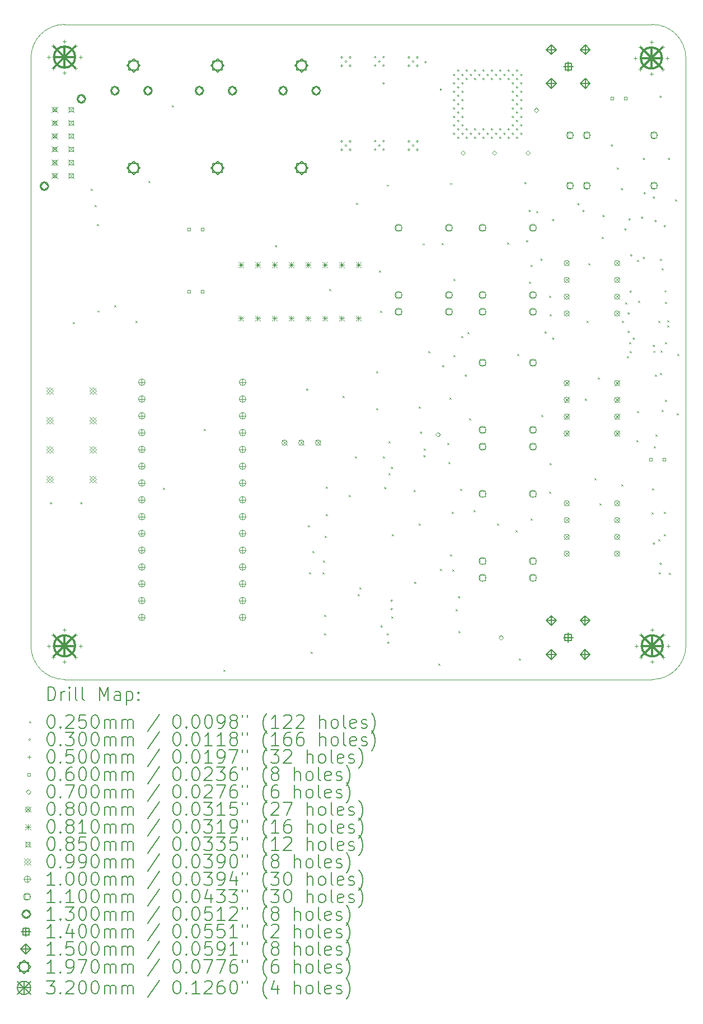
<source format=gbr>
%TF.GenerationSoftware,KiCad,Pcbnew,7.0.7*%
%TF.CreationDate,2023-10-18T16:14:40+03:00*%
%TF.ProjectId,pcb,7063622e-6b69-4636-9164-5f7063625858,rev?*%
%TF.SameCoordinates,Original*%
%TF.FileFunction,Drillmap*%
%TF.FilePolarity,Positive*%
%FSLAX45Y45*%
G04 Gerber Fmt 4.5, Leading zero omitted, Abs format (unit mm)*
G04 Created by KiCad (PCBNEW 7.0.7) date 2023-10-18 16:14:40*
%MOMM*%
%LPD*%
G01*
G04 APERTURE LIST*
%ADD10C,0.100000*%
%ADD11C,0.200000*%
%ADD12C,0.025000*%
%ADD13C,0.030000*%
%ADD14C,0.050000*%
%ADD15C,0.060000*%
%ADD16C,0.070000*%
%ADD17C,0.080000*%
%ADD18C,0.081000*%
%ADD19C,0.085000*%
%ADD20C,0.099000*%
%ADD21C,0.110000*%
%ADD22C,0.130000*%
%ADD23C,0.140000*%
%ADD24C,0.150000*%
%ADD25C,0.197000*%
%ADD26C,0.320000*%
G04 APERTURE END LIST*
D10*
X10160000Y-14478000D02*
X10160000Y-5588000D01*
X20066000Y-5588000D02*
G75*
G03*
X19558000Y-5080000I-508000J0D01*
G01*
X10160000Y-14478000D02*
G75*
G03*
X10668000Y-14986000I508000J0D01*
G01*
X19558000Y-14986000D02*
X10668000Y-14986000D01*
X10668000Y-5080000D02*
G75*
G03*
X10160000Y-5588000I0J-508000D01*
G01*
X10668000Y-5080000D02*
X19558000Y-5080000D01*
X19558000Y-14986000D02*
G75*
G03*
X20066000Y-14478000I0J508000D01*
G01*
X20066000Y-5588000D02*
X20066000Y-14478000D01*
D11*
D12*
X10795200Y-9576000D02*
X10820200Y-9601000D01*
X10820200Y-9576000D02*
X10795200Y-9601000D01*
X11065500Y-7560500D02*
X11090500Y-7585500D01*
X11090500Y-7560500D02*
X11065500Y-7585500D01*
X11125400Y-7810700D02*
X11150400Y-7835700D01*
X11150400Y-7810700D02*
X11125400Y-7835700D01*
X11158420Y-8095180D02*
X11183420Y-8120180D01*
X11183420Y-8095180D02*
X11158420Y-8120180D01*
X11163500Y-9405820D02*
X11188500Y-9430820D01*
X11188500Y-9405820D02*
X11163500Y-9430820D01*
X11417500Y-9324540D02*
X11442500Y-9349540D01*
X11442500Y-9324540D02*
X11417500Y-9349540D01*
X11737500Y-9562500D02*
X11762500Y-9587500D01*
X11762500Y-9562500D02*
X11737500Y-9587500D01*
X11938200Y-7442400D02*
X11963200Y-7467400D01*
X11963200Y-7442400D02*
X11938200Y-7467400D01*
X12154100Y-12088060D02*
X12179100Y-12113060D01*
X12179100Y-12088060D02*
X12154100Y-12113060D01*
X12293800Y-6299400D02*
X12318800Y-6324400D01*
X12318800Y-6299400D02*
X12293800Y-6324400D01*
X12773860Y-11193980D02*
X12798860Y-11218980D01*
X12798860Y-11193980D02*
X12773860Y-11218980D01*
X13068500Y-14833800D02*
X13093500Y-14858800D01*
X13093500Y-14833800D02*
X13068500Y-14858800D01*
X14351200Y-12649400D02*
X14376200Y-12674400D01*
X14376200Y-12649400D02*
X14351200Y-12674400D01*
X14363900Y-13360600D02*
X14388900Y-13385600D01*
X14388900Y-13360600D02*
X14363900Y-13385600D01*
X14389300Y-14567100D02*
X14414300Y-14592100D01*
X14414300Y-14567100D02*
X14389300Y-14592100D01*
X14414700Y-13043100D02*
X14439700Y-13068100D01*
X14439700Y-13043100D02*
X14414700Y-13068100D01*
X14567100Y-13360600D02*
X14592100Y-13385600D01*
X14592100Y-13360600D02*
X14567100Y-13385600D01*
X14579800Y-13182800D02*
X14604800Y-13207800D01*
X14604800Y-13182800D02*
X14579800Y-13207800D01*
X14592500Y-14008300D02*
X14617500Y-14033300D01*
X14617500Y-14008300D02*
X14592500Y-14033300D01*
X14592500Y-14287700D02*
X14617500Y-14312700D01*
X14617500Y-14287700D02*
X14592500Y-14312700D01*
X14605200Y-12814500D02*
X14630200Y-12839500D01*
X14630200Y-12814500D02*
X14605200Y-12839500D01*
X14617900Y-12065200D02*
X14642900Y-12090200D01*
X14642900Y-12065200D02*
X14617900Y-12090200D01*
X14617900Y-12484300D02*
X14642900Y-12509300D01*
X14642900Y-12484300D02*
X14617900Y-12509300D01*
X14668700Y-9080700D02*
X14693700Y-9105700D01*
X14693700Y-9080700D02*
X14668700Y-9105700D01*
X14871900Y-10693600D02*
X14896900Y-10718600D01*
X14896900Y-10693600D02*
X14871900Y-10718600D01*
X14968420Y-12194740D02*
X14993420Y-12219740D01*
X14993420Y-12194740D02*
X14968420Y-12219740D01*
X15062400Y-11608000D02*
X15087400Y-11633000D01*
X15087400Y-11608000D02*
X15062400Y-11633000D01*
X15075100Y-7772600D02*
X15100100Y-7797600D01*
X15100100Y-7772600D02*
X15075100Y-7797600D01*
X15100500Y-13690800D02*
X15125500Y-13715800D01*
X15125500Y-13690800D02*
X15100500Y-13715800D01*
X15125900Y-13589200D02*
X15150900Y-13614200D01*
X15150900Y-13589200D02*
X15125900Y-13614200D01*
X15379900Y-10325300D02*
X15404900Y-10350300D01*
X15404900Y-10325300D02*
X15379900Y-10350300D01*
X15379900Y-10884100D02*
X15404900Y-10909100D01*
X15404900Y-10884100D02*
X15379900Y-10909100D01*
X15420540Y-8801300D02*
X15445540Y-8826300D01*
X15445540Y-8801300D02*
X15420540Y-8826300D01*
X15443400Y-9410900D02*
X15468400Y-9435900D01*
X15468400Y-9410900D02*
X15443400Y-9435900D01*
X15481500Y-11608000D02*
X15506500Y-11633000D01*
X15506500Y-11608000D02*
X15481500Y-11633000D01*
X15542460Y-7500820D02*
X15567460Y-7525820D01*
X15567460Y-7500820D02*
X15542460Y-7525820D01*
X15545000Y-14287700D02*
X15570000Y-14312700D01*
X15570000Y-14287700D02*
X15545000Y-14312700D01*
X15570400Y-11379400D02*
X15595400Y-11404400D01*
X15595400Y-11379400D02*
X15570400Y-11404400D01*
X15570400Y-11862000D02*
X15595400Y-11887000D01*
X15595400Y-11862000D02*
X15570400Y-11887000D01*
X15608500Y-14033700D02*
X15633500Y-14058700D01*
X15633500Y-14033700D02*
X15608500Y-14058700D01*
X15621200Y-12789100D02*
X15646200Y-12814100D01*
X15646200Y-12789100D02*
X15621200Y-12814100D01*
X15951400Y-12116000D02*
X15976400Y-12141000D01*
X15976400Y-12116000D02*
X15951400Y-12141000D01*
X16027600Y-10858700D02*
X16052600Y-10883700D01*
X16052600Y-10858700D02*
X16027600Y-10883700D01*
X16027600Y-12624000D02*
X16052600Y-12649000D01*
X16052600Y-12624000D02*
X16027600Y-12649000D01*
X16086020Y-8389820D02*
X16111020Y-8414820D01*
X16111020Y-8389820D02*
X16086020Y-8414820D01*
X16101260Y-11493700D02*
X16126260Y-11518700D01*
X16126260Y-11493700D02*
X16101260Y-11518700D01*
X16167300Y-10020500D02*
X16192300Y-10045500D01*
X16192300Y-10020500D02*
X16167300Y-10045500D01*
X16319700Y-14744900D02*
X16344700Y-14769900D01*
X16344700Y-14744900D02*
X16319700Y-14769900D01*
X16345100Y-13309800D02*
X16370100Y-13334800D01*
X16370100Y-13309800D02*
X16345100Y-13334800D01*
X16370500Y-8382200D02*
X16395500Y-8407200D01*
X16395500Y-8382200D02*
X16370500Y-8407200D01*
X16459400Y-11404800D02*
X16484400Y-11429800D01*
X16484400Y-11404800D02*
X16459400Y-11429800D01*
X16472100Y-11696900D02*
X16497100Y-11721900D01*
X16497100Y-11696900D02*
X16472100Y-11721900D01*
X16487340Y-10721540D02*
X16512340Y-10746540D01*
X16512340Y-10721540D02*
X16487340Y-10746540D01*
X16497500Y-7475420D02*
X16522500Y-7500420D01*
X16522500Y-7475420D02*
X16497500Y-7500420D01*
X16497500Y-13093900D02*
X16522500Y-13118900D01*
X16522500Y-13093900D02*
X16497500Y-13118900D01*
X16522900Y-12446200D02*
X16547900Y-12471200D01*
X16547900Y-12446200D02*
X16522900Y-12471200D01*
X16535600Y-13322500D02*
X16560600Y-13347500D01*
X16560600Y-13322500D02*
X16535600Y-13347500D01*
X16548300Y-8928300D02*
X16573300Y-8953300D01*
X16573300Y-8928300D02*
X16548300Y-8953300D01*
X16548300Y-10076380D02*
X16573300Y-10101380D01*
X16573300Y-10076380D02*
X16548300Y-10101380D01*
X16586400Y-13919400D02*
X16611400Y-13944400D01*
X16611400Y-13919400D02*
X16586400Y-13944400D01*
X16624500Y-14249600D02*
X16649500Y-14274600D01*
X16649500Y-14249600D02*
X16624500Y-14274600D01*
X16649900Y-12103300D02*
X16674900Y-12128300D01*
X16674900Y-12103300D02*
X16649900Y-12128300D01*
X16670220Y-9791900D02*
X16695220Y-9816900D01*
X16695220Y-9791900D02*
X16670220Y-9816900D01*
X16764200Y-9728400D02*
X16789200Y-9753400D01*
X16789200Y-9728400D02*
X16764200Y-9753400D01*
X16789600Y-11036500D02*
X16814600Y-11061500D01*
X16814600Y-11036500D02*
X16789600Y-11061500D01*
X16853100Y-12420800D02*
X16878100Y-12445800D01*
X16878100Y-12420800D02*
X16853100Y-12445800D01*
X17208700Y-12626540D02*
X17233700Y-12651540D01*
X17233700Y-12626540D02*
X17208700Y-12651540D01*
X17366180Y-8379660D02*
X17391180Y-8404660D01*
X17391180Y-8379660D02*
X17366180Y-8404660D01*
X17488100Y-12725600D02*
X17513100Y-12750600D01*
X17513100Y-12725600D02*
X17488100Y-12750600D01*
X17513500Y-10058600D02*
X17538500Y-10083600D01*
X17538500Y-10058600D02*
X17513500Y-10083600D01*
X17538900Y-14668700D02*
X17563900Y-14693700D01*
X17563900Y-14668700D02*
X17538900Y-14693700D01*
X17691300Y-8966400D02*
X17716300Y-8991400D01*
X17716300Y-8966400D02*
X17691300Y-8991400D01*
X17716700Y-8712400D02*
X17741700Y-8737400D01*
X17741700Y-8712400D02*
X17716700Y-8737400D01*
X17716700Y-12547800D02*
X17741700Y-12572800D01*
X17741700Y-12547800D02*
X17716700Y-12572800D01*
X17805600Y-7899600D02*
X17830600Y-7924600D01*
X17830600Y-7899600D02*
X17805600Y-7924600D01*
X17881800Y-10985700D02*
X17906800Y-11010700D01*
X17906800Y-10985700D02*
X17881800Y-11010700D01*
X17996100Y-9182300D02*
X18021100Y-9207300D01*
X18021100Y-9182300D02*
X17996100Y-9207300D01*
X17996100Y-12141400D02*
X18021100Y-12166400D01*
X18021100Y-12141400D02*
X17996100Y-12166400D01*
X18008800Y-9461700D02*
X18033800Y-9486700D01*
X18033800Y-9461700D02*
X18008800Y-9486700D01*
X18008800Y-11709600D02*
X18033800Y-11734600D01*
X18033800Y-11709600D02*
X18008800Y-11734600D01*
X18567600Y-9563300D02*
X18592600Y-9588300D01*
X18592600Y-9563300D02*
X18567600Y-9588300D01*
X18593000Y-8687000D02*
X18618000Y-8712000D01*
X18618000Y-8687000D02*
X18593000Y-8712000D01*
X18681900Y-11938200D02*
X18706900Y-11963200D01*
X18706900Y-11938200D02*
X18681900Y-11963200D01*
X18732700Y-10414200D02*
X18757700Y-10439200D01*
X18757700Y-10414200D02*
X18732700Y-10439200D01*
X18758100Y-12319200D02*
X18783100Y-12344200D01*
X18783100Y-12319200D02*
X18758100Y-12344200D01*
X18796200Y-8293300D02*
X18821200Y-8318300D01*
X18821200Y-8293300D02*
X18796200Y-8318300D01*
X19024800Y-7239200D02*
X19049800Y-7264200D01*
X19049800Y-7239200D02*
X19024800Y-7264200D01*
X19087500Y-12037500D02*
X19112500Y-12062500D01*
X19112500Y-12037500D02*
X19087500Y-12062500D01*
X19101000Y-9563300D02*
X19126000Y-9588300D01*
X19126000Y-9563300D02*
X19101000Y-9588300D01*
X19151800Y-9283900D02*
X19176800Y-9308900D01*
X19176800Y-9283900D02*
X19151800Y-9308900D01*
X19177200Y-10096700D02*
X19202200Y-10121700D01*
X19202200Y-10096700D02*
X19177200Y-10121700D01*
X19208950Y-9887150D02*
X19233950Y-9912150D01*
X19233950Y-9887150D02*
X19208950Y-9912150D01*
X19215300Y-10020500D02*
X19240300Y-10045500D01*
X19240300Y-10020500D02*
X19215300Y-10045500D01*
X19316900Y-11366700D02*
X19341900Y-11391700D01*
X19341900Y-11366700D02*
X19316900Y-11391700D01*
X19329600Y-8636200D02*
X19354600Y-8661200D01*
X19354600Y-8636200D02*
X19329600Y-8661200D01*
X19329600Y-10922200D02*
X19354600Y-10947200D01*
X19354600Y-10922200D02*
X19329600Y-10947200D01*
X19342300Y-9258500D02*
X19367300Y-9283500D01*
X19367300Y-9258500D02*
X19342300Y-9283500D01*
X19545500Y-12458900D02*
X19570500Y-12483900D01*
X19570500Y-12458900D02*
X19545500Y-12483900D01*
X19558200Y-12090600D02*
X19583200Y-12115600D01*
X19583200Y-12090600D02*
X19558200Y-12115600D01*
X19575980Y-10015420D02*
X19600980Y-10040420D01*
X19600980Y-10015420D02*
X19575980Y-10040420D01*
X19583600Y-11455600D02*
X19608600Y-11480600D01*
X19608600Y-11455600D02*
X19583600Y-11480600D01*
X19596300Y-10376100D02*
X19621300Y-10401100D01*
X19621300Y-10376100D02*
X19596300Y-10401100D01*
X19609000Y-11277800D02*
X19634000Y-11302800D01*
X19634000Y-11277800D02*
X19609000Y-11302800D01*
X19647100Y-9563300D02*
X19672100Y-9588300D01*
X19672100Y-9563300D02*
X19647100Y-9588300D01*
X19647100Y-12865300D02*
X19672100Y-12890300D01*
X19672100Y-12865300D02*
X19647100Y-12890300D01*
X19659800Y-13360600D02*
X19684800Y-13385600D01*
X19684800Y-13360600D02*
X19659800Y-13385600D01*
X19672500Y-8623500D02*
X19697500Y-8648500D01*
X19697500Y-8623500D02*
X19672500Y-8648500D01*
X19672500Y-10350700D02*
X19697500Y-10375700D01*
X19697500Y-10350700D02*
X19672500Y-10375700D01*
X19685200Y-10007800D02*
X19710200Y-10032800D01*
X19710200Y-10007800D02*
X19685200Y-10032800D01*
X19697900Y-8763200D02*
X19722900Y-8788200D01*
X19722900Y-8763200D02*
X19697900Y-8788200D01*
X19702980Y-10909500D02*
X19727980Y-10934500D01*
X19727980Y-10909500D02*
X19702980Y-10934500D01*
X19736000Y-12446200D02*
X19761000Y-12471200D01*
X19761000Y-12446200D02*
X19736000Y-12471200D01*
X19736000Y-12789100D02*
X19761000Y-12814100D01*
X19761000Y-12789100D02*
X19736000Y-12814100D01*
X19748700Y-9271200D02*
X19773700Y-9296200D01*
X19773700Y-9271200D02*
X19748700Y-9296200D01*
X19748700Y-9880800D02*
X19773700Y-9905800D01*
X19773700Y-9880800D02*
X19748700Y-9905800D01*
X19748700Y-10757100D02*
X19773700Y-10782100D01*
X19773700Y-10757100D02*
X19748700Y-10782100D01*
X19786800Y-9550600D02*
X19811800Y-9575600D01*
X19811800Y-9550600D02*
X19786800Y-9575600D01*
X19786800Y-9626800D02*
X19811800Y-9651800D01*
X19811800Y-9626800D02*
X19786800Y-9651800D01*
X19812200Y-13373300D02*
X19837200Y-13398300D01*
X19837200Y-13373300D02*
X19812200Y-13398300D01*
X19901100Y-7721800D02*
X19926100Y-7746800D01*
X19926100Y-7721800D02*
X19901100Y-7746800D01*
X19926500Y-10960300D02*
X19951500Y-10985300D01*
X19951500Y-10960300D02*
X19926500Y-10985300D01*
X19939200Y-10058600D02*
X19964200Y-10083600D01*
X19964200Y-10058600D02*
X19939200Y-10083600D01*
D13*
X10479800Y-12319000D02*
G75*
G03*
X10479800Y-12319000I-15000J0D01*
G01*
X10937000Y-12319000D02*
G75*
G03*
X10937000Y-12319000I-15000J0D01*
G01*
X13883400Y-8432800D02*
G75*
G03*
X13883400Y-8432800I-15000J0D01*
G01*
X14353300Y-10604500D02*
G75*
G03*
X14353300Y-10604500I-15000J0D01*
G01*
X14875500Y-5577900D02*
G75*
G03*
X14875500Y-5577900I-15000J0D01*
G01*
X14875500Y-5704900D02*
G75*
G03*
X14875500Y-5704900I-15000J0D01*
G01*
X14875500Y-6847900D02*
G75*
G03*
X14875500Y-6847900I-15000J0D01*
G01*
X14875500Y-6974900D02*
G75*
G03*
X14875500Y-6974900I-15000J0D01*
G01*
X14939000Y-5641400D02*
G75*
G03*
X14939000Y-5641400I-15000J0D01*
G01*
X14939000Y-6911400D02*
G75*
G03*
X14939000Y-6911400I-15000J0D01*
G01*
X15002500Y-5577900D02*
G75*
G03*
X15002500Y-5577900I-15000J0D01*
G01*
X15002500Y-5704900D02*
G75*
G03*
X15002500Y-5704900I-15000J0D01*
G01*
X15002500Y-6847900D02*
G75*
G03*
X15002500Y-6847900I-15000J0D01*
G01*
X15002500Y-6974900D02*
G75*
G03*
X15002500Y-6974900I-15000J0D01*
G01*
X15382000Y-5575300D02*
G75*
G03*
X15382000Y-5575300I-15000J0D01*
G01*
X15382000Y-5702300D02*
G75*
G03*
X15382000Y-5702300I-15000J0D01*
G01*
X15382000Y-6845300D02*
G75*
G03*
X15382000Y-6845300I-15000J0D01*
G01*
X15382000Y-6972300D02*
G75*
G03*
X15382000Y-6972300I-15000J0D01*
G01*
X15445500Y-5638800D02*
G75*
G03*
X15445500Y-5638800I-15000J0D01*
G01*
X15445500Y-6908800D02*
G75*
G03*
X15445500Y-6908800I-15000J0D01*
G01*
X15477400Y-14187500D02*
G75*
G03*
X15477400Y-14187500I-15000J0D01*
G01*
X15509000Y-5575300D02*
G75*
G03*
X15509000Y-5575300I-15000J0D01*
G01*
X15509000Y-5702300D02*
G75*
G03*
X15509000Y-5702300I-15000J0D01*
G01*
X15509000Y-5969000D02*
G75*
G03*
X15509000Y-5969000I-15000J0D01*
G01*
X15509000Y-6845300D02*
G75*
G03*
X15509000Y-6845300I-15000J0D01*
G01*
X15509000Y-6972300D02*
G75*
G03*
X15509000Y-6972300I-15000J0D01*
G01*
X15534400Y-12090400D02*
G75*
G03*
X15534400Y-12090400I-15000J0D01*
G01*
X15579000Y-14428800D02*
G75*
G03*
X15579000Y-14428800I-15000J0D01*
G01*
X15629800Y-13793800D02*
G75*
G03*
X15629800Y-13793800I-15000J0D01*
G01*
X15629800Y-13920800D02*
G75*
G03*
X15629800Y-13920800I-15000J0D01*
G01*
X15636000Y-11785600D02*
G75*
G03*
X15636000Y-11785600I-15000J0D01*
G01*
X15891500Y-5577900D02*
G75*
G03*
X15891500Y-5577900I-15000J0D01*
G01*
X15891500Y-5704900D02*
G75*
G03*
X15891500Y-5704900I-15000J0D01*
G01*
X15891500Y-6847900D02*
G75*
G03*
X15891500Y-6847900I-15000J0D01*
G01*
X15891500Y-6974900D02*
G75*
G03*
X15891500Y-6974900I-15000J0D01*
G01*
X15955000Y-5641400D02*
G75*
G03*
X15955000Y-5641400I-15000J0D01*
G01*
X15955000Y-6911400D02*
G75*
G03*
X15955000Y-6911400I-15000J0D01*
G01*
X15985400Y-13527100D02*
G75*
G03*
X15985400Y-13527100I-15000J0D01*
G01*
X16018500Y-5577900D02*
G75*
G03*
X16018500Y-5577900I-15000J0D01*
G01*
X16018500Y-5704900D02*
G75*
G03*
X16018500Y-5704900I-15000J0D01*
G01*
X16018500Y-6847900D02*
G75*
G03*
X16018500Y-6847900I-15000J0D01*
G01*
X16018500Y-6974900D02*
G75*
G03*
X16018500Y-6974900I-15000J0D01*
G01*
X16074300Y-11253800D02*
G75*
G03*
X16074300Y-11253800I-15000J0D01*
G01*
X16125100Y-11609400D02*
G75*
G03*
X16125100Y-11609400I-15000J0D01*
G01*
X16144000Y-5651500D02*
G75*
G03*
X16144000Y-5651500I-15000J0D01*
G01*
X16375277Y-6064760D02*
G75*
G03*
X16375277Y-6064760I-15000J0D01*
G01*
X16410700Y-10248900D02*
G75*
G03*
X16410700Y-10248900I-15000J0D01*
G01*
X16575800Y-5842000D02*
G75*
G03*
X16575800Y-5842000I-15000J0D01*
G01*
X16575800Y-5969000D02*
G75*
G03*
X16575800Y-5969000I-15000J0D01*
G01*
X16575800Y-6096000D02*
G75*
G03*
X16575800Y-6096000I-15000J0D01*
G01*
X16575800Y-6223000D02*
G75*
G03*
X16575800Y-6223000I-15000J0D01*
G01*
X16575800Y-6350000D02*
G75*
G03*
X16575800Y-6350000I-15000J0D01*
G01*
X16575800Y-6477000D02*
G75*
G03*
X16575800Y-6477000I-15000J0D01*
G01*
X16575800Y-6604000D02*
G75*
G03*
X16575800Y-6604000I-15000J0D01*
G01*
X16575800Y-6731000D02*
G75*
G03*
X16575800Y-6731000I-15000J0D01*
G01*
X16639300Y-5778500D02*
G75*
G03*
X16639300Y-5778500I-15000J0D01*
G01*
X16639300Y-5905500D02*
G75*
G03*
X16639300Y-5905500I-15000J0D01*
G01*
X16639300Y-6032500D02*
G75*
G03*
X16639300Y-6032500I-15000J0D01*
G01*
X16639300Y-6159500D02*
G75*
G03*
X16639300Y-6159500I-15000J0D01*
G01*
X16639300Y-6286500D02*
G75*
G03*
X16639300Y-6286500I-15000J0D01*
G01*
X16639300Y-6413500D02*
G75*
G03*
X16639300Y-6413500I-15000J0D01*
G01*
X16639300Y-6540500D02*
G75*
G03*
X16639300Y-6540500I-15000J0D01*
G01*
X16639300Y-6667500D02*
G75*
G03*
X16639300Y-6667500I-15000J0D01*
G01*
X16639300Y-6794500D02*
G75*
G03*
X16639300Y-6794500I-15000J0D01*
G01*
X16652000Y-13741400D02*
G75*
G03*
X16652000Y-13741400I-15000J0D01*
G01*
X16702800Y-5842000D02*
G75*
G03*
X16702800Y-5842000I-15000J0D01*
G01*
X16702800Y-5969000D02*
G75*
G03*
X16702800Y-5969000I-15000J0D01*
G01*
X16702800Y-6096000D02*
G75*
G03*
X16702800Y-6096000I-15000J0D01*
G01*
X16702800Y-6223000D02*
G75*
G03*
X16702800Y-6223000I-15000J0D01*
G01*
X16702800Y-6350000D02*
G75*
G03*
X16702800Y-6350000I-15000J0D01*
G01*
X16702800Y-6477000D02*
G75*
G03*
X16702800Y-6477000I-15000J0D01*
G01*
X16702800Y-6604000D02*
G75*
G03*
X16702800Y-6604000I-15000J0D01*
G01*
X16702800Y-6731000D02*
G75*
G03*
X16702800Y-6731000I-15000J0D01*
G01*
X16753600Y-10388600D02*
G75*
G03*
X16753600Y-10388600I-15000J0D01*
G01*
X16766300Y-5778500D02*
G75*
G03*
X16766300Y-5778500I-15000J0D01*
G01*
X16766300Y-5905500D02*
G75*
G03*
X16766300Y-5905500I-15000J0D01*
G01*
X16766300Y-6667500D02*
G75*
G03*
X16766300Y-6667500I-15000J0D01*
G01*
X16766300Y-6794500D02*
G75*
G03*
X16766300Y-6794500I-15000J0D01*
G01*
X16829800Y-5842000D02*
G75*
G03*
X16829800Y-5842000I-15000J0D01*
G01*
X16829800Y-6731000D02*
G75*
G03*
X16829800Y-6731000I-15000J0D01*
G01*
X16893300Y-5778500D02*
G75*
G03*
X16893300Y-5778500I-15000J0D01*
G01*
X16893300Y-5905500D02*
G75*
G03*
X16893300Y-5905500I-15000J0D01*
G01*
X16893300Y-6667500D02*
G75*
G03*
X16893300Y-6667500I-15000J0D01*
G01*
X16893300Y-6794500D02*
G75*
G03*
X16893300Y-6794500I-15000J0D01*
G01*
X16956800Y-5842000D02*
G75*
G03*
X16956800Y-5842000I-15000J0D01*
G01*
X16956800Y-6731000D02*
G75*
G03*
X16956800Y-6731000I-15000J0D01*
G01*
X17020300Y-5778500D02*
G75*
G03*
X17020300Y-5778500I-15000J0D01*
G01*
X17020300Y-5905500D02*
G75*
G03*
X17020300Y-5905500I-15000J0D01*
G01*
X17020300Y-6667500D02*
G75*
G03*
X17020300Y-6667500I-15000J0D01*
G01*
X17020300Y-6794500D02*
G75*
G03*
X17020300Y-6794500I-15000J0D01*
G01*
X17083800Y-5842000D02*
G75*
G03*
X17083800Y-5842000I-15000J0D01*
G01*
X17083800Y-6731000D02*
G75*
G03*
X17083800Y-6731000I-15000J0D01*
G01*
X17147300Y-5778500D02*
G75*
G03*
X17147300Y-5778500I-15000J0D01*
G01*
X17147300Y-5905500D02*
G75*
G03*
X17147300Y-5905500I-15000J0D01*
G01*
X17147300Y-6667500D02*
G75*
G03*
X17147300Y-6667500I-15000J0D01*
G01*
X17147300Y-6794500D02*
G75*
G03*
X17147300Y-6794500I-15000J0D01*
G01*
X17210800Y-5842000D02*
G75*
G03*
X17210800Y-5842000I-15000J0D01*
G01*
X17210800Y-6731000D02*
G75*
G03*
X17210800Y-6731000I-15000J0D01*
G01*
X17274300Y-5778500D02*
G75*
G03*
X17274300Y-5778500I-15000J0D01*
G01*
X17274300Y-5905500D02*
G75*
G03*
X17274300Y-5905500I-15000J0D01*
G01*
X17274300Y-6667500D02*
G75*
G03*
X17274300Y-6667500I-15000J0D01*
G01*
X17274300Y-6794500D02*
G75*
G03*
X17274300Y-6794500I-15000J0D01*
G01*
X17337800Y-5842000D02*
G75*
G03*
X17337800Y-5842000I-15000J0D01*
G01*
X17337800Y-6731000D02*
G75*
G03*
X17337800Y-6731000I-15000J0D01*
G01*
X17401300Y-5778500D02*
G75*
G03*
X17401300Y-5778500I-15000J0D01*
G01*
X17401300Y-5905500D02*
G75*
G03*
X17401300Y-5905500I-15000J0D01*
G01*
X17401300Y-6667500D02*
G75*
G03*
X17401300Y-6667500I-15000J0D01*
G01*
X17401300Y-6794500D02*
G75*
G03*
X17401300Y-6794500I-15000J0D01*
G01*
X17464800Y-5842000D02*
G75*
G03*
X17464800Y-5842000I-15000J0D01*
G01*
X17464800Y-5969000D02*
G75*
G03*
X17464800Y-5969000I-15000J0D01*
G01*
X17464800Y-6096000D02*
G75*
G03*
X17464800Y-6096000I-15000J0D01*
G01*
X17464800Y-6223000D02*
G75*
G03*
X17464800Y-6223000I-15000J0D01*
G01*
X17464800Y-6350000D02*
G75*
G03*
X17464800Y-6350000I-15000J0D01*
G01*
X17464800Y-6477000D02*
G75*
G03*
X17464800Y-6477000I-15000J0D01*
G01*
X17464800Y-6604000D02*
G75*
G03*
X17464800Y-6604000I-15000J0D01*
G01*
X17464800Y-6731000D02*
G75*
G03*
X17464800Y-6731000I-15000J0D01*
G01*
X17528300Y-5778500D02*
G75*
G03*
X17528300Y-5778500I-15000J0D01*
G01*
X17528300Y-5905500D02*
G75*
G03*
X17528300Y-5905500I-15000J0D01*
G01*
X17528300Y-6032500D02*
G75*
G03*
X17528300Y-6032500I-15000J0D01*
G01*
X17528300Y-6159500D02*
G75*
G03*
X17528300Y-6159500I-15000J0D01*
G01*
X17528300Y-6286500D02*
G75*
G03*
X17528300Y-6286500I-15000J0D01*
G01*
X17528300Y-6413500D02*
G75*
G03*
X17528300Y-6413500I-15000J0D01*
G01*
X17528300Y-6540500D02*
G75*
G03*
X17528300Y-6540500I-15000J0D01*
G01*
X17528300Y-6667500D02*
G75*
G03*
X17528300Y-6667500I-15000J0D01*
G01*
X17528300Y-6794500D02*
G75*
G03*
X17528300Y-6794500I-15000J0D01*
G01*
X17591800Y-5842000D02*
G75*
G03*
X17591800Y-5842000I-15000J0D01*
G01*
X17591800Y-5969000D02*
G75*
G03*
X17591800Y-5969000I-15000J0D01*
G01*
X17591800Y-6096000D02*
G75*
G03*
X17591800Y-6096000I-15000J0D01*
G01*
X17591800Y-6223000D02*
G75*
G03*
X17591800Y-6223000I-15000J0D01*
G01*
X17591800Y-6350000D02*
G75*
G03*
X17591800Y-6350000I-15000J0D01*
G01*
X17591800Y-6477000D02*
G75*
G03*
X17591800Y-6477000I-15000J0D01*
G01*
X17591800Y-6604000D02*
G75*
G03*
X17591800Y-6604000I-15000J0D01*
G01*
X17591800Y-6731000D02*
G75*
G03*
X17591800Y-6731000I-15000J0D01*
G01*
X17655300Y-7480300D02*
G75*
G03*
X17655300Y-7480300I-15000J0D01*
G01*
X17680700Y-8356600D02*
G75*
G03*
X17680700Y-8356600I-15000J0D01*
G01*
X17718800Y-7899400D02*
G75*
G03*
X17718800Y-7899400I-15000J0D01*
G01*
X17896600Y-8636000D02*
G75*
G03*
X17896600Y-8636000I-15000J0D01*
G01*
X17960100Y-9740900D02*
G75*
G03*
X17960100Y-9740900I-15000J0D01*
G01*
X18074400Y-8039100D02*
G75*
G03*
X18074400Y-8039100I-15000J0D01*
G01*
X18074400Y-9829800D02*
G75*
G03*
X18074400Y-9829800I-15000J0D01*
G01*
X18455400Y-7797800D02*
G75*
G03*
X18455400Y-7797800I-15000J0D01*
G01*
X18531600Y-7899400D02*
G75*
G03*
X18531600Y-7899400I-15000J0D01*
G01*
X18569700Y-10756900D02*
G75*
G03*
X18569700Y-10756900I-15000J0D01*
G01*
X18836400Y-7975600D02*
G75*
G03*
X18836400Y-7975600I-15000J0D01*
G01*
X18963400Y-6908800D02*
G75*
G03*
X18963400Y-6908800I-15000J0D01*
G01*
X19115800Y-7569200D02*
G75*
G03*
X19115800Y-7569200I-15000J0D01*
G01*
X19166600Y-8178800D02*
G75*
G03*
X19166600Y-8178800I-15000J0D01*
G01*
X19217400Y-9448800D02*
G75*
G03*
X19217400Y-9448800I-15000J0D01*
G01*
X19217400Y-9728200D02*
G75*
G03*
X19217400Y-9728200I-15000J0D01*
G01*
X19230100Y-8026400D02*
G75*
G03*
X19230100Y-8026400I-15000J0D01*
G01*
X19245732Y-9120069D02*
G75*
G03*
X19245732Y-9120069I-15000J0D01*
G01*
X19255500Y-8572500D02*
G75*
G03*
X19255500Y-8572500I-15000J0D01*
G01*
X19293600Y-9829800D02*
G75*
G03*
X19293600Y-9829800I-15000J0D01*
G01*
X19420600Y-8001000D02*
G75*
G03*
X19420600Y-8001000I-15000J0D01*
G01*
X19446000Y-7112000D02*
G75*
G03*
X19446000Y-7112000I-15000J0D01*
G01*
X19446000Y-8610600D02*
G75*
G03*
X19446000Y-8610600I-15000J0D01*
G01*
X19458700Y-7632700D02*
G75*
G03*
X19458700Y-7632700I-15000J0D01*
G01*
X19598400Y-7696200D02*
G75*
G03*
X19598400Y-7696200I-15000J0D01*
G01*
X19598400Y-12928600D02*
G75*
G03*
X19598400Y-12928600I-15000J0D01*
G01*
X19599200Y-9941560D02*
G75*
G03*
X19599200Y-9941560I-15000J0D01*
G01*
X19623800Y-8051800D02*
G75*
G03*
X19623800Y-8051800I-15000J0D01*
G01*
X19700000Y-6172200D02*
G75*
G03*
X19700000Y-6172200I-15000J0D01*
G01*
X19700000Y-13233400D02*
G75*
G03*
X19700000Y-13233400I-15000J0D01*
G01*
X19763500Y-8128000D02*
G75*
G03*
X19763500Y-8128000I-15000J0D01*
G01*
X19772474Y-9118150D02*
G75*
G03*
X19772474Y-9118150I-15000J0D01*
G01*
X19827000Y-7112000D02*
G75*
G03*
X19827000Y-7112000I-15000J0D01*
G01*
D14*
X10428000Y-5549000D02*
X10428000Y-5599000D01*
X10403000Y-5574000D02*
X10453000Y-5574000D01*
X10428000Y-14453000D02*
X10428000Y-14503000D01*
X10403000Y-14478000D02*
X10453000Y-14478000D01*
X10498294Y-5379294D02*
X10498294Y-5429294D01*
X10473294Y-5404294D02*
X10523294Y-5404294D01*
X10498294Y-5718706D02*
X10498294Y-5768706D01*
X10473294Y-5743706D02*
X10523294Y-5743706D01*
X10498294Y-14283294D02*
X10498294Y-14333294D01*
X10473294Y-14308294D02*
X10523294Y-14308294D01*
X10498294Y-14622706D02*
X10498294Y-14672706D01*
X10473294Y-14647706D02*
X10523294Y-14647706D01*
X10668000Y-5309000D02*
X10668000Y-5359000D01*
X10643000Y-5334000D02*
X10693000Y-5334000D01*
X10668000Y-5789000D02*
X10668000Y-5839000D01*
X10643000Y-5814000D02*
X10693000Y-5814000D01*
X10668000Y-14213000D02*
X10668000Y-14263000D01*
X10643000Y-14238000D02*
X10693000Y-14238000D01*
X10668000Y-14693000D02*
X10668000Y-14743000D01*
X10643000Y-14718000D02*
X10693000Y-14718000D01*
X10837706Y-5379294D02*
X10837706Y-5429294D01*
X10812706Y-5404294D02*
X10862706Y-5404294D01*
X10837706Y-5718706D02*
X10837706Y-5768706D01*
X10812706Y-5743706D02*
X10862706Y-5743706D01*
X10837706Y-14283294D02*
X10837706Y-14333294D01*
X10812706Y-14308294D02*
X10862706Y-14308294D01*
X10837706Y-14622706D02*
X10837706Y-14672706D01*
X10812706Y-14647706D02*
X10862706Y-14647706D01*
X10908000Y-5549000D02*
X10908000Y-5599000D01*
X10883000Y-5574000D02*
X10933000Y-5574000D01*
X10908000Y-14453000D02*
X10908000Y-14503000D01*
X10883000Y-14478000D02*
X10933000Y-14478000D01*
X19304000Y-5563000D02*
X19304000Y-5613000D01*
X19279000Y-5588000D02*
X19329000Y-5588000D01*
X19318000Y-14453000D02*
X19318000Y-14503000D01*
X19293000Y-14478000D02*
X19343000Y-14478000D01*
X19374294Y-5393294D02*
X19374294Y-5443294D01*
X19349294Y-5418294D02*
X19399294Y-5418294D01*
X19374294Y-5732706D02*
X19374294Y-5782706D01*
X19349294Y-5757706D02*
X19399294Y-5757706D01*
X19388294Y-14283294D02*
X19388294Y-14333294D01*
X19363294Y-14308294D02*
X19413294Y-14308294D01*
X19388294Y-14622706D02*
X19388294Y-14672706D01*
X19363294Y-14647706D02*
X19413294Y-14647706D01*
X19544000Y-5323000D02*
X19544000Y-5373000D01*
X19519000Y-5348000D02*
X19569000Y-5348000D01*
X19544000Y-5803000D02*
X19544000Y-5853000D01*
X19519000Y-5828000D02*
X19569000Y-5828000D01*
X19558000Y-14213000D02*
X19558000Y-14263000D01*
X19533000Y-14238000D02*
X19583000Y-14238000D01*
X19558000Y-14693000D02*
X19558000Y-14743000D01*
X19533000Y-14718000D02*
X19583000Y-14718000D01*
X19713706Y-5393294D02*
X19713706Y-5443294D01*
X19688706Y-5418294D02*
X19738706Y-5418294D01*
X19713706Y-5732706D02*
X19713706Y-5782706D01*
X19688706Y-5757706D02*
X19738706Y-5757706D01*
X19727706Y-14283294D02*
X19727706Y-14333294D01*
X19702706Y-14308294D02*
X19752706Y-14308294D01*
X19727706Y-14622706D02*
X19727706Y-14672706D01*
X19702706Y-14647706D02*
X19752706Y-14647706D01*
X19784000Y-5563000D02*
X19784000Y-5613000D01*
X19759000Y-5588000D02*
X19809000Y-5588000D01*
X19798000Y-14453000D02*
X19798000Y-14503000D01*
X19773000Y-14478000D02*
X19823000Y-14478000D01*
D15*
X12570413Y-8200013D02*
X12570413Y-8157587D01*
X12527987Y-8157587D01*
X12527987Y-8200013D01*
X12570413Y-8200013D01*
X12570413Y-9139813D02*
X12570413Y-9097387D01*
X12527987Y-9097387D01*
X12527987Y-9139813D01*
X12570413Y-9139813D01*
X12770413Y-8200013D02*
X12770413Y-8157587D01*
X12727987Y-8157587D01*
X12727987Y-8200013D01*
X12770413Y-8200013D01*
X12770413Y-9139813D02*
X12770413Y-9097387D01*
X12727987Y-9097387D01*
X12727987Y-9139813D01*
X12770413Y-9139813D01*
X18972813Y-6218813D02*
X18972813Y-6176387D01*
X18930387Y-6176387D01*
X18930387Y-6218813D01*
X18972813Y-6218813D01*
X19172813Y-6218813D02*
X19172813Y-6176387D01*
X19130387Y-6176387D01*
X19130387Y-6218813D01*
X19172813Y-6218813D01*
X19555413Y-11679813D02*
X19555413Y-11637387D01*
X19512987Y-11637387D01*
X19512987Y-11679813D01*
X19555413Y-11679813D01*
X19755413Y-11679813D02*
X19755413Y-11637387D01*
X19712987Y-11637387D01*
X19712987Y-11679813D01*
X19755413Y-11679813D01*
D16*
X16316400Y-11314200D02*
X16351400Y-11279200D01*
X16316400Y-11244200D01*
X16281400Y-11279200D01*
X16316400Y-11314200D01*
X16695800Y-7058100D02*
X16730800Y-7023100D01*
X16695800Y-6988100D01*
X16660800Y-7023100D01*
X16695800Y-7058100D01*
X17170400Y-7058100D02*
X17205400Y-7023100D01*
X17170400Y-6988100D01*
X17135400Y-7023100D01*
X17170400Y-7058100D01*
X17272000Y-14386000D02*
X17307000Y-14351000D01*
X17272000Y-14316000D01*
X17237000Y-14351000D01*
X17272000Y-14386000D01*
X17678400Y-7058100D02*
X17713400Y-7023100D01*
X17678400Y-6988100D01*
X17643400Y-7023100D01*
X17678400Y-7058100D01*
X17805400Y-6410400D02*
X17840400Y-6375400D01*
X17805400Y-6340400D01*
X17770400Y-6375400D01*
X17805400Y-6410400D01*
D17*
X13955400Y-11364600D02*
X14035400Y-11444600D01*
X14035400Y-11364600D02*
X13955400Y-11444600D01*
X14035400Y-11404600D02*
G75*
G03*
X14035400Y-11404600I-40000J0D01*
G01*
X14209400Y-11364600D02*
X14289400Y-11444600D01*
X14289400Y-11364600D02*
X14209400Y-11444600D01*
X14289400Y-11404600D02*
G75*
G03*
X14289400Y-11404600I-40000J0D01*
G01*
X14463400Y-11364600D02*
X14543400Y-11444600D01*
X14543400Y-11364600D02*
X14463400Y-11444600D01*
X14543400Y-11404600D02*
G75*
G03*
X14543400Y-11404600I-40000J0D01*
G01*
X18223600Y-8647800D02*
X18303600Y-8727800D01*
X18303600Y-8647800D02*
X18223600Y-8727800D01*
X18303600Y-8687800D02*
G75*
G03*
X18303600Y-8687800I-40000J0D01*
G01*
X18223600Y-8901800D02*
X18303600Y-8981800D01*
X18303600Y-8901800D02*
X18223600Y-8981800D01*
X18303600Y-8941800D02*
G75*
G03*
X18303600Y-8941800I-40000J0D01*
G01*
X18223600Y-9155800D02*
X18303600Y-9235800D01*
X18303600Y-9155800D02*
X18223600Y-9235800D01*
X18303600Y-9195800D02*
G75*
G03*
X18303600Y-9195800I-40000J0D01*
G01*
X18223600Y-9409800D02*
X18303600Y-9489800D01*
X18303600Y-9409800D02*
X18223600Y-9489800D01*
X18303600Y-9449800D02*
G75*
G03*
X18303600Y-9449800I-40000J0D01*
G01*
X18223600Y-10463900D02*
X18303600Y-10543900D01*
X18303600Y-10463900D02*
X18223600Y-10543900D01*
X18303600Y-10503900D02*
G75*
G03*
X18303600Y-10503900I-40000J0D01*
G01*
X18223600Y-10717900D02*
X18303600Y-10797900D01*
X18303600Y-10717900D02*
X18223600Y-10797900D01*
X18303600Y-10757900D02*
G75*
G03*
X18303600Y-10757900I-40000J0D01*
G01*
X18223600Y-10971900D02*
X18303600Y-11051900D01*
X18303600Y-10971900D02*
X18223600Y-11051900D01*
X18303600Y-11011900D02*
G75*
G03*
X18303600Y-11011900I-40000J0D01*
G01*
X18223600Y-11225900D02*
X18303600Y-11305900D01*
X18303600Y-11225900D02*
X18223600Y-11305900D01*
X18303600Y-11265900D02*
G75*
G03*
X18303600Y-11265900I-40000J0D01*
G01*
X18223600Y-12280000D02*
X18303600Y-12360000D01*
X18303600Y-12280000D02*
X18223600Y-12360000D01*
X18303600Y-12320000D02*
G75*
G03*
X18303600Y-12320000I-40000J0D01*
G01*
X18223600Y-12534000D02*
X18303600Y-12614000D01*
X18303600Y-12534000D02*
X18223600Y-12614000D01*
X18303600Y-12574000D02*
G75*
G03*
X18303600Y-12574000I-40000J0D01*
G01*
X18223600Y-12788000D02*
X18303600Y-12868000D01*
X18303600Y-12788000D02*
X18223600Y-12868000D01*
X18303600Y-12828000D02*
G75*
G03*
X18303600Y-12828000I-40000J0D01*
G01*
X18223600Y-13042000D02*
X18303600Y-13122000D01*
X18303600Y-13042000D02*
X18223600Y-13122000D01*
X18303600Y-13082000D02*
G75*
G03*
X18303600Y-13082000I-40000J0D01*
G01*
X18985600Y-8647800D02*
X19065600Y-8727800D01*
X19065600Y-8647800D02*
X18985600Y-8727800D01*
X19065600Y-8687800D02*
G75*
G03*
X19065600Y-8687800I-40000J0D01*
G01*
X18985600Y-8901800D02*
X19065600Y-8981800D01*
X19065600Y-8901800D02*
X18985600Y-8981800D01*
X19065600Y-8941800D02*
G75*
G03*
X19065600Y-8941800I-40000J0D01*
G01*
X18985600Y-9155800D02*
X19065600Y-9235800D01*
X19065600Y-9155800D02*
X18985600Y-9235800D01*
X19065600Y-9195800D02*
G75*
G03*
X19065600Y-9195800I-40000J0D01*
G01*
X18985600Y-9409800D02*
X19065600Y-9489800D01*
X19065600Y-9409800D02*
X18985600Y-9489800D01*
X19065600Y-9449800D02*
G75*
G03*
X19065600Y-9449800I-40000J0D01*
G01*
X18985600Y-10463900D02*
X19065600Y-10543900D01*
X19065600Y-10463900D02*
X18985600Y-10543900D01*
X19065600Y-10503900D02*
G75*
G03*
X19065600Y-10503900I-40000J0D01*
G01*
X18985600Y-10717900D02*
X19065600Y-10797900D01*
X19065600Y-10717900D02*
X18985600Y-10797900D01*
X19065600Y-10757900D02*
G75*
G03*
X19065600Y-10757900I-40000J0D01*
G01*
X18985600Y-10971900D02*
X19065600Y-11051900D01*
X19065600Y-10971900D02*
X18985600Y-11051900D01*
X19065600Y-11011900D02*
G75*
G03*
X19065600Y-11011900I-40000J0D01*
G01*
X18985600Y-11225900D02*
X19065600Y-11305900D01*
X19065600Y-11225900D02*
X18985600Y-11305900D01*
X19065600Y-11265900D02*
G75*
G03*
X19065600Y-11265900I-40000J0D01*
G01*
X18985600Y-12280000D02*
X19065600Y-12360000D01*
X19065600Y-12280000D02*
X18985600Y-12360000D01*
X19065600Y-12320000D02*
G75*
G03*
X19065600Y-12320000I-40000J0D01*
G01*
X18985600Y-12534000D02*
X19065600Y-12614000D01*
X19065600Y-12534000D02*
X18985600Y-12614000D01*
X19065600Y-12574000D02*
G75*
G03*
X19065600Y-12574000I-40000J0D01*
G01*
X18985600Y-12788000D02*
X19065600Y-12868000D01*
X19065600Y-12788000D02*
X18985600Y-12868000D01*
X19065600Y-12828000D02*
G75*
G03*
X19065600Y-12828000I-40000J0D01*
G01*
X18985600Y-13042000D02*
X19065600Y-13122000D01*
X19065600Y-13042000D02*
X18985600Y-13122000D01*
X19065600Y-13082000D02*
G75*
G03*
X19065600Y-13082000I-40000J0D01*
G01*
D18*
X13294500Y-8673100D02*
X13375500Y-8754100D01*
X13375500Y-8673100D02*
X13294500Y-8754100D01*
X13335000Y-8673100D02*
X13335000Y-8754100D01*
X13294500Y-8713600D02*
X13375500Y-8713600D01*
X13294500Y-9483100D02*
X13375500Y-9564100D01*
X13375500Y-9483100D02*
X13294500Y-9564100D01*
X13335000Y-9483100D02*
X13335000Y-9564100D01*
X13294500Y-9523600D02*
X13375500Y-9523600D01*
X13548500Y-8673100D02*
X13629500Y-8754100D01*
X13629500Y-8673100D02*
X13548500Y-8754100D01*
X13589000Y-8673100D02*
X13589000Y-8754100D01*
X13548500Y-8713600D02*
X13629500Y-8713600D01*
X13548500Y-9483100D02*
X13629500Y-9564100D01*
X13629500Y-9483100D02*
X13548500Y-9564100D01*
X13589000Y-9483100D02*
X13589000Y-9564100D01*
X13548500Y-9523600D02*
X13629500Y-9523600D01*
X13802500Y-8673100D02*
X13883500Y-8754100D01*
X13883500Y-8673100D02*
X13802500Y-8754100D01*
X13843000Y-8673100D02*
X13843000Y-8754100D01*
X13802500Y-8713600D02*
X13883500Y-8713600D01*
X13802500Y-9483100D02*
X13883500Y-9564100D01*
X13883500Y-9483100D02*
X13802500Y-9564100D01*
X13843000Y-9483100D02*
X13843000Y-9564100D01*
X13802500Y-9523600D02*
X13883500Y-9523600D01*
X14056500Y-8673100D02*
X14137500Y-8754100D01*
X14137500Y-8673100D02*
X14056500Y-8754100D01*
X14097000Y-8673100D02*
X14097000Y-8754100D01*
X14056500Y-8713600D02*
X14137500Y-8713600D01*
X14056500Y-9483100D02*
X14137500Y-9564100D01*
X14137500Y-9483100D02*
X14056500Y-9564100D01*
X14097000Y-9483100D02*
X14097000Y-9564100D01*
X14056500Y-9523600D02*
X14137500Y-9523600D01*
X14310500Y-8673100D02*
X14391500Y-8754100D01*
X14391500Y-8673100D02*
X14310500Y-8754100D01*
X14351000Y-8673100D02*
X14351000Y-8754100D01*
X14310500Y-8713600D02*
X14391500Y-8713600D01*
X14310500Y-9483100D02*
X14391500Y-9564100D01*
X14391500Y-9483100D02*
X14310500Y-9564100D01*
X14351000Y-9483100D02*
X14351000Y-9564100D01*
X14310500Y-9523600D02*
X14391500Y-9523600D01*
X14564500Y-8673100D02*
X14645500Y-8754100D01*
X14645500Y-8673100D02*
X14564500Y-8754100D01*
X14605000Y-8673100D02*
X14605000Y-8754100D01*
X14564500Y-8713600D02*
X14645500Y-8713600D01*
X14564500Y-9483100D02*
X14645500Y-9564100D01*
X14645500Y-9483100D02*
X14564500Y-9564100D01*
X14605000Y-9483100D02*
X14605000Y-9564100D01*
X14564500Y-9523600D02*
X14645500Y-9523600D01*
X14818500Y-8673100D02*
X14899500Y-8754100D01*
X14899500Y-8673100D02*
X14818500Y-8754100D01*
X14859000Y-8673100D02*
X14859000Y-8754100D01*
X14818500Y-8713600D02*
X14899500Y-8713600D01*
X14818500Y-9483100D02*
X14899500Y-9564100D01*
X14899500Y-9483100D02*
X14818500Y-9564100D01*
X14859000Y-9483100D02*
X14859000Y-9564100D01*
X14818500Y-9523600D02*
X14899500Y-9523600D01*
X15072500Y-8673100D02*
X15153500Y-8754100D01*
X15153500Y-8673100D02*
X15072500Y-8754100D01*
X15113000Y-8673100D02*
X15113000Y-8754100D01*
X15072500Y-8713600D02*
X15153500Y-8713600D01*
X15072500Y-9483100D02*
X15153500Y-9564100D01*
X15153500Y-9483100D02*
X15072500Y-9564100D01*
X15113000Y-9483100D02*
X15113000Y-9564100D01*
X15072500Y-9523600D02*
X15153500Y-9523600D01*
D19*
X10474930Y-6324135D02*
X10559930Y-6409135D01*
X10559930Y-6324135D02*
X10474930Y-6409135D01*
X10547483Y-6396687D02*
X10547483Y-6336583D01*
X10487378Y-6336583D01*
X10487378Y-6396687D01*
X10547483Y-6396687D01*
X10474930Y-6524135D02*
X10559930Y-6609135D01*
X10559930Y-6524135D02*
X10474930Y-6609135D01*
X10547483Y-6596687D02*
X10547483Y-6536583D01*
X10487378Y-6536583D01*
X10487378Y-6596687D01*
X10547483Y-6596687D01*
X10474930Y-6724135D02*
X10559930Y-6809135D01*
X10559930Y-6724135D02*
X10474930Y-6809135D01*
X10547483Y-6796687D02*
X10547483Y-6736583D01*
X10487378Y-6736583D01*
X10487378Y-6796687D01*
X10547483Y-6796687D01*
X10474930Y-6924135D02*
X10559930Y-7009135D01*
X10559930Y-6924135D02*
X10474930Y-7009135D01*
X10547483Y-6996687D02*
X10547483Y-6936583D01*
X10487378Y-6936583D01*
X10487378Y-6996687D01*
X10547483Y-6996687D01*
X10474930Y-7124135D02*
X10559930Y-7209135D01*
X10559930Y-7124135D02*
X10474930Y-7209135D01*
X10547483Y-7196687D02*
X10547483Y-7136583D01*
X10487378Y-7136583D01*
X10487378Y-7196687D01*
X10547483Y-7196687D01*
X10474930Y-7324135D02*
X10559930Y-7409135D01*
X10559930Y-7324135D02*
X10474930Y-7409135D01*
X10547483Y-7396687D02*
X10547483Y-7336583D01*
X10487378Y-7336583D01*
X10487378Y-7396687D01*
X10547483Y-7396687D01*
X10724930Y-6324135D02*
X10809930Y-6409135D01*
X10809930Y-6324135D02*
X10724930Y-6409135D01*
X10797483Y-6396687D02*
X10797483Y-6336583D01*
X10737378Y-6336583D01*
X10737378Y-6396687D01*
X10797483Y-6396687D01*
X10724930Y-6524135D02*
X10809930Y-6609135D01*
X10809930Y-6524135D02*
X10724930Y-6609135D01*
X10797483Y-6596687D02*
X10797483Y-6536583D01*
X10737378Y-6536583D01*
X10737378Y-6596687D01*
X10797483Y-6596687D01*
X10724930Y-6724135D02*
X10809930Y-6809135D01*
X10809930Y-6724135D02*
X10724930Y-6809135D01*
X10797483Y-6796687D02*
X10797483Y-6736583D01*
X10737378Y-6736583D01*
X10737378Y-6796687D01*
X10797483Y-6796687D01*
X10724930Y-6924135D02*
X10809930Y-7009135D01*
X10809930Y-6924135D02*
X10724930Y-7009135D01*
X10797483Y-6996687D02*
X10797483Y-6936583D01*
X10737378Y-6936583D01*
X10737378Y-6996687D01*
X10797483Y-6996687D01*
X10724930Y-7124135D02*
X10809930Y-7209135D01*
X10809930Y-7124135D02*
X10724930Y-7209135D01*
X10797483Y-7196687D02*
X10797483Y-7136583D01*
X10737378Y-7136583D01*
X10737378Y-7196687D01*
X10797483Y-7196687D01*
X10724930Y-7324135D02*
X10809930Y-7409135D01*
X10809930Y-7324135D02*
X10724930Y-7409135D01*
X10797483Y-7396687D02*
X10797483Y-7336583D01*
X10737378Y-7336583D01*
X10737378Y-7396687D01*
X10797483Y-7396687D01*
D20*
X10395100Y-10571300D02*
X10494100Y-10670300D01*
X10494100Y-10571300D02*
X10395100Y-10670300D01*
X10444600Y-10670300D02*
X10494100Y-10620800D01*
X10444600Y-10571300D01*
X10395100Y-10620800D01*
X10444600Y-10670300D01*
X10395100Y-11021300D02*
X10494100Y-11120300D01*
X10494100Y-11021300D02*
X10395100Y-11120300D01*
X10444600Y-11120300D02*
X10494100Y-11070800D01*
X10444600Y-11021300D01*
X10395100Y-11070800D01*
X10444600Y-11120300D01*
X10395100Y-11460300D02*
X10494100Y-11559300D01*
X10494100Y-11460300D02*
X10395100Y-11559300D01*
X10444600Y-11559300D02*
X10494100Y-11509800D01*
X10444600Y-11460300D01*
X10395100Y-11509800D01*
X10444600Y-11559300D01*
X10395100Y-11910300D02*
X10494100Y-12009300D01*
X10494100Y-11910300D02*
X10395100Y-12009300D01*
X10444600Y-12009300D02*
X10494100Y-11959800D01*
X10444600Y-11910300D01*
X10395100Y-11959800D01*
X10444600Y-12009300D01*
X11045100Y-10571300D02*
X11144100Y-10670300D01*
X11144100Y-10571300D02*
X11045100Y-10670300D01*
X11094600Y-10670300D02*
X11144100Y-10620800D01*
X11094600Y-10571300D01*
X11045100Y-10620800D01*
X11094600Y-10670300D01*
X11045100Y-11021300D02*
X11144100Y-11120300D01*
X11144100Y-11021300D02*
X11045100Y-11120300D01*
X11094600Y-11120300D02*
X11144100Y-11070800D01*
X11094600Y-11021300D01*
X11045100Y-11070800D01*
X11094600Y-11120300D01*
X11045100Y-11460300D02*
X11144100Y-11559300D01*
X11144100Y-11460300D02*
X11045100Y-11559300D01*
X11094600Y-11559300D02*
X11144100Y-11509800D01*
X11094600Y-11460300D01*
X11045100Y-11509800D01*
X11094600Y-11559300D01*
X11045100Y-11910300D02*
X11144100Y-12009300D01*
X11144100Y-11910300D02*
X11045100Y-12009300D01*
X11094600Y-12009300D02*
X11144100Y-11959800D01*
X11094600Y-11910300D01*
X11045100Y-11959800D01*
X11094600Y-12009300D01*
D10*
X11837400Y-10440200D02*
X11837400Y-10540200D01*
X11787400Y-10490200D02*
X11887400Y-10490200D01*
X11887400Y-10490200D02*
G75*
G03*
X11887400Y-10490200I-50000J0D01*
G01*
X11837400Y-10694200D02*
X11837400Y-10794200D01*
X11787400Y-10744200D02*
X11887400Y-10744200D01*
X11887400Y-10744200D02*
G75*
G03*
X11887400Y-10744200I-50000J0D01*
G01*
X11837400Y-10948200D02*
X11837400Y-11048200D01*
X11787400Y-10998200D02*
X11887400Y-10998200D01*
X11887400Y-10998200D02*
G75*
G03*
X11887400Y-10998200I-50000J0D01*
G01*
X11837400Y-11202200D02*
X11837400Y-11302200D01*
X11787400Y-11252200D02*
X11887400Y-11252200D01*
X11887400Y-11252200D02*
G75*
G03*
X11887400Y-11252200I-50000J0D01*
G01*
X11837400Y-11456200D02*
X11837400Y-11556200D01*
X11787400Y-11506200D02*
X11887400Y-11506200D01*
X11887400Y-11506200D02*
G75*
G03*
X11887400Y-11506200I-50000J0D01*
G01*
X11837400Y-11710200D02*
X11837400Y-11810200D01*
X11787400Y-11760200D02*
X11887400Y-11760200D01*
X11887400Y-11760200D02*
G75*
G03*
X11887400Y-11760200I-50000J0D01*
G01*
X11837400Y-11964200D02*
X11837400Y-12064200D01*
X11787400Y-12014200D02*
X11887400Y-12014200D01*
X11887400Y-12014200D02*
G75*
G03*
X11887400Y-12014200I-50000J0D01*
G01*
X11837400Y-12218200D02*
X11837400Y-12318200D01*
X11787400Y-12268200D02*
X11887400Y-12268200D01*
X11887400Y-12268200D02*
G75*
G03*
X11887400Y-12268200I-50000J0D01*
G01*
X11837400Y-12472200D02*
X11837400Y-12572200D01*
X11787400Y-12522200D02*
X11887400Y-12522200D01*
X11887400Y-12522200D02*
G75*
G03*
X11887400Y-12522200I-50000J0D01*
G01*
X11837400Y-12726200D02*
X11837400Y-12826200D01*
X11787400Y-12776200D02*
X11887400Y-12776200D01*
X11887400Y-12776200D02*
G75*
G03*
X11887400Y-12776200I-50000J0D01*
G01*
X11837400Y-12980200D02*
X11837400Y-13080200D01*
X11787400Y-13030200D02*
X11887400Y-13030200D01*
X11887400Y-13030200D02*
G75*
G03*
X11887400Y-13030200I-50000J0D01*
G01*
X11837400Y-13234200D02*
X11837400Y-13334200D01*
X11787400Y-13284200D02*
X11887400Y-13284200D01*
X11887400Y-13284200D02*
G75*
G03*
X11887400Y-13284200I-50000J0D01*
G01*
X11837400Y-13488200D02*
X11837400Y-13588200D01*
X11787400Y-13538200D02*
X11887400Y-13538200D01*
X11887400Y-13538200D02*
G75*
G03*
X11887400Y-13538200I-50000J0D01*
G01*
X11837400Y-13742200D02*
X11837400Y-13842200D01*
X11787400Y-13792200D02*
X11887400Y-13792200D01*
X11887400Y-13792200D02*
G75*
G03*
X11887400Y-13792200I-50000J0D01*
G01*
X11837400Y-13996200D02*
X11837400Y-14096200D01*
X11787400Y-14046200D02*
X11887400Y-14046200D01*
X11887400Y-14046200D02*
G75*
G03*
X11887400Y-14046200I-50000J0D01*
G01*
X13361400Y-10440200D02*
X13361400Y-10540200D01*
X13311400Y-10490200D02*
X13411400Y-10490200D01*
X13411400Y-10490200D02*
G75*
G03*
X13411400Y-10490200I-50000J0D01*
G01*
X13361400Y-10694200D02*
X13361400Y-10794200D01*
X13311400Y-10744200D02*
X13411400Y-10744200D01*
X13411400Y-10744200D02*
G75*
G03*
X13411400Y-10744200I-50000J0D01*
G01*
X13361400Y-10948200D02*
X13361400Y-11048200D01*
X13311400Y-10998200D02*
X13411400Y-10998200D01*
X13411400Y-10998200D02*
G75*
G03*
X13411400Y-10998200I-50000J0D01*
G01*
X13361400Y-11202200D02*
X13361400Y-11302200D01*
X13311400Y-11252200D02*
X13411400Y-11252200D01*
X13411400Y-11252200D02*
G75*
G03*
X13411400Y-11252200I-50000J0D01*
G01*
X13361400Y-11456200D02*
X13361400Y-11556200D01*
X13311400Y-11506200D02*
X13411400Y-11506200D01*
X13411400Y-11506200D02*
G75*
G03*
X13411400Y-11506200I-50000J0D01*
G01*
X13361400Y-11710200D02*
X13361400Y-11810200D01*
X13311400Y-11760200D02*
X13411400Y-11760200D01*
X13411400Y-11760200D02*
G75*
G03*
X13411400Y-11760200I-50000J0D01*
G01*
X13361400Y-11964200D02*
X13361400Y-12064200D01*
X13311400Y-12014200D02*
X13411400Y-12014200D01*
X13411400Y-12014200D02*
G75*
G03*
X13411400Y-12014200I-50000J0D01*
G01*
X13361400Y-12218200D02*
X13361400Y-12318200D01*
X13311400Y-12268200D02*
X13411400Y-12268200D01*
X13411400Y-12268200D02*
G75*
G03*
X13411400Y-12268200I-50000J0D01*
G01*
X13361400Y-12472200D02*
X13361400Y-12572200D01*
X13311400Y-12522200D02*
X13411400Y-12522200D01*
X13411400Y-12522200D02*
G75*
G03*
X13411400Y-12522200I-50000J0D01*
G01*
X13361400Y-12726200D02*
X13361400Y-12826200D01*
X13311400Y-12776200D02*
X13411400Y-12776200D01*
X13411400Y-12776200D02*
G75*
G03*
X13411400Y-12776200I-50000J0D01*
G01*
X13361400Y-12980200D02*
X13361400Y-13080200D01*
X13311400Y-13030200D02*
X13411400Y-13030200D01*
X13411400Y-13030200D02*
G75*
G03*
X13411400Y-13030200I-50000J0D01*
G01*
X13361400Y-13234200D02*
X13361400Y-13334200D01*
X13311400Y-13284200D02*
X13411400Y-13284200D01*
X13411400Y-13284200D02*
G75*
G03*
X13411400Y-13284200I-50000J0D01*
G01*
X13361400Y-13488200D02*
X13361400Y-13588200D01*
X13311400Y-13538200D02*
X13411400Y-13538200D01*
X13411400Y-13538200D02*
G75*
G03*
X13411400Y-13538200I-50000J0D01*
G01*
X13361400Y-13742200D02*
X13361400Y-13842200D01*
X13311400Y-13792200D02*
X13411400Y-13792200D01*
X13411400Y-13792200D02*
G75*
G03*
X13411400Y-13792200I-50000J0D01*
G01*
X13361400Y-13996200D02*
X13361400Y-14096200D01*
X13311400Y-14046200D02*
X13411400Y-14046200D01*
X13411400Y-14046200D02*
G75*
G03*
X13411400Y-14046200I-50000J0D01*
G01*
D21*
X15758791Y-8194991D02*
X15758791Y-8117209D01*
X15681009Y-8117209D01*
X15681009Y-8194991D01*
X15758791Y-8194991D01*
X15774900Y-8156100D02*
G75*
G03*
X15774900Y-8156100I-55000J0D01*
G01*
X15758791Y-9210991D02*
X15758791Y-9133209D01*
X15681009Y-9133209D01*
X15681009Y-9210991D01*
X15758791Y-9210991D01*
X15774900Y-9172100D02*
G75*
G03*
X15774900Y-9172100I-55000J0D01*
G01*
X15758791Y-9464991D02*
X15758791Y-9387209D01*
X15681009Y-9387209D01*
X15681009Y-9464991D01*
X15758791Y-9464991D01*
X15774900Y-9426100D02*
G75*
G03*
X15774900Y-9426100I-55000J0D01*
G01*
X16520791Y-8194991D02*
X16520791Y-8117209D01*
X16443009Y-8117209D01*
X16443009Y-8194991D01*
X16520791Y-8194991D01*
X16536900Y-8156100D02*
G75*
G03*
X16536900Y-8156100I-55000J0D01*
G01*
X16520791Y-9210991D02*
X16520791Y-9133209D01*
X16443009Y-9133209D01*
X16443009Y-9210991D01*
X16520791Y-9210991D01*
X16536900Y-9172100D02*
G75*
G03*
X16536900Y-9172100I-55000J0D01*
G01*
X16520791Y-9464991D02*
X16520791Y-9387209D01*
X16443009Y-9387209D01*
X16443009Y-9464991D01*
X16520791Y-9464991D01*
X16536900Y-9426100D02*
G75*
G03*
X16536900Y-9426100I-55000J0D01*
G01*
X17028791Y-8194991D02*
X17028791Y-8117209D01*
X16951009Y-8117209D01*
X16951009Y-8194991D01*
X17028791Y-8194991D01*
X17044900Y-8156100D02*
G75*
G03*
X17044900Y-8156100I-55000J0D01*
G01*
X17028791Y-9210991D02*
X17028791Y-9133209D01*
X16951009Y-9133209D01*
X16951009Y-9210991D01*
X17028791Y-9210991D01*
X17044900Y-9172100D02*
G75*
G03*
X17044900Y-9172100I-55000J0D01*
G01*
X17028791Y-9464991D02*
X17028791Y-9387209D01*
X16951009Y-9387209D01*
X16951009Y-9464991D01*
X17028791Y-9464991D01*
X17044900Y-9426100D02*
G75*
G03*
X17044900Y-9426100I-55000J0D01*
G01*
X17028791Y-10234891D02*
X17028791Y-10157109D01*
X16951009Y-10157109D01*
X16951009Y-10234891D01*
X17028791Y-10234891D01*
X17044900Y-10196000D02*
G75*
G03*
X17044900Y-10196000I-55000J0D01*
G01*
X17028791Y-11250891D02*
X17028791Y-11173109D01*
X16951009Y-11173109D01*
X16951009Y-11250891D01*
X17028791Y-11250891D01*
X17044900Y-11212000D02*
G75*
G03*
X17044900Y-11212000I-55000J0D01*
G01*
X17028791Y-11504891D02*
X17028791Y-11427109D01*
X16951009Y-11427109D01*
X16951009Y-11504891D01*
X17028791Y-11504891D01*
X17044900Y-11466000D02*
G75*
G03*
X17044900Y-11466000I-55000J0D01*
G01*
X17028791Y-12217691D02*
X17028791Y-12139909D01*
X16951009Y-12139909D01*
X16951009Y-12217691D01*
X17028791Y-12217691D01*
X17044900Y-12178800D02*
G75*
G03*
X17044900Y-12178800I-55000J0D01*
G01*
X17028791Y-13233691D02*
X17028791Y-13155909D01*
X16951009Y-13155909D01*
X16951009Y-13233691D01*
X17028791Y-13233691D01*
X17044900Y-13194800D02*
G75*
G03*
X17044900Y-13194800I-55000J0D01*
G01*
X17028791Y-13487691D02*
X17028791Y-13409909D01*
X16951009Y-13409909D01*
X16951009Y-13487691D01*
X17028791Y-13487691D01*
X17044900Y-13448800D02*
G75*
G03*
X17044900Y-13448800I-55000J0D01*
G01*
X17790791Y-8194991D02*
X17790791Y-8117209D01*
X17713009Y-8117209D01*
X17713009Y-8194991D01*
X17790791Y-8194991D01*
X17806900Y-8156100D02*
G75*
G03*
X17806900Y-8156100I-55000J0D01*
G01*
X17790791Y-9210991D02*
X17790791Y-9133209D01*
X17713009Y-9133209D01*
X17713009Y-9210991D01*
X17790791Y-9210991D01*
X17806900Y-9172100D02*
G75*
G03*
X17806900Y-9172100I-55000J0D01*
G01*
X17790791Y-9464991D02*
X17790791Y-9387209D01*
X17713009Y-9387209D01*
X17713009Y-9464991D01*
X17790791Y-9464991D01*
X17806900Y-9426100D02*
G75*
G03*
X17806900Y-9426100I-55000J0D01*
G01*
X17790791Y-10234891D02*
X17790791Y-10157109D01*
X17713009Y-10157109D01*
X17713009Y-10234891D01*
X17790791Y-10234891D01*
X17806900Y-10196000D02*
G75*
G03*
X17806900Y-10196000I-55000J0D01*
G01*
X17790791Y-11250891D02*
X17790791Y-11173109D01*
X17713009Y-11173109D01*
X17713009Y-11250891D01*
X17790791Y-11250891D01*
X17806900Y-11212000D02*
G75*
G03*
X17806900Y-11212000I-55000J0D01*
G01*
X17790791Y-11504891D02*
X17790791Y-11427109D01*
X17713009Y-11427109D01*
X17713009Y-11504891D01*
X17790791Y-11504891D01*
X17806900Y-11466000D02*
G75*
G03*
X17806900Y-11466000I-55000J0D01*
G01*
X17790791Y-12217691D02*
X17790791Y-12139909D01*
X17713009Y-12139909D01*
X17713009Y-12217691D01*
X17790791Y-12217691D01*
X17806900Y-12178800D02*
G75*
G03*
X17806900Y-12178800I-55000J0D01*
G01*
X17790791Y-13233691D02*
X17790791Y-13155909D01*
X17713009Y-13155909D01*
X17713009Y-13233691D01*
X17790791Y-13233691D01*
X17806900Y-13194800D02*
G75*
G03*
X17806900Y-13194800I-55000J0D01*
G01*
X17790791Y-13487691D02*
X17790791Y-13409909D01*
X17713009Y-13409909D01*
X17713009Y-13487691D01*
X17790791Y-13487691D01*
X17806900Y-13448800D02*
G75*
G03*
X17806900Y-13448800I-55000J0D01*
G01*
X18352291Y-6795291D02*
X18352291Y-6717509D01*
X18274509Y-6717509D01*
X18274509Y-6795291D01*
X18352291Y-6795291D01*
X18368400Y-6756400D02*
G75*
G03*
X18368400Y-6756400I-55000J0D01*
G01*
X18352291Y-7557291D02*
X18352291Y-7479509D01*
X18274509Y-7479509D01*
X18274509Y-7557291D01*
X18352291Y-7557291D01*
X18368400Y-7518400D02*
G75*
G03*
X18368400Y-7518400I-55000J0D01*
G01*
X18606291Y-6795291D02*
X18606291Y-6717509D01*
X18528509Y-6717509D01*
X18528509Y-6795291D01*
X18606291Y-6795291D01*
X18622400Y-6756400D02*
G75*
G03*
X18622400Y-6756400I-55000J0D01*
G01*
X18606291Y-7557291D02*
X18606291Y-7479509D01*
X18528509Y-7479509D01*
X18528509Y-7557291D01*
X18606291Y-7557291D01*
X18622400Y-7518400D02*
G75*
G03*
X18622400Y-7518400I-55000J0D01*
G01*
X19622291Y-6795291D02*
X19622291Y-6717509D01*
X19544509Y-6717509D01*
X19544509Y-6795291D01*
X19622291Y-6795291D01*
X19638400Y-6756400D02*
G75*
G03*
X19638400Y-6756400I-55000J0D01*
G01*
X19622291Y-7557291D02*
X19622291Y-7479509D01*
X19544509Y-7479509D01*
X19544509Y-7557291D01*
X19622291Y-7557291D01*
X19638400Y-7518400D02*
G75*
G03*
X19638400Y-7518400I-55000J0D01*
G01*
D22*
X10362430Y-7591635D02*
X10427430Y-7526635D01*
X10362430Y-7461635D01*
X10297430Y-7526635D01*
X10362430Y-7591635D01*
X10427430Y-7526635D02*
G75*
G03*
X10427430Y-7526635I-65000J0D01*
G01*
X10922430Y-6271635D02*
X10987430Y-6206635D01*
X10922430Y-6141635D01*
X10857430Y-6206635D01*
X10922430Y-6271635D01*
X10987430Y-6206635D02*
G75*
G03*
X10987430Y-6206635I-65000J0D01*
G01*
X11430000Y-6148000D02*
X11495000Y-6083000D01*
X11430000Y-6018000D01*
X11365000Y-6083000D01*
X11430000Y-6148000D01*
X11495000Y-6083000D02*
G75*
G03*
X11495000Y-6083000I-65000J0D01*
G01*
X11930000Y-6148000D02*
X11995000Y-6083000D01*
X11930000Y-6018000D01*
X11865000Y-6083000D01*
X11930000Y-6148000D01*
X11995000Y-6083000D02*
G75*
G03*
X11995000Y-6083000I-65000J0D01*
G01*
X12708000Y-6148000D02*
X12773000Y-6083000D01*
X12708000Y-6018000D01*
X12643000Y-6083000D01*
X12708000Y-6148000D01*
X12773000Y-6083000D02*
G75*
G03*
X12773000Y-6083000I-65000J0D01*
G01*
X13208000Y-6148000D02*
X13273000Y-6083000D01*
X13208000Y-6018000D01*
X13143000Y-6083000D01*
X13208000Y-6148000D01*
X13273000Y-6083000D02*
G75*
G03*
X13273000Y-6083000I-65000J0D01*
G01*
X13974000Y-6148000D02*
X14039000Y-6083000D01*
X13974000Y-6018000D01*
X13909000Y-6083000D01*
X13974000Y-6148000D01*
X14039000Y-6083000D02*
G75*
G03*
X14039000Y-6083000I-65000J0D01*
G01*
X14474000Y-6148000D02*
X14539000Y-6083000D01*
X14474000Y-6018000D01*
X14409000Y-6083000D01*
X14474000Y-6148000D01*
X14539000Y-6083000D02*
G75*
G03*
X14539000Y-6083000I-65000J0D01*
G01*
D23*
X18288000Y-14281000D02*
X18288000Y-14421000D01*
X18218000Y-14351000D02*
X18358000Y-14351000D01*
X18337498Y-14400498D02*
X18337498Y-14301502D01*
X18238502Y-14301502D01*
X18238502Y-14400498D01*
X18337498Y-14400498D01*
X18289000Y-5646000D02*
X18289000Y-5786000D01*
X18219000Y-5716000D02*
X18359000Y-5716000D01*
X18338498Y-5765498D02*
X18338498Y-5666502D01*
X18239502Y-5666502D01*
X18239502Y-5765498D01*
X18338498Y-5765498D01*
D24*
X18033000Y-14021000D02*
X18033000Y-14171000D01*
X17958000Y-14096000D02*
X18108000Y-14096000D01*
X18033000Y-14171000D02*
X18108000Y-14096000D01*
X18033000Y-14021000D01*
X17958000Y-14096000D01*
X18033000Y-14171000D01*
X18033000Y-14531000D02*
X18033000Y-14681000D01*
X17958000Y-14606000D02*
X18108000Y-14606000D01*
X18033000Y-14681000D02*
X18108000Y-14606000D01*
X18033000Y-14531000D01*
X17958000Y-14606000D01*
X18033000Y-14681000D01*
X18034000Y-5386000D02*
X18034000Y-5536000D01*
X17959000Y-5461000D02*
X18109000Y-5461000D01*
X18034000Y-5536000D02*
X18109000Y-5461000D01*
X18034000Y-5386000D01*
X17959000Y-5461000D01*
X18034000Y-5536000D01*
X18034000Y-5896000D02*
X18034000Y-6046000D01*
X17959000Y-5971000D02*
X18109000Y-5971000D01*
X18034000Y-6046000D02*
X18109000Y-5971000D01*
X18034000Y-5896000D01*
X17959000Y-5971000D01*
X18034000Y-6046000D01*
X18543000Y-14021000D02*
X18543000Y-14171000D01*
X18468000Y-14096000D02*
X18618000Y-14096000D01*
X18543000Y-14171000D02*
X18618000Y-14096000D01*
X18543000Y-14021000D01*
X18468000Y-14096000D01*
X18543000Y-14171000D01*
X18543000Y-14531000D02*
X18543000Y-14681000D01*
X18468000Y-14606000D02*
X18618000Y-14606000D01*
X18543000Y-14681000D02*
X18618000Y-14606000D01*
X18543000Y-14531000D01*
X18468000Y-14606000D01*
X18543000Y-14681000D01*
X18544000Y-5386000D02*
X18544000Y-5536000D01*
X18469000Y-5461000D02*
X18619000Y-5461000D01*
X18544000Y-5536000D02*
X18619000Y-5461000D01*
X18544000Y-5386000D01*
X18469000Y-5461000D01*
X18544000Y-5536000D01*
X18544000Y-5896000D02*
X18544000Y-6046000D01*
X18469000Y-5971000D02*
X18619000Y-5971000D01*
X18544000Y-6046000D02*
X18619000Y-5971000D01*
X18544000Y-5896000D01*
X18469000Y-5971000D01*
X18544000Y-6046000D01*
D25*
X11712500Y-5800500D02*
X11811000Y-5702000D01*
X11712500Y-5603500D01*
X11614000Y-5702000D01*
X11712500Y-5800500D01*
X11782151Y-5771651D02*
X11782151Y-5632349D01*
X11642849Y-5632349D01*
X11642849Y-5771651D01*
X11782151Y-5771651D01*
X11712500Y-7350500D02*
X11811000Y-7252000D01*
X11712500Y-7153500D01*
X11614000Y-7252000D01*
X11712500Y-7350500D01*
X11782151Y-7321651D02*
X11782151Y-7182349D01*
X11642849Y-7182349D01*
X11642849Y-7321651D01*
X11782151Y-7321651D01*
X12982500Y-5800500D02*
X13081000Y-5702000D01*
X12982500Y-5603500D01*
X12884000Y-5702000D01*
X12982500Y-5800500D01*
X13052151Y-5771651D02*
X13052151Y-5632349D01*
X12912849Y-5632349D01*
X12912849Y-5771651D01*
X13052151Y-5771651D01*
X12982500Y-7350500D02*
X13081000Y-7252000D01*
X12982500Y-7153500D01*
X12884000Y-7252000D01*
X12982500Y-7350500D01*
X13052151Y-7321651D02*
X13052151Y-7182349D01*
X12912849Y-7182349D01*
X12912849Y-7321651D01*
X13052151Y-7321651D01*
X14252500Y-5800500D02*
X14351000Y-5702000D01*
X14252500Y-5603500D01*
X14154000Y-5702000D01*
X14252500Y-5800500D01*
X14322151Y-5771651D02*
X14322151Y-5632349D01*
X14182849Y-5632349D01*
X14182849Y-5771651D01*
X14322151Y-5771651D01*
X14252500Y-7350500D02*
X14351000Y-7252000D01*
X14252500Y-7153500D01*
X14154000Y-7252000D01*
X14252500Y-7350500D01*
X14322151Y-7321651D02*
X14322151Y-7182349D01*
X14182849Y-7182349D01*
X14182849Y-7321651D01*
X14322151Y-7321651D01*
D26*
X10508000Y-5414000D02*
X10828000Y-5734000D01*
X10828000Y-5414000D02*
X10508000Y-5734000D01*
X10668000Y-5414000D02*
X10668000Y-5734000D01*
X10508000Y-5574000D02*
X10828000Y-5574000D01*
X10828000Y-5574000D02*
G75*
G03*
X10828000Y-5574000I-160000J0D01*
G01*
X10508000Y-14318000D02*
X10828000Y-14638000D01*
X10828000Y-14318000D02*
X10508000Y-14638000D01*
X10668000Y-14318000D02*
X10668000Y-14638000D01*
X10508000Y-14478000D02*
X10828000Y-14478000D01*
X10828000Y-14478000D02*
G75*
G03*
X10828000Y-14478000I-160000J0D01*
G01*
X19384000Y-5428000D02*
X19704000Y-5748000D01*
X19704000Y-5428000D02*
X19384000Y-5748000D01*
X19544000Y-5428000D02*
X19544000Y-5748000D01*
X19384000Y-5588000D02*
X19704000Y-5588000D01*
X19704000Y-5588000D02*
G75*
G03*
X19704000Y-5588000I-160000J0D01*
G01*
X19398000Y-14318000D02*
X19718000Y-14638000D01*
X19718000Y-14318000D02*
X19398000Y-14638000D01*
X19558000Y-14318000D02*
X19558000Y-14638000D01*
X19398000Y-14478000D02*
X19718000Y-14478000D01*
X19718000Y-14478000D02*
G75*
G03*
X19718000Y-14478000I-160000J0D01*
G01*
D11*
X10415777Y-15302484D02*
X10415777Y-15102484D01*
X10415777Y-15102484D02*
X10463396Y-15102484D01*
X10463396Y-15102484D02*
X10491967Y-15112008D01*
X10491967Y-15112008D02*
X10511015Y-15131055D01*
X10511015Y-15131055D02*
X10520539Y-15150103D01*
X10520539Y-15150103D02*
X10530063Y-15188198D01*
X10530063Y-15188198D02*
X10530063Y-15216769D01*
X10530063Y-15216769D02*
X10520539Y-15254865D01*
X10520539Y-15254865D02*
X10511015Y-15273912D01*
X10511015Y-15273912D02*
X10491967Y-15292960D01*
X10491967Y-15292960D02*
X10463396Y-15302484D01*
X10463396Y-15302484D02*
X10415777Y-15302484D01*
X10615777Y-15302484D02*
X10615777Y-15169150D01*
X10615777Y-15207246D02*
X10625301Y-15188198D01*
X10625301Y-15188198D02*
X10634824Y-15178674D01*
X10634824Y-15178674D02*
X10653872Y-15169150D01*
X10653872Y-15169150D02*
X10672920Y-15169150D01*
X10739586Y-15302484D02*
X10739586Y-15169150D01*
X10739586Y-15102484D02*
X10730063Y-15112008D01*
X10730063Y-15112008D02*
X10739586Y-15121531D01*
X10739586Y-15121531D02*
X10749110Y-15112008D01*
X10749110Y-15112008D02*
X10739586Y-15102484D01*
X10739586Y-15102484D02*
X10739586Y-15121531D01*
X10863396Y-15302484D02*
X10844348Y-15292960D01*
X10844348Y-15292960D02*
X10834824Y-15273912D01*
X10834824Y-15273912D02*
X10834824Y-15102484D01*
X10968158Y-15302484D02*
X10949110Y-15292960D01*
X10949110Y-15292960D02*
X10939586Y-15273912D01*
X10939586Y-15273912D02*
X10939586Y-15102484D01*
X11196729Y-15302484D02*
X11196729Y-15102484D01*
X11196729Y-15102484D02*
X11263396Y-15245341D01*
X11263396Y-15245341D02*
X11330062Y-15102484D01*
X11330062Y-15102484D02*
X11330062Y-15302484D01*
X11511015Y-15302484D02*
X11511015Y-15197722D01*
X11511015Y-15197722D02*
X11501491Y-15178674D01*
X11501491Y-15178674D02*
X11482443Y-15169150D01*
X11482443Y-15169150D02*
X11444348Y-15169150D01*
X11444348Y-15169150D02*
X11425301Y-15178674D01*
X11511015Y-15292960D02*
X11491967Y-15302484D01*
X11491967Y-15302484D02*
X11444348Y-15302484D01*
X11444348Y-15302484D02*
X11425301Y-15292960D01*
X11425301Y-15292960D02*
X11415777Y-15273912D01*
X11415777Y-15273912D02*
X11415777Y-15254865D01*
X11415777Y-15254865D02*
X11425301Y-15235817D01*
X11425301Y-15235817D02*
X11444348Y-15226293D01*
X11444348Y-15226293D02*
X11491967Y-15226293D01*
X11491967Y-15226293D02*
X11511015Y-15216769D01*
X11606253Y-15169150D02*
X11606253Y-15369150D01*
X11606253Y-15178674D02*
X11625301Y-15169150D01*
X11625301Y-15169150D02*
X11663396Y-15169150D01*
X11663396Y-15169150D02*
X11682443Y-15178674D01*
X11682443Y-15178674D02*
X11691967Y-15188198D01*
X11691967Y-15188198D02*
X11701491Y-15207246D01*
X11701491Y-15207246D02*
X11701491Y-15264388D01*
X11701491Y-15264388D02*
X11691967Y-15283436D01*
X11691967Y-15283436D02*
X11682443Y-15292960D01*
X11682443Y-15292960D02*
X11663396Y-15302484D01*
X11663396Y-15302484D02*
X11625301Y-15302484D01*
X11625301Y-15302484D02*
X11606253Y-15292960D01*
X11787205Y-15283436D02*
X11796729Y-15292960D01*
X11796729Y-15292960D02*
X11787205Y-15302484D01*
X11787205Y-15302484D02*
X11777682Y-15292960D01*
X11777682Y-15292960D02*
X11787205Y-15283436D01*
X11787205Y-15283436D02*
X11787205Y-15302484D01*
X11787205Y-15178674D02*
X11796729Y-15188198D01*
X11796729Y-15188198D02*
X11787205Y-15197722D01*
X11787205Y-15197722D02*
X11777682Y-15188198D01*
X11777682Y-15188198D02*
X11787205Y-15178674D01*
X11787205Y-15178674D02*
X11787205Y-15197722D01*
D12*
X10130000Y-15618500D02*
X10155000Y-15643500D01*
X10155000Y-15618500D02*
X10130000Y-15643500D01*
D11*
X10453872Y-15522484D02*
X10472920Y-15522484D01*
X10472920Y-15522484D02*
X10491967Y-15532008D01*
X10491967Y-15532008D02*
X10501491Y-15541531D01*
X10501491Y-15541531D02*
X10511015Y-15560579D01*
X10511015Y-15560579D02*
X10520539Y-15598674D01*
X10520539Y-15598674D02*
X10520539Y-15646293D01*
X10520539Y-15646293D02*
X10511015Y-15684388D01*
X10511015Y-15684388D02*
X10501491Y-15703436D01*
X10501491Y-15703436D02*
X10491967Y-15712960D01*
X10491967Y-15712960D02*
X10472920Y-15722484D01*
X10472920Y-15722484D02*
X10453872Y-15722484D01*
X10453872Y-15722484D02*
X10434824Y-15712960D01*
X10434824Y-15712960D02*
X10425301Y-15703436D01*
X10425301Y-15703436D02*
X10415777Y-15684388D01*
X10415777Y-15684388D02*
X10406253Y-15646293D01*
X10406253Y-15646293D02*
X10406253Y-15598674D01*
X10406253Y-15598674D02*
X10415777Y-15560579D01*
X10415777Y-15560579D02*
X10425301Y-15541531D01*
X10425301Y-15541531D02*
X10434824Y-15532008D01*
X10434824Y-15532008D02*
X10453872Y-15522484D01*
X10606253Y-15703436D02*
X10615777Y-15712960D01*
X10615777Y-15712960D02*
X10606253Y-15722484D01*
X10606253Y-15722484D02*
X10596729Y-15712960D01*
X10596729Y-15712960D02*
X10606253Y-15703436D01*
X10606253Y-15703436D02*
X10606253Y-15722484D01*
X10691967Y-15541531D02*
X10701491Y-15532008D01*
X10701491Y-15532008D02*
X10720539Y-15522484D01*
X10720539Y-15522484D02*
X10768158Y-15522484D01*
X10768158Y-15522484D02*
X10787205Y-15532008D01*
X10787205Y-15532008D02*
X10796729Y-15541531D01*
X10796729Y-15541531D02*
X10806253Y-15560579D01*
X10806253Y-15560579D02*
X10806253Y-15579627D01*
X10806253Y-15579627D02*
X10796729Y-15608198D01*
X10796729Y-15608198D02*
X10682444Y-15722484D01*
X10682444Y-15722484D02*
X10806253Y-15722484D01*
X10987205Y-15522484D02*
X10891967Y-15522484D01*
X10891967Y-15522484D02*
X10882444Y-15617722D01*
X10882444Y-15617722D02*
X10891967Y-15608198D01*
X10891967Y-15608198D02*
X10911015Y-15598674D01*
X10911015Y-15598674D02*
X10958634Y-15598674D01*
X10958634Y-15598674D02*
X10977682Y-15608198D01*
X10977682Y-15608198D02*
X10987205Y-15617722D01*
X10987205Y-15617722D02*
X10996729Y-15636769D01*
X10996729Y-15636769D02*
X10996729Y-15684388D01*
X10996729Y-15684388D02*
X10987205Y-15703436D01*
X10987205Y-15703436D02*
X10977682Y-15712960D01*
X10977682Y-15712960D02*
X10958634Y-15722484D01*
X10958634Y-15722484D02*
X10911015Y-15722484D01*
X10911015Y-15722484D02*
X10891967Y-15712960D01*
X10891967Y-15712960D02*
X10882444Y-15703436D01*
X11120539Y-15522484D02*
X11139586Y-15522484D01*
X11139586Y-15522484D02*
X11158634Y-15532008D01*
X11158634Y-15532008D02*
X11168158Y-15541531D01*
X11168158Y-15541531D02*
X11177682Y-15560579D01*
X11177682Y-15560579D02*
X11187205Y-15598674D01*
X11187205Y-15598674D02*
X11187205Y-15646293D01*
X11187205Y-15646293D02*
X11177682Y-15684388D01*
X11177682Y-15684388D02*
X11168158Y-15703436D01*
X11168158Y-15703436D02*
X11158634Y-15712960D01*
X11158634Y-15712960D02*
X11139586Y-15722484D01*
X11139586Y-15722484D02*
X11120539Y-15722484D01*
X11120539Y-15722484D02*
X11101491Y-15712960D01*
X11101491Y-15712960D02*
X11091967Y-15703436D01*
X11091967Y-15703436D02*
X11082444Y-15684388D01*
X11082444Y-15684388D02*
X11072920Y-15646293D01*
X11072920Y-15646293D02*
X11072920Y-15598674D01*
X11072920Y-15598674D02*
X11082444Y-15560579D01*
X11082444Y-15560579D02*
X11091967Y-15541531D01*
X11091967Y-15541531D02*
X11101491Y-15532008D01*
X11101491Y-15532008D02*
X11120539Y-15522484D01*
X11272920Y-15722484D02*
X11272920Y-15589150D01*
X11272920Y-15608198D02*
X11282443Y-15598674D01*
X11282443Y-15598674D02*
X11301491Y-15589150D01*
X11301491Y-15589150D02*
X11330063Y-15589150D01*
X11330063Y-15589150D02*
X11349110Y-15598674D01*
X11349110Y-15598674D02*
X11358634Y-15617722D01*
X11358634Y-15617722D02*
X11358634Y-15722484D01*
X11358634Y-15617722D02*
X11368158Y-15598674D01*
X11368158Y-15598674D02*
X11387205Y-15589150D01*
X11387205Y-15589150D02*
X11415777Y-15589150D01*
X11415777Y-15589150D02*
X11434824Y-15598674D01*
X11434824Y-15598674D02*
X11444348Y-15617722D01*
X11444348Y-15617722D02*
X11444348Y-15722484D01*
X11539586Y-15722484D02*
X11539586Y-15589150D01*
X11539586Y-15608198D02*
X11549110Y-15598674D01*
X11549110Y-15598674D02*
X11568158Y-15589150D01*
X11568158Y-15589150D02*
X11596729Y-15589150D01*
X11596729Y-15589150D02*
X11615777Y-15598674D01*
X11615777Y-15598674D02*
X11625301Y-15617722D01*
X11625301Y-15617722D02*
X11625301Y-15722484D01*
X11625301Y-15617722D02*
X11634824Y-15598674D01*
X11634824Y-15598674D02*
X11653872Y-15589150D01*
X11653872Y-15589150D02*
X11682443Y-15589150D01*
X11682443Y-15589150D02*
X11701491Y-15598674D01*
X11701491Y-15598674D02*
X11711015Y-15617722D01*
X11711015Y-15617722D02*
X11711015Y-15722484D01*
X12101491Y-15512960D02*
X11930063Y-15770103D01*
X12358634Y-15522484D02*
X12377682Y-15522484D01*
X12377682Y-15522484D02*
X12396729Y-15532008D01*
X12396729Y-15532008D02*
X12406253Y-15541531D01*
X12406253Y-15541531D02*
X12415777Y-15560579D01*
X12415777Y-15560579D02*
X12425301Y-15598674D01*
X12425301Y-15598674D02*
X12425301Y-15646293D01*
X12425301Y-15646293D02*
X12415777Y-15684388D01*
X12415777Y-15684388D02*
X12406253Y-15703436D01*
X12406253Y-15703436D02*
X12396729Y-15712960D01*
X12396729Y-15712960D02*
X12377682Y-15722484D01*
X12377682Y-15722484D02*
X12358634Y-15722484D01*
X12358634Y-15722484D02*
X12339586Y-15712960D01*
X12339586Y-15712960D02*
X12330063Y-15703436D01*
X12330063Y-15703436D02*
X12320539Y-15684388D01*
X12320539Y-15684388D02*
X12311015Y-15646293D01*
X12311015Y-15646293D02*
X12311015Y-15598674D01*
X12311015Y-15598674D02*
X12320539Y-15560579D01*
X12320539Y-15560579D02*
X12330063Y-15541531D01*
X12330063Y-15541531D02*
X12339586Y-15532008D01*
X12339586Y-15532008D02*
X12358634Y-15522484D01*
X12511015Y-15703436D02*
X12520539Y-15712960D01*
X12520539Y-15712960D02*
X12511015Y-15722484D01*
X12511015Y-15722484D02*
X12501491Y-15712960D01*
X12501491Y-15712960D02*
X12511015Y-15703436D01*
X12511015Y-15703436D02*
X12511015Y-15722484D01*
X12644348Y-15522484D02*
X12663396Y-15522484D01*
X12663396Y-15522484D02*
X12682444Y-15532008D01*
X12682444Y-15532008D02*
X12691967Y-15541531D01*
X12691967Y-15541531D02*
X12701491Y-15560579D01*
X12701491Y-15560579D02*
X12711015Y-15598674D01*
X12711015Y-15598674D02*
X12711015Y-15646293D01*
X12711015Y-15646293D02*
X12701491Y-15684388D01*
X12701491Y-15684388D02*
X12691967Y-15703436D01*
X12691967Y-15703436D02*
X12682444Y-15712960D01*
X12682444Y-15712960D02*
X12663396Y-15722484D01*
X12663396Y-15722484D02*
X12644348Y-15722484D01*
X12644348Y-15722484D02*
X12625301Y-15712960D01*
X12625301Y-15712960D02*
X12615777Y-15703436D01*
X12615777Y-15703436D02*
X12606253Y-15684388D01*
X12606253Y-15684388D02*
X12596729Y-15646293D01*
X12596729Y-15646293D02*
X12596729Y-15598674D01*
X12596729Y-15598674D02*
X12606253Y-15560579D01*
X12606253Y-15560579D02*
X12615777Y-15541531D01*
X12615777Y-15541531D02*
X12625301Y-15532008D01*
X12625301Y-15532008D02*
X12644348Y-15522484D01*
X12834825Y-15522484D02*
X12853872Y-15522484D01*
X12853872Y-15522484D02*
X12872920Y-15532008D01*
X12872920Y-15532008D02*
X12882444Y-15541531D01*
X12882444Y-15541531D02*
X12891967Y-15560579D01*
X12891967Y-15560579D02*
X12901491Y-15598674D01*
X12901491Y-15598674D02*
X12901491Y-15646293D01*
X12901491Y-15646293D02*
X12891967Y-15684388D01*
X12891967Y-15684388D02*
X12882444Y-15703436D01*
X12882444Y-15703436D02*
X12872920Y-15712960D01*
X12872920Y-15712960D02*
X12853872Y-15722484D01*
X12853872Y-15722484D02*
X12834825Y-15722484D01*
X12834825Y-15722484D02*
X12815777Y-15712960D01*
X12815777Y-15712960D02*
X12806253Y-15703436D01*
X12806253Y-15703436D02*
X12796729Y-15684388D01*
X12796729Y-15684388D02*
X12787206Y-15646293D01*
X12787206Y-15646293D02*
X12787206Y-15598674D01*
X12787206Y-15598674D02*
X12796729Y-15560579D01*
X12796729Y-15560579D02*
X12806253Y-15541531D01*
X12806253Y-15541531D02*
X12815777Y-15532008D01*
X12815777Y-15532008D02*
X12834825Y-15522484D01*
X12996729Y-15722484D02*
X13034825Y-15722484D01*
X13034825Y-15722484D02*
X13053872Y-15712960D01*
X13053872Y-15712960D02*
X13063396Y-15703436D01*
X13063396Y-15703436D02*
X13082444Y-15674865D01*
X13082444Y-15674865D02*
X13091967Y-15636769D01*
X13091967Y-15636769D02*
X13091967Y-15560579D01*
X13091967Y-15560579D02*
X13082444Y-15541531D01*
X13082444Y-15541531D02*
X13072920Y-15532008D01*
X13072920Y-15532008D02*
X13053872Y-15522484D01*
X13053872Y-15522484D02*
X13015777Y-15522484D01*
X13015777Y-15522484D02*
X12996729Y-15532008D01*
X12996729Y-15532008D02*
X12987206Y-15541531D01*
X12987206Y-15541531D02*
X12977682Y-15560579D01*
X12977682Y-15560579D02*
X12977682Y-15608198D01*
X12977682Y-15608198D02*
X12987206Y-15627246D01*
X12987206Y-15627246D02*
X12996729Y-15636769D01*
X12996729Y-15636769D02*
X13015777Y-15646293D01*
X13015777Y-15646293D02*
X13053872Y-15646293D01*
X13053872Y-15646293D02*
X13072920Y-15636769D01*
X13072920Y-15636769D02*
X13082444Y-15627246D01*
X13082444Y-15627246D02*
X13091967Y-15608198D01*
X13206253Y-15608198D02*
X13187206Y-15598674D01*
X13187206Y-15598674D02*
X13177682Y-15589150D01*
X13177682Y-15589150D02*
X13168158Y-15570103D01*
X13168158Y-15570103D02*
X13168158Y-15560579D01*
X13168158Y-15560579D02*
X13177682Y-15541531D01*
X13177682Y-15541531D02*
X13187206Y-15532008D01*
X13187206Y-15532008D02*
X13206253Y-15522484D01*
X13206253Y-15522484D02*
X13244348Y-15522484D01*
X13244348Y-15522484D02*
X13263396Y-15532008D01*
X13263396Y-15532008D02*
X13272920Y-15541531D01*
X13272920Y-15541531D02*
X13282444Y-15560579D01*
X13282444Y-15560579D02*
X13282444Y-15570103D01*
X13282444Y-15570103D02*
X13272920Y-15589150D01*
X13272920Y-15589150D02*
X13263396Y-15598674D01*
X13263396Y-15598674D02*
X13244348Y-15608198D01*
X13244348Y-15608198D02*
X13206253Y-15608198D01*
X13206253Y-15608198D02*
X13187206Y-15617722D01*
X13187206Y-15617722D02*
X13177682Y-15627246D01*
X13177682Y-15627246D02*
X13168158Y-15646293D01*
X13168158Y-15646293D02*
X13168158Y-15684388D01*
X13168158Y-15684388D02*
X13177682Y-15703436D01*
X13177682Y-15703436D02*
X13187206Y-15712960D01*
X13187206Y-15712960D02*
X13206253Y-15722484D01*
X13206253Y-15722484D02*
X13244348Y-15722484D01*
X13244348Y-15722484D02*
X13263396Y-15712960D01*
X13263396Y-15712960D02*
X13272920Y-15703436D01*
X13272920Y-15703436D02*
X13282444Y-15684388D01*
X13282444Y-15684388D02*
X13282444Y-15646293D01*
X13282444Y-15646293D02*
X13272920Y-15627246D01*
X13272920Y-15627246D02*
X13263396Y-15617722D01*
X13263396Y-15617722D02*
X13244348Y-15608198D01*
X13358634Y-15522484D02*
X13358634Y-15560579D01*
X13434825Y-15522484D02*
X13434825Y-15560579D01*
X13730063Y-15798674D02*
X13720539Y-15789150D01*
X13720539Y-15789150D02*
X13701491Y-15760579D01*
X13701491Y-15760579D02*
X13691968Y-15741531D01*
X13691968Y-15741531D02*
X13682444Y-15712960D01*
X13682444Y-15712960D02*
X13672920Y-15665341D01*
X13672920Y-15665341D02*
X13672920Y-15627246D01*
X13672920Y-15627246D02*
X13682444Y-15579627D01*
X13682444Y-15579627D02*
X13691968Y-15551055D01*
X13691968Y-15551055D02*
X13701491Y-15532008D01*
X13701491Y-15532008D02*
X13720539Y-15503436D01*
X13720539Y-15503436D02*
X13730063Y-15493912D01*
X13911015Y-15722484D02*
X13796729Y-15722484D01*
X13853872Y-15722484D02*
X13853872Y-15522484D01*
X13853872Y-15522484D02*
X13834825Y-15551055D01*
X13834825Y-15551055D02*
X13815777Y-15570103D01*
X13815777Y-15570103D02*
X13796729Y-15579627D01*
X13987206Y-15541531D02*
X13996729Y-15532008D01*
X13996729Y-15532008D02*
X14015777Y-15522484D01*
X14015777Y-15522484D02*
X14063396Y-15522484D01*
X14063396Y-15522484D02*
X14082444Y-15532008D01*
X14082444Y-15532008D02*
X14091968Y-15541531D01*
X14091968Y-15541531D02*
X14101491Y-15560579D01*
X14101491Y-15560579D02*
X14101491Y-15579627D01*
X14101491Y-15579627D02*
X14091968Y-15608198D01*
X14091968Y-15608198D02*
X13977682Y-15722484D01*
X13977682Y-15722484D02*
X14101491Y-15722484D01*
X14177682Y-15541531D02*
X14187206Y-15532008D01*
X14187206Y-15532008D02*
X14206253Y-15522484D01*
X14206253Y-15522484D02*
X14253872Y-15522484D01*
X14253872Y-15522484D02*
X14272920Y-15532008D01*
X14272920Y-15532008D02*
X14282444Y-15541531D01*
X14282444Y-15541531D02*
X14291968Y-15560579D01*
X14291968Y-15560579D02*
X14291968Y-15579627D01*
X14291968Y-15579627D02*
X14282444Y-15608198D01*
X14282444Y-15608198D02*
X14168158Y-15722484D01*
X14168158Y-15722484D02*
X14291968Y-15722484D01*
X14530063Y-15722484D02*
X14530063Y-15522484D01*
X14615777Y-15722484D02*
X14615777Y-15617722D01*
X14615777Y-15617722D02*
X14606253Y-15598674D01*
X14606253Y-15598674D02*
X14587206Y-15589150D01*
X14587206Y-15589150D02*
X14558634Y-15589150D01*
X14558634Y-15589150D02*
X14539587Y-15598674D01*
X14539587Y-15598674D02*
X14530063Y-15608198D01*
X14739587Y-15722484D02*
X14720539Y-15712960D01*
X14720539Y-15712960D02*
X14711015Y-15703436D01*
X14711015Y-15703436D02*
X14701491Y-15684388D01*
X14701491Y-15684388D02*
X14701491Y-15627246D01*
X14701491Y-15627246D02*
X14711015Y-15608198D01*
X14711015Y-15608198D02*
X14720539Y-15598674D01*
X14720539Y-15598674D02*
X14739587Y-15589150D01*
X14739587Y-15589150D02*
X14768158Y-15589150D01*
X14768158Y-15589150D02*
X14787206Y-15598674D01*
X14787206Y-15598674D02*
X14796730Y-15608198D01*
X14796730Y-15608198D02*
X14806253Y-15627246D01*
X14806253Y-15627246D02*
X14806253Y-15684388D01*
X14806253Y-15684388D02*
X14796730Y-15703436D01*
X14796730Y-15703436D02*
X14787206Y-15712960D01*
X14787206Y-15712960D02*
X14768158Y-15722484D01*
X14768158Y-15722484D02*
X14739587Y-15722484D01*
X14920539Y-15722484D02*
X14901491Y-15712960D01*
X14901491Y-15712960D02*
X14891968Y-15693912D01*
X14891968Y-15693912D02*
X14891968Y-15522484D01*
X15072920Y-15712960D02*
X15053872Y-15722484D01*
X15053872Y-15722484D02*
X15015777Y-15722484D01*
X15015777Y-15722484D02*
X14996730Y-15712960D01*
X14996730Y-15712960D02*
X14987206Y-15693912D01*
X14987206Y-15693912D02*
X14987206Y-15617722D01*
X14987206Y-15617722D02*
X14996730Y-15598674D01*
X14996730Y-15598674D02*
X15015777Y-15589150D01*
X15015777Y-15589150D02*
X15053872Y-15589150D01*
X15053872Y-15589150D02*
X15072920Y-15598674D01*
X15072920Y-15598674D02*
X15082444Y-15617722D01*
X15082444Y-15617722D02*
X15082444Y-15636769D01*
X15082444Y-15636769D02*
X14987206Y-15655817D01*
X15158634Y-15712960D02*
X15177682Y-15722484D01*
X15177682Y-15722484D02*
X15215777Y-15722484D01*
X15215777Y-15722484D02*
X15234825Y-15712960D01*
X15234825Y-15712960D02*
X15244349Y-15693912D01*
X15244349Y-15693912D02*
X15244349Y-15684388D01*
X15244349Y-15684388D02*
X15234825Y-15665341D01*
X15234825Y-15665341D02*
X15215777Y-15655817D01*
X15215777Y-15655817D02*
X15187206Y-15655817D01*
X15187206Y-15655817D02*
X15168158Y-15646293D01*
X15168158Y-15646293D02*
X15158634Y-15627246D01*
X15158634Y-15627246D02*
X15158634Y-15617722D01*
X15158634Y-15617722D02*
X15168158Y-15598674D01*
X15168158Y-15598674D02*
X15187206Y-15589150D01*
X15187206Y-15589150D02*
X15215777Y-15589150D01*
X15215777Y-15589150D02*
X15234825Y-15598674D01*
X15311015Y-15798674D02*
X15320539Y-15789150D01*
X15320539Y-15789150D02*
X15339587Y-15760579D01*
X15339587Y-15760579D02*
X15349111Y-15741531D01*
X15349111Y-15741531D02*
X15358634Y-15712960D01*
X15358634Y-15712960D02*
X15368158Y-15665341D01*
X15368158Y-15665341D02*
X15368158Y-15627246D01*
X15368158Y-15627246D02*
X15358634Y-15579627D01*
X15358634Y-15579627D02*
X15349111Y-15551055D01*
X15349111Y-15551055D02*
X15339587Y-15532008D01*
X15339587Y-15532008D02*
X15320539Y-15503436D01*
X15320539Y-15503436D02*
X15311015Y-15493912D01*
D13*
X10155000Y-15895000D02*
G75*
G03*
X10155000Y-15895000I-15000J0D01*
G01*
D11*
X10453872Y-15786484D02*
X10472920Y-15786484D01*
X10472920Y-15786484D02*
X10491967Y-15796008D01*
X10491967Y-15796008D02*
X10501491Y-15805531D01*
X10501491Y-15805531D02*
X10511015Y-15824579D01*
X10511015Y-15824579D02*
X10520539Y-15862674D01*
X10520539Y-15862674D02*
X10520539Y-15910293D01*
X10520539Y-15910293D02*
X10511015Y-15948388D01*
X10511015Y-15948388D02*
X10501491Y-15967436D01*
X10501491Y-15967436D02*
X10491967Y-15976960D01*
X10491967Y-15976960D02*
X10472920Y-15986484D01*
X10472920Y-15986484D02*
X10453872Y-15986484D01*
X10453872Y-15986484D02*
X10434824Y-15976960D01*
X10434824Y-15976960D02*
X10425301Y-15967436D01*
X10425301Y-15967436D02*
X10415777Y-15948388D01*
X10415777Y-15948388D02*
X10406253Y-15910293D01*
X10406253Y-15910293D02*
X10406253Y-15862674D01*
X10406253Y-15862674D02*
X10415777Y-15824579D01*
X10415777Y-15824579D02*
X10425301Y-15805531D01*
X10425301Y-15805531D02*
X10434824Y-15796008D01*
X10434824Y-15796008D02*
X10453872Y-15786484D01*
X10606253Y-15967436D02*
X10615777Y-15976960D01*
X10615777Y-15976960D02*
X10606253Y-15986484D01*
X10606253Y-15986484D02*
X10596729Y-15976960D01*
X10596729Y-15976960D02*
X10606253Y-15967436D01*
X10606253Y-15967436D02*
X10606253Y-15986484D01*
X10682444Y-15786484D02*
X10806253Y-15786484D01*
X10806253Y-15786484D02*
X10739586Y-15862674D01*
X10739586Y-15862674D02*
X10768158Y-15862674D01*
X10768158Y-15862674D02*
X10787205Y-15872198D01*
X10787205Y-15872198D02*
X10796729Y-15881722D01*
X10796729Y-15881722D02*
X10806253Y-15900769D01*
X10806253Y-15900769D02*
X10806253Y-15948388D01*
X10806253Y-15948388D02*
X10796729Y-15967436D01*
X10796729Y-15967436D02*
X10787205Y-15976960D01*
X10787205Y-15976960D02*
X10768158Y-15986484D01*
X10768158Y-15986484D02*
X10711015Y-15986484D01*
X10711015Y-15986484D02*
X10691967Y-15976960D01*
X10691967Y-15976960D02*
X10682444Y-15967436D01*
X10930063Y-15786484D02*
X10949110Y-15786484D01*
X10949110Y-15786484D02*
X10968158Y-15796008D01*
X10968158Y-15796008D02*
X10977682Y-15805531D01*
X10977682Y-15805531D02*
X10987205Y-15824579D01*
X10987205Y-15824579D02*
X10996729Y-15862674D01*
X10996729Y-15862674D02*
X10996729Y-15910293D01*
X10996729Y-15910293D02*
X10987205Y-15948388D01*
X10987205Y-15948388D02*
X10977682Y-15967436D01*
X10977682Y-15967436D02*
X10968158Y-15976960D01*
X10968158Y-15976960D02*
X10949110Y-15986484D01*
X10949110Y-15986484D02*
X10930063Y-15986484D01*
X10930063Y-15986484D02*
X10911015Y-15976960D01*
X10911015Y-15976960D02*
X10901491Y-15967436D01*
X10901491Y-15967436D02*
X10891967Y-15948388D01*
X10891967Y-15948388D02*
X10882444Y-15910293D01*
X10882444Y-15910293D02*
X10882444Y-15862674D01*
X10882444Y-15862674D02*
X10891967Y-15824579D01*
X10891967Y-15824579D02*
X10901491Y-15805531D01*
X10901491Y-15805531D02*
X10911015Y-15796008D01*
X10911015Y-15796008D02*
X10930063Y-15786484D01*
X11120539Y-15786484D02*
X11139586Y-15786484D01*
X11139586Y-15786484D02*
X11158634Y-15796008D01*
X11158634Y-15796008D02*
X11168158Y-15805531D01*
X11168158Y-15805531D02*
X11177682Y-15824579D01*
X11177682Y-15824579D02*
X11187205Y-15862674D01*
X11187205Y-15862674D02*
X11187205Y-15910293D01*
X11187205Y-15910293D02*
X11177682Y-15948388D01*
X11177682Y-15948388D02*
X11168158Y-15967436D01*
X11168158Y-15967436D02*
X11158634Y-15976960D01*
X11158634Y-15976960D02*
X11139586Y-15986484D01*
X11139586Y-15986484D02*
X11120539Y-15986484D01*
X11120539Y-15986484D02*
X11101491Y-15976960D01*
X11101491Y-15976960D02*
X11091967Y-15967436D01*
X11091967Y-15967436D02*
X11082444Y-15948388D01*
X11082444Y-15948388D02*
X11072920Y-15910293D01*
X11072920Y-15910293D02*
X11072920Y-15862674D01*
X11072920Y-15862674D02*
X11082444Y-15824579D01*
X11082444Y-15824579D02*
X11091967Y-15805531D01*
X11091967Y-15805531D02*
X11101491Y-15796008D01*
X11101491Y-15796008D02*
X11120539Y-15786484D01*
X11272920Y-15986484D02*
X11272920Y-15853150D01*
X11272920Y-15872198D02*
X11282443Y-15862674D01*
X11282443Y-15862674D02*
X11301491Y-15853150D01*
X11301491Y-15853150D02*
X11330063Y-15853150D01*
X11330063Y-15853150D02*
X11349110Y-15862674D01*
X11349110Y-15862674D02*
X11358634Y-15881722D01*
X11358634Y-15881722D02*
X11358634Y-15986484D01*
X11358634Y-15881722D02*
X11368158Y-15862674D01*
X11368158Y-15862674D02*
X11387205Y-15853150D01*
X11387205Y-15853150D02*
X11415777Y-15853150D01*
X11415777Y-15853150D02*
X11434824Y-15862674D01*
X11434824Y-15862674D02*
X11444348Y-15881722D01*
X11444348Y-15881722D02*
X11444348Y-15986484D01*
X11539586Y-15986484D02*
X11539586Y-15853150D01*
X11539586Y-15872198D02*
X11549110Y-15862674D01*
X11549110Y-15862674D02*
X11568158Y-15853150D01*
X11568158Y-15853150D02*
X11596729Y-15853150D01*
X11596729Y-15853150D02*
X11615777Y-15862674D01*
X11615777Y-15862674D02*
X11625301Y-15881722D01*
X11625301Y-15881722D02*
X11625301Y-15986484D01*
X11625301Y-15881722D02*
X11634824Y-15862674D01*
X11634824Y-15862674D02*
X11653872Y-15853150D01*
X11653872Y-15853150D02*
X11682443Y-15853150D01*
X11682443Y-15853150D02*
X11701491Y-15862674D01*
X11701491Y-15862674D02*
X11711015Y-15881722D01*
X11711015Y-15881722D02*
X11711015Y-15986484D01*
X12101491Y-15776960D02*
X11930063Y-16034103D01*
X12358634Y-15786484D02*
X12377682Y-15786484D01*
X12377682Y-15786484D02*
X12396729Y-15796008D01*
X12396729Y-15796008D02*
X12406253Y-15805531D01*
X12406253Y-15805531D02*
X12415777Y-15824579D01*
X12415777Y-15824579D02*
X12425301Y-15862674D01*
X12425301Y-15862674D02*
X12425301Y-15910293D01*
X12425301Y-15910293D02*
X12415777Y-15948388D01*
X12415777Y-15948388D02*
X12406253Y-15967436D01*
X12406253Y-15967436D02*
X12396729Y-15976960D01*
X12396729Y-15976960D02*
X12377682Y-15986484D01*
X12377682Y-15986484D02*
X12358634Y-15986484D01*
X12358634Y-15986484D02*
X12339586Y-15976960D01*
X12339586Y-15976960D02*
X12330063Y-15967436D01*
X12330063Y-15967436D02*
X12320539Y-15948388D01*
X12320539Y-15948388D02*
X12311015Y-15910293D01*
X12311015Y-15910293D02*
X12311015Y-15862674D01*
X12311015Y-15862674D02*
X12320539Y-15824579D01*
X12320539Y-15824579D02*
X12330063Y-15805531D01*
X12330063Y-15805531D02*
X12339586Y-15796008D01*
X12339586Y-15796008D02*
X12358634Y-15786484D01*
X12511015Y-15967436D02*
X12520539Y-15976960D01*
X12520539Y-15976960D02*
X12511015Y-15986484D01*
X12511015Y-15986484D02*
X12501491Y-15976960D01*
X12501491Y-15976960D02*
X12511015Y-15967436D01*
X12511015Y-15967436D02*
X12511015Y-15986484D01*
X12644348Y-15786484D02*
X12663396Y-15786484D01*
X12663396Y-15786484D02*
X12682444Y-15796008D01*
X12682444Y-15796008D02*
X12691967Y-15805531D01*
X12691967Y-15805531D02*
X12701491Y-15824579D01*
X12701491Y-15824579D02*
X12711015Y-15862674D01*
X12711015Y-15862674D02*
X12711015Y-15910293D01*
X12711015Y-15910293D02*
X12701491Y-15948388D01*
X12701491Y-15948388D02*
X12691967Y-15967436D01*
X12691967Y-15967436D02*
X12682444Y-15976960D01*
X12682444Y-15976960D02*
X12663396Y-15986484D01*
X12663396Y-15986484D02*
X12644348Y-15986484D01*
X12644348Y-15986484D02*
X12625301Y-15976960D01*
X12625301Y-15976960D02*
X12615777Y-15967436D01*
X12615777Y-15967436D02*
X12606253Y-15948388D01*
X12606253Y-15948388D02*
X12596729Y-15910293D01*
X12596729Y-15910293D02*
X12596729Y-15862674D01*
X12596729Y-15862674D02*
X12606253Y-15824579D01*
X12606253Y-15824579D02*
X12615777Y-15805531D01*
X12615777Y-15805531D02*
X12625301Y-15796008D01*
X12625301Y-15796008D02*
X12644348Y-15786484D01*
X12901491Y-15986484D02*
X12787206Y-15986484D01*
X12844348Y-15986484D02*
X12844348Y-15786484D01*
X12844348Y-15786484D02*
X12825301Y-15815055D01*
X12825301Y-15815055D02*
X12806253Y-15834103D01*
X12806253Y-15834103D02*
X12787206Y-15843627D01*
X13091967Y-15986484D02*
X12977682Y-15986484D01*
X13034825Y-15986484D02*
X13034825Y-15786484D01*
X13034825Y-15786484D02*
X13015777Y-15815055D01*
X13015777Y-15815055D02*
X12996729Y-15834103D01*
X12996729Y-15834103D02*
X12977682Y-15843627D01*
X13206253Y-15872198D02*
X13187206Y-15862674D01*
X13187206Y-15862674D02*
X13177682Y-15853150D01*
X13177682Y-15853150D02*
X13168158Y-15834103D01*
X13168158Y-15834103D02*
X13168158Y-15824579D01*
X13168158Y-15824579D02*
X13177682Y-15805531D01*
X13177682Y-15805531D02*
X13187206Y-15796008D01*
X13187206Y-15796008D02*
X13206253Y-15786484D01*
X13206253Y-15786484D02*
X13244348Y-15786484D01*
X13244348Y-15786484D02*
X13263396Y-15796008D01*
X13263396Y-15796008D02*
X13272920Y-15805531D01*
X13272920Y-15805531D02*
X13282444Y-15824579D01*
X13282444Y-15824579D02*
X13282444Y-15834103D01*
X13282444Y-15834103D02*
X13272920Y-15853150D01*
X13272920Y-15853150D02*
X13263396Y-15862674D01*
X13263396Y-15862674D02*
X13244348Y-15872198D01*
X13244348Y-15872198D02*
X13206253Y-15872198D01*
X13206253Y-15872198D02*
X13187206Y-15881722D01*
X13187206Y-15881722D02*
X13177682Y-15891246D01*
X13177682Y-15891246D02*
X13168158Y-15910293D01*
X13168158Y-15910293D02*
X13168158Y-15948388D01*
X13168158Y-15948388D02*
X13177682Y-15967436D01*
X13177682Y-15967436D02*
X13187206Y-15976960D01*
X13187206Y-15976960D02*
X13206253Y-15986484D01*
X13206253Y-15986484D02*
X13244348Y-15986484D01*
X13244348Y-15986484D02*
X13263396Y-15976960D01*
X13263396Y-15976960D02*
X13272920Y-15967436D01*
X13272920Y-15967436D02*
X13282444Y-15948388D01*
X13282444Y-15948388D02*
X13282444Y-15910293D01*
X13282444Y-15910293D02*
X13272920Y-15891246D01*
X13272920Y-15891246D02*
X13263396Y-15881722D01*
X13263396Y-15881722D02*
X13244348Y-15872198D01*
X13358634Y-15786484D02*
X13358634Y-15824579D01*
X13434825Y-15786484D02*
X13434825Y-15824579D01*
X13730063Y-16062674D02*
X13720539Y-16053150D01*
X13720539Y-16053150D02*
X13701491Y-16024579D01*
X13701491Y-16024579D02*
X13691968Y-16005531D01*
X13691968Y-16005531D02*
X13682444Y-15976960D01*
X13682444Y-15976960D02*
X13672920Y-15929341D01*
X13672920Y-15929341D02*
X13672920Y-15891246D01*
X13672920Y-15891246D02*
X13682444Y-15843627D01*
X13682444Y-15843627D02*
X13691968Y-15815055D01*
X13691968Y-15815055D02*
X13701491Y-15796008D01*
X13701491Y-15796008D02*
X13720539Y-15767436D01*
X13720539Y-15767436D02*
X13730063Y-15757912D01*
X13911015Y-15986484D02*
X13796729Y-15986484D01*
X13853872Y-15986484D02*
X13853872Y-15786484D01*
X13853872Y-15786484D02*
X13834825Y-15815055D01*
X13834825Y-15815055D02*
X13815777Y-15834103D01*
X13815777Y-15834103D02*
X13796729Y-15843627D01*
X14082444Y-15786484D02*
X14044348Y-15786484D01*
X14044348Y-15786484D02*
X14025301Y-15796008D01*
X14025301Y-15796008D02*
X14015777Y-15805531D01*
X14015777Y-15805531D02*
X13996729Y-15834103D01*
X13996729Y-15834103D02*
X13987206Y-15872198D01*
X13987206Y-15872198D02*
X13987206Y-15948388D01*
X13987206Y-15948388D02*
X13996729Y-15967436D01*
X13996729Y-15967436D02*
X14006253Y-15976960D01*
X14006253Y-15976960D02*
X14025301Y-15986484D01*
X14025301Y-15986484D02*
X14063396Y-15986484D01*
X14063396Y-15986484D02*
X14082444Y-15976960D01*
X14082444Y-15976960D02*
X14091968Y-15967436D01*
X14091968Y-15967436D02*
X14101491Y-15948388D01*
X14101491Y-15948388D02*
X14101491Y-15900769D01*
X14101491Y-15900769D02*
X14091968Y-15881722D01*
X14091968Y-15881722D02*
X14082444Y-15872198D01*
X14082444Y-15872198D02*
X14063396Y-15862674D01*
X14063396Y-15862674D02*
X14025301Y-15862674D01*
X14025301Y-15862674D02*
X14006253Y-15872198D01*
X14006253Y-15872198D02*
X13996729Y-15881722D01*
X13996729Y-15881722D02*
X13987206Y-15900769D01*
X14272920Y-15786484D02*
X14234825Y-15786484D01*
X14234825Y-15786484D02*
X14215777Y-15796008D01*
X14215777Y-15796008D02*
X14206253Y-15805531D01*
X14206253Y-15805531D02*
X14187206Y-15834103D01*
X14187206Y-15834103D02*
X14177682Y-15872198D01*
X14177682Y-15872198D02*
X14177682Y-15948388D01*
X14177682Y-15948388D02*
X14187206Y-15967436D01*
X14187206Y-15967436D02*
X14196729Y-15976960D01*
X14196729Y-15976960D02*
X14215777Y-15986484D01*
X14215777Y-15986484D02*
X14253872Y-15986484D01*
X14253872Y-15986484D02*
X14272920Y-15976960D01*
X14272920Y-15976960D02*
X14282444Y-15967436D01*
X14282444Y-15967436D02*
X14291968Y-15948388D01*
X14291968Y-15948388D02*
X14291968Y-15900769D01*
X14291968Y-15900769D02*
X14282444Y-15881722D01*
X14282444Y-15881722D02*
X14272920Y-15872198D01*
X14272920Y-15872198D02*
X14253872Y-15862674D01*
X14253872Y-15862674D02*
X14215777Y-15862674D01*
X14215777Y-15862674D02*
X14196729Y-15872198D01*
X14196729Y-15872198D02*
X14187206Y-15881722D01*
X14187206Y-15881722D02*
X14177682Y-15900769D01*
X14530063Y-15986484D02*
X14530063Y-15786484D01*
X14615777Y-15986484D02*
X14615777Y-15881722D01*
X14615777Y-15881722D02*
X14606253Y-15862674D01*
X14606253Y-15862674D02*
X14587206Y-15853150D01*
X14587206Y-15853150D02*
X14558634Y-15853150D01*
X14558634Y-15853150D02*
X14539587Y-15862674D01*
X14539587Y-15862674D02*
X14530063Y-15872198D01*
X14739587Y-15986484D02*
X14720539Y-15976960D01*
X14720539Y-15976960D02*
X14711015Y-15967436D01*
X14711015Y-15967436D02*
X14701491Y-15948388D01*
X14701491Y-15948388D02*
X14701491Y-15891246D01*
X14701491Y-15891246D02*
X14711015Y-15872198D01*
X14711015Y-15872198D02*
X14720539Y-15862674D01*
X14720539Y-15862674D02*
X14739587Y-15853150D01*
X14739587Y-15853150D02*
X14768158Y-15853150D01*
X14768158Y-15853150D02*
X14787206Y-15862674D01*
X14787206Y-15862674D02*
X14796730Y-15872198D01*
X14796730Y-15872198D02*
X14806253Y-15891246D01*
X14806253Y-15891246D02*
X14806253Y-15948388D01*
X14806253Y-15948388D02*
X14796730Y-15967436D01*
X14796730Y-15967436D02*
X14787206Y-15976960D01*
X14787206Y-15976960D02*
X14768158Y-15986484D01*
X14768158Y-15986484D02*
X14739587Y-15986484D01*
X14920539Y-15986484D02*
X14901491Y-15976960D01*
X14901491Y-15976960D02*
X14891968Y-15957912D01*
X14891968Y-15957912D02*
X14891968Y-15786484D01*
X15072920Y-15976960D02*
X15053872Y-15986484D01*
X15053872Y-15986484D02*
X15015777Y-15986484D01*
X15015777Y-15986484D02*
X14996730Y-15976960D01*
X14996730Y-15976960D02*
X14987206Y-15957912D01*
X14987206Y-15957912D02*
X14987206Y-15881722D01*
X14987206Y-15881722D02*
X14996730Y-15862674D01*
X14996730Y-15862674D02*
X15015777Y-15853150D01*
X15015777Y-15853150D02*
X15053872Y-15853150D01*
X15053872Y-15853150D02*
X15072920Y-15862674D01*
X15072920Y-15862674D02*
X15082444Y-15881722D01*
X15082444Y-15881722D02*
X15082444Y-15900769D01*
X15082444Y-15900769D02*
X14987206Y-15919817D01*
X15158634Y-15976960D02*
X15177682Y-15986484D01*
X15177682Y-15986484D02*
X15215777Y-15986484D01*
X15215777Y-15986484D02*
X15234825Y-15976960D01*
X15234825Y-15976960D02*
X15244349Y-15957912D01*
X15244349Y-15957912D02*
X15244349Y-15948388D01*
X15244349Y-15948388D02*
X15234825Y-15929341D01*
X15234825Y-15929341D02*
X15215777Y-15919817D01*
X15215777Y-15919817D02*
X15187206Y-15919817D01*
X15187206Y-15919817D02*
X15168158Y-15910293D01*
X15168158Y-15910293D02*
X15158634Y-15891246D01*
X15158634Y-15891246D02*
X15158634Y-15881722D01*
X15158634Y-15881722D02*
X15168158Y-15862674D01*
X15168158Y-15862674D02*
X15187206Y-15853150D01*
X15187206Y-15853150D02*
X15215777Y-15853150D01*
X15215777Y-15853150D02*
X15234825Y-15862674D01*
X15311015Y-16062674D02*
X15320539Y-16053150D01*
X15320539Y-16053150D02*
X15339587Y-16024579D01*
X15339587Y-16024579D02*
X15349111Y-16005531D01*
X15349111Y-16005531D02*
X15358634Y-15976960D01*
X15358634Y-15976960D02*
X15368158Y-15929341D01*
X15368158Y-15929341D02*
X15368158Y-15891246D01*
X15368158Y-15891246D02*
X15358634Y-15843627D01*
X15358634Y-15843627D02*
X15349111Y-15815055D01*
X15349111Y-15815055D02*
X15339587Y-15796008D01*
X15339587Y-15796008D02*
X15320539Y-15767436D01*
X15320539Y-15767436D02*
X15311015Y-15757912D01*
D14*
X10130000Y-16134000D02*
X10130000Y-16184000D01*
X10105000Y-16159000D02*
X10155000Y-16159000D01*
D11*
X10453872Y-16050484D02*
X10472920Y-16050484D01*
X10472920Y-16050484D02*
X10491967Y-16060008D01*
X10491967Y-16060008D02*
X10501491Y-16069531D01*
X10501491Y-16069531D02*
X10511015Y-16088579D01*
X10511015Y-16088579D02*
X10520539Y-16126674D01*
X10520539Y-16126674D02*
X10520539Y-16174293D01*
X10520539Y-16174293D02*
X10511015Y-16212388D01*
X10511015Y-16212388D02*
X10501491Y-16231436D01*
X10501491Y-16231436D02*
X10491967Y-16240960D01*
X10491967Y-16240960D02*
X10472920Y-16250484D01*
X10472920Y-16250484D02*
X10453872Y-16250484D01*
X10453872Y-16250484D02*
X10434824Y-16240960D01*
X10434824Y-16240960D02*
X10425301Y-16231436D01*
X10425301Y-16231436D02*
X10415777Y-16212388D01*
X10415777Y-16212388D02*
X10406253Y-16174293D01*
X10406253Y-16174293D02*
X10406253Y-16126674D01*
X10406253Y-16126674D02*
X10415777Y-16088579D01*
X10415777Y-16088579D02*
X10425301Y-16069531D01*
X10425301Y-16069531D02*
X10434824Y-16060008D01*
X10434824Y-16060008D02*
X10453872Y-16050484D01*
X10606253Y-16231436D02*
X10615777Y-16240960D01*
X10615777Y-16240960D02*
X10606253Y-16250484D01*
X10606253Y-16250484D02*
X10596729Y-16240960D01*
X10596729Y-16240960D02*
X10606253Y-16231436D01*
X10606253Y-16231436D02*
X10606253Y-16250484D01*
X10796729Y-16050484D02*
X10701491Y-16050484D01*
X10701491Y-16050484D02*
X10691967Y-16145722D01*
X10691967Y-16145722D02*
X10701491Y-16136198D01*
X10701491Y-16136198D02*
X10720539Y-16126674D01*
X10720539Y-16126674D02*
X10768158Y-16126674D01*
X10768158Y-16126674D02*
X10787205Y-16136198D01*
X10787205Y-16136198D02*
X10796729Y-16145722D01*
X10796729Y-16145722D02*
X10806253Y-16164769D01*
X10806253Y-16164769D02*
X10806253Y-16212388D01*
X10806253Y-16212388D02*
X10796729Y-16231436D01*
X10796729Y-16231436D02*
X10787205Y-16240960D01*
X10787205Y-16240960D02*
X10768158Y-16250484D01*
X10768158Y-16250484D02*
X10720539Y-16250484D01*
X10720539Y-16250484D02*
X10701491Y-16240960D01*
X10701491Y-16240960D02*
X10691967Y-16231436D01*
X10930063Y-16050484D02*
X10949110Y-16050484D01*
X10949110Y-16050484D02*
X10968158Y-16060008D01*
X10968158Y-16060008D02*
X10977682Y-16069531D01*
X10977682Y-16069531D02*
X10987205Y-16088579D01*
X10987205Y-16088579D02*
X10996729Y-16126674D01*
X10996729Y-16126674D02*
X10996729Y-16174293D01*
X10996729Y-16174293D02*
X10987205Y-16212388D01*
X10987205Y-16212388D02*
X10977682Y-16231436D01*
X10977682Y-16231436D02*
X10968158Y-16240960D01*
X10968158Y-16240960D02*
X10949110Y-16250484D01*
X10949110Y-16250484D02*
X10930063Y-16250484D01*
X10930063Y-16250484D02*
X10911015Y-16240960D01*
X10911015Y-16240960D02*
X10901491Y-16231436D01*
X10901491Y-16231436D02*
X10891967Y-16212388D01*
X10891967Y-16212388D02*
X10882444Y-16174293D01*
X10882444Y-16174293D02*
X10882444Y-16126674D01*
X10882444Y-16126674D02*
X10891967Y-16088579D01*
X10891967Y-16088579D02*
X10901491Y-16069531D01*
X10901491Y-16069531D02*
X10911015Y-16060008D01*
X10911015Y-16060008D02*
X10930063Y-16050484D01*
X11120539Y-16050484D02*
X11139586Y-16050484D01*
X11139586Y-16050484D02*
X11158634Y-16060008D01*
X11158634Y-16060008D02*
X11168158Y-16069531D01*
X11168158Y-16069531D02*
X11177682Y-16088579D01*
X11177682Y-16088579D02*
X11187205Y-16126674D01*
X11187205Y-16126674D02*
X11187205Y-16174293D01*
X11187205Y-16174293D02*
X11177682Y-16212388D01*
X11177682Y-16212388D02*
X11168158Y-16231436D01*
X11168158Y-16231436D02*
X11158634Y-16240960D01*
X11158634Y-16240960D02*
X11139586Y-16250484D01*
X11139586Y-16250484D02*
X11120539Y-16250484D01*
X11120539Y-16250484D02*
X11101491Y-16240960D01*
X11101491Y-16240960D02*
X11091967Y-16231436D01*
X11091967Y-16231436D02*
X11082444Y-16212388D01*
X11082444Y-16212388D02*
X11072920Y-16174293D01*
X11072920Y-16174293D02*
X11072920Y-16126674D01*
X11072920Y-16126674D02*
X11082444Y-16088579D01*
X11082444Y-16088579D02*
X11091967Y-16069531D01*
X11091967Y-16069531D02*
X11101491Y-16060008D01*
X11101491Y-16060008D02*
X11120539Y-16050484D01*
X11272920Y-16250484D02*
X11272920Y-16117150D01*
X11272920Y-16136198D02*
X11282443Y-16126674D01*
X11282443Y-16126674D02*
X11301491Y-16117150D01*
X11301491Y-16117150D02*
X11330063Y-16117150D01*
X11330063Y-16117150D02*
X11349110Y-16126674D01*
X11349110Y-16126674D02*
X11358634Y-16145722D01*
X11358634Y-16145722D02*
X11358634Y-16250484D01*
X11358634Y-16145722D02*
X11368158Y-16126674D01*
X11368158Y-16126674D02*
X11387205Y-16117150D01*
X11387205Y-16117150D02*
X11415777Y-16117150D01*
X11415777Y-16117150D02*
X11434824Y-16126674D01*
X11434824Y-16126674D02*
X11444348Y-16145722D01*
X11444348Y-16145722D02*
X11444348Y-16250484D01*
X11539586Y-16250484D02*
X11539586Y-16117150D01*
X11539586Y-16136198D02*
X11549110Y-16126674D01*
X11549110Y-16126674D02*
X11568158Y-16117150D01*
X11568158Y-16117150D02*
X11596729Y-16117150D01*
X11596729Y-16117150D02*
X11615777Y-16126674D01*
X11615777Y-16126674D02*
X11625301Y-16145722D01*
X11625301Y-16145722D02*
X11625301Y-16250484D01*
X11625301Y-16145722D02*
X11634824Y-16126674D01*
X11634824Y-16126674D02*
X11653872Y-16117150D01*
X11653872Y-16117150D02*
X11682443Y-16117150D01*
X11682443Y-16117150D02*
X11701491Y-16126674D01*
X11701491Y-16126674D02*
X11711015Y-16145722D01*
X11711015Y-16145722D02*
X11711015Y-16250484D01*
X12101491Y-16040960D02*
X11930063Y-16298103D01*
X12358634Y-16050484D02*
X12377682Y-16050484D01*
X12377682Y-16050484D02*
X12396729Y-16060008D01*
X12396729Y-16060008D02*
X12406253Y-16069531D01*
X12406253Y-16069531D02*
X12415777Y-16088579D01*
X12415777Y-16088579D02*
X12425301Y-16126674D01*
X12425301Y-16126674D02*
X12425301Y-16174293D01*
X12425301Y-16174293D02*
X12415777Y-16212388D01*
X12415777Y-16212388D02*
X12406253Y-16231436D01*
X12406253Y-16231436D02*
X12396729Y-16240960D01*
X12396729Y-16240960D02*
X12377682Y-16250484D01*
X12377682Y-16250484D02*
X12358634Y-16250484D01*
X12358634Y-16250484D02*
X12339586Y-16240960D01*
X12339586Y-16240960D02*
X12330063Y-16231436D01*
X12330063Y-16231436D02*
X12320539Y-16212388D01*
X12320539Y-16212388D02*
X12311015Y-16174293D01*
X12311015Y-16174293D02*
X12311015Y-16126674D01*
X12311015Y-16126674D02*
X12320539Y-16088579D01*
X12320539Y-16088579D02*
X12330063Y-16069531D01*
X12330063Y-16069531D02*
X12339586Y-16060008D01*
X12339586Y-16060008D02*
X12358634Y-16050484D01*
X12511015Y-16231436D02*
X12520539Y-16240960D01*
X12520539Y-16240960D02*
X12511015Y-16250484D01*
X12511015Y-16250484D02*
X12501491Y-16240960D01*
X12501491Y-16240960D02*
X12511015Y-16231436D01*
X12511015Y-16231436D02*
X12511015Y-16250484D01*
X12644348Y-16050484D02*
X12663396Y-16050484D01*
X12663396Y-16050484D02*
X12682444Y-16060008D01*
X12682444Y-16060008D02*
X12691967Y-16069531D01*
X12691967Y-16069531D02*
X12701491Y-16088579D01*
X12701491Y-16088579D02*
X12711015Y-16126674D01*
X12711015Y-16126674D02*
X12711015Y-16174293D01*
X12711015Y-16174293D02*
X12701491Y-16212388D01*
X12701491Y-16212388D02*
X12691967Y-16231436D01*
X12691967Y-16231436D02*
X12682444Y-16240960D01*
X12682444Y-16240960D02*
X12663396Y-16250484D01*
X12663396Y-16250484D02*
X12644348Y-16250484D01*
X12644348Y-16250484D02*
X12625301Y-16240960D01*
X12625301Y-16240960D02*
X12615777Y-16231436D01*
X12615777Y-16231436D02*
X12606253Y-16212388D01*
X12606253Y-16212388D02*
X12596729Y-16174293D01*
X12596729Y-16174293D02*
X12596729Y-16126674D01*
X12596729Y-16126674D02*
X12606253Y-16088579D01*
X12606253Y-16088579D02*
X12615777Y-16069531D01*
X12615777Y-16069531D02*
X12625301Y-16060008D01*
X12625301Y-16060008D02*
X12644348Y-16050484D01*
X12901491Y-16250484D02*
X12787206Y-16250484D01*
X12844348Y-16250484D02*
X12844348Y-16050484D01*
X12844348Y-16050484D02*
X12825301Y-16079055D01*
X12825301Y-16079055D02*
X12806253Y-16098103D01*
X12806253Y-16098103D02*
X12787206Y-16107627D01*
X12996729Y-16250484D02*
X13034825Y-16250484D01*
X13034825Y-16250484D02*
X13053872Y-16240960D01*
X13053872Y-16240960D02*
X13063396Y-16231436D01*
X13063396Y-16231436D02*
X13082444Y-16202865D01*
X13082444Y-16202865D02*
X13091967Y-16164769D01*
X13091967Y-16164769D02*
X13091967Y-16088579D01*
X13091967Y-16088579D02*
X13082444Y-16069531D01*
X13082444Y-16069531D02*
X13072920Y-16060008D01*
X13072920Y-16060008D02*
X13053872Y-16050484D01*
X13053872Y-16050484D02*
X13015777Y-16050484D01*
X13015777Y-16050484D02*
X12996729Y-16060008D01*
X12996729Y-16060008D02*
X12987206Y-16069531D01*
X12987206Y-16069531D02*
X12977682Y-16088579D01*
X12977682Y-16088579D02*
X12977682Y-16136198D01*
X12977682Y-16136198D02*
X12987206Y-16155246D01*
X12987206Y-16155246D02*
X12996729Y-16164769D01*
X12996729Y-16164769D02*
X13015777Y-16174293D01*
X13015777Y-16174293D02*
X13053872Y-16174293D01*
X13053872Y-16174293D02*
X13072920Y-16164769D01*
X13072920Y-16164769D02*
X13082444Y-16155246D01*
X13082444Y-16155246D02*
X13091967Y-16136198D01*
X13158634Y-16050484D02*
X13291967Y-16050484D01*
X13291967Y-16050484D02*
X13206253Y-16250484D01*
X13358634Y-16050484D02*
X13358634Y-16088579D01*
X13434825Y-16050484D02*
X13434825Y-16088579D01*
X13730063Y-16326674D02*
X13720539Y-16317150D01*
X13720539Y-16317150D02*
X13701491Y-16288579D01*
X13701491Y-16288579D02*
X13691968Y-16269531D01*
X13691968Y-16269531D02*
X13682444Y-16240960D01*
X13682444Y-16240960D02*
X13672920Y-16193341D01*
X13672920Y-16193341D02*
X13672920Y-16155246D01*
X13672920Y-16155246D02*
X13682444Y-16107627D01*
X13682444Y-16107627D02*
X13691968Y-16079055D01*
X13691968Y-16079055D02*
X13701491Y-16060008D01*
X13701491Y-16060008D02*
X13720539Y-16031436D01*
X13720539Y-16031436D02*
X13730063Y-16021912D01*
X13787206Y-16050484D02*
X13911015Y-16050484D01*
X13911015Y-16050484D02*
X13844348Y-16126674D01*
X13844348Y-16126674D02*
X13872920Y-16126674D01*
X13872920Y-16126674D02*
X13891968Y-16136198D01*
X13891968Y-16136198D02*
X13901491Y-16145722D01*
X13901491Y-16145722D02*
X13911015Y-16164769D01*
X13911015Y-16164769D02*
X13911015Y-16212388D01*
X13911015Y-16212388D02*
X13901491Y-16231436D01*
X13901491Y-16231436D02*
X13891968Y-16240960D01*
X13891968Y-16240960D02*
X13872920Y-16250484D01*
X13872920Y-16250484D02*
X13815777Y-16250484D01*
X13815777Y-16250484D02*
X13796729Y-16240960D01*
X13796729Y-16240960D02*
X13787206Y-16231436D01*
X13987206Y-16069531D02*
X13996729Y-16060008D01*
X13996729Y-16060008D02*
X14015777Y-16050484D01*
X14015777Y-16050484D02*
X14063396Y-16050484D01*
X14063396Y-16050484D02*
X14082444Y-16060008D01*
X14082444Y-16060008D02*
X14091968Y-16069531D01*
X14091968Y-16069531D02*
X14101491Y-16088579D01*
X14101491Y-16088579D02*
X14101491Y-16107627D01*
X14101491Y-16107627D02*
X14091968Y-16136198D01*
X14091968Y-16136198D02*
X13977682Y-16250484D01*
X13977682Y-16250484D02*
X14101491Y-16250484D01*
X14339587Y-16250484D02*
X14339587Y-16050484D01*
X14425301Y-16250484D02*
X14425301Y-16145722D01*
X14425301Y-16145722D02*
X14415777Y-16126674D01*
X14415777Y-16126674D02*
X14396730Y-16117150D01*
X14396730Y-16117150D02*
X14368158Y-16117150D01*
X14368158Y-16117150D02*
X14349110Y-16126674D01*
X14349110Y-16126674D02*
X14339587Y-16136198D01*
X14549110Y-16250484D02*
X14530063Y-16240960D01*
X14530063Y-16240960D02*
X14520539Y-16231436D01*
X14520539Y-16231436D02*
X14511015Y-16212388D01*
X14511015Y-16212388D02*
X14511015Y-16155246D01*
X14511015Y-16155246D02*
X14520539Y-16136198D01*
X14520539Y-16136198D02*
X14530063Y-16126674D01*
X14530063Y-16126674D02*
X14549110Y-16117150D01*
X14549110Y-16117150D02*
X14577682Y-16117150D01*
X14577682Y-16117150D02*
X14596730Y-16126674D01*
X14596730Y-16126674D02*
X14606253Y-16136198D01*
X14606253Y-16136198D02*
X14615777Y-16155246D01*
X14615777Y-16155246D02*
X14615777Y-16212388D01*
X14615777Y-16212388D02*
X14606253Y-16231436D01*
X14606253Y-16231436D02*
X14596730Y-16240960D01*
X14596730Y-16240960D02*
X14577682Y-16250484D01*
X14577682Y-16250484D02*
X14549110Y-16250484D01*
X14730063Y-16250484D02*
X14711015Y-16240960D01*
X14711015Y-16240960D02*
X14701491Y-16221912D01*
X14701491Y-16221912D02*
X14701491Y-16050484D01*
X14882444Y-16240960D02*
X14863396Y-16250484D01*
X14863396Y-16250484D02*
X14825301Y-16250484D01*
X14825301Y-16250484D02*
X14806253Y-16240960D01*
X14806253Y-16240960D02*
X14796730Y-16221912D01*
X14796730Y-16221912D02*
X14796730Y-16145722D01*
X14796730Y-16145722D02*
X14806253Y-16126674D01*
X14806253Y-16126674D02*
X14825301Y-16117150D01*
X14825301Y-16117150D02*
X14863396Y-16117150D01*
X14863396Y-16117150D02*
X14882444Y-16126674D01*
X14882444Y-16126674D02*
X14891968Y-16145722D01*
X14891968Y-16145722D02*
X14891968Y-16164769D01*
X14891968Y-16164769D02*
X14796730Y-16183817D01*
X14968158Y-16240960D02*
X14987206Y-16250484D01*
X14987206Y-16250484D02*
X15025301Y-16250484D01*
X15025301Y-16250484D02*
X15044349Y-16240960D01*
X15044349Y-16240960D02*
X15053872Y-16221912D01*
X15053872Y-16221912D02*
X15053872Y-16212388D01*
X15053872Y-16212388D02*
X15044349Y-16193341D01*
X15044349Y-16193341D02*
X15025301Y-16183817D01*
X15025301Y-16183817D02*
X14996730Y-16183817D01*
X14996730Y-16183817D02*
X14977682Y-16174293D01*
X14977682Y-16174293D02*
X14968158Y-16155246D01*
X14968158Y-16155246D02*
X14968158Y-16145722D01*
X14968158Y-16145722D02*
X14977682Y-16126674D01*
X14977682Y-16126674D02*
X14996730Y-16117150D01*
X14996730Y-16117150D02*
X15025301Y-16117150D01*
X15025301Y-16117150D02*
X15044349Y-16126674D01*
X15120539Y-16326674D02*
X15130063Y-16317150D01*
X15130063Y-16317150D02*
X15149111Y-16288579D01*
X15149111Y-16288579D02*
X15158634Y-16269531D01*
X15158634Y-16269531D02*
X15168158Y-16240960D01*
X15168158Y-16240960D02*
X15177682Y-16193341D01*
X15177682Y-16193341D02*
X15177682Y-16155246D01*
X15177682Y-16155246D02*
X15168158Y-16107627D01*
X15168158Y-16107627D02*
X15158634Y-16079055D01*
X15158634Y-16079055D02*
X15149111Y-16060008D01*
X15149111Y-16060008D02*
X15130063Y-16031436D01*
X15130063Y-16031436D02*
X15120539Y-16021912D01*
D15*
X10146213Y-16444213D02*
X10146213Y-16401787D01*
X10103787Y-16401787D01*
X10103787Y-16444213D01*
X10146213Y-16444213D01*
D11*
X10453872Y-16314484D02*
X10472920Y-16314484D01*
X10472920Y-16314484D02*
X10491967Y-16324008D01*
X10491967Y-16324008D02*
X10501491Y-16333531D01*
X10501491Y-16333531D02*
X10511015Y-16352579D01*
X10511015Y-16352579D02*
X10520539Y-16390674D01*
X10520539Y-16390674D02*
X10520539Y-16438293D01*
X10520539Y-16438293D02*
X10511015Y-16476388D01*
X10511015Y-16476388D02*
X10501491Y-16495436D01*
X10501491Y-16495436D02*
X10491967Y-16504960D01*
X10491967Y-16504960D02*
X10472920Y-16514484D01*
X10472920Y-16514484D02*
X10453872Y-16514484D01*
X10453872Y-16514484D02*
X10434824Y-16504960D01*
X10434824Y-16504960D02*
X10425301Y-16495436D01*
X10425301Y-16495436D02*
X10415777Y-16476388D01*
X10415777Y-16476388D02*
X10406253Y-16438293D01*
X10406253Y-16438293D02*
X10406253Y-16390674D01*
X10406253Y-16390674D02*
X10415777Y-16352579D01*
X10415777Y-16352579D02*
X10425301Y-16333531D01*
X10425301Y-16333531D02*
X10434824Y-16324008D01*
X10434824Y-16324008D02*
X10453872Y-16314484D01*
X10606253Y-16495436D02*
X10615777Y-16504960D01*
X10615777Y-16504960D02*
X10606253Y-16514484D01*
X10606253Y-16514484D02*
X10596729Y-16504960D01*
X10596729Y-16504960D02*
X10606253Y-16495436D01*
X10606253Y-16495436D02*
X10606253Y-16514484D01*
X10787205Y-16314484D02*
X10749110Y-16314484D01*
X10749110Y-16314484D02*
X10730063Y-16324008D01*
X10730063Y-16324008D02*
X10720539Y-16333531D01*
X10720539Y-16333531D02*
X10701491Y-16362103D01*
X10701491Y-16362103D02*
X10691967Y-16400198D01*
X10691967Y-16400198D02*
X10691967Y-16476388D01*
X10691967Y-16476388D02*
X10701491Y-16495436D01*
X10701491Y-16495436D02*
X10711015Y-16504960D01*
X10711015Y-16504960D02*
X10730063Y-16514484D01*
X10730063Y-16514484D02*
X10768158Y-16514484D01*
X10768158Y-16514484D02*
X10787205Y-16504960D01*
X10787205Y-16504960D02*
X10796729Y-16495436D01*
X10796729Y-16495436D02*
X10806253Y-16476388D01*
X10806253Y-16476388D02*
X10806253Y-16428769D01*
X10806253Y-16428769D02*
X10796729Y-16409722D01*
X10796729Y-16409722D02*
X10787205Y-16400198D01*
X10787205Y-16400198D02*
X10768158Y-16390674D01*
X10768158Y-16390674D02*
X10730063Y-16390674D01*
X10730063Y-16390674D02*
X10711015Y-16400198D01*
X10711015Y-16400198D02*
X10701491Y-16409722D01*
X10701491Y-16409722D02*
X10691967Y-16428769D01*
X10930063Y-16314484D02*
X10949110Y-16314484D01*
X10949110Y-16314484D02*
X10968158Y-16324008D01*
X10968158Y-16324008D02*
X10977682Y-16333531D01*
X10977682Y-16333531D02*
X10987205Y-16352579D01*
X10987205Y-16352579D02*
X10996729Y-16390674D01*
X10996729Y-16390674D02*
X10996729Y-16438293D01*
X10996729Y-16438293D02*
X10987205Y-16476388D01*
X10987205Y-16476388D02*
X10977682Y-16495436D01*
X10977682Y-16495436D02*
X10968158Y-16504960D01*
X10968158Y-16504960D02*
X10949110Y-16514484D01*
X10949110Y-16514484D02*
X10930063Y-16514484D01*
X10930063Y-16514484D02*
X10911015Y-16504960D01*
X10911015Y-16504960D02*
X10901491Y-16495436D01*
X10901491Y-16495436D02*
X10891967Y-16476388D01*
X10891967Y-16476388D02*
X10882444Y-16438293D01*
X10882444Y-16438293D02*
X10882444Y-16390674D01*
X10882444Y-16390674D02*
X10891967Y-16352579D01*
X10891967Y-16352579D02*
X10901491Y-16333531D01*
X10901491Y-16333531D02*
X10911015Y-16324008D01*
X10911015Y-16324008D02*
X10930063Y-16314484D01*
X11120539Y-16314484D02*
X11139586Y-16314484D01*
X11139586Y-16314484D02*
X11158634Y-16324008D01*
X11158634Y-16324008D02*
X11168158Y-16333531D01*
X11168158Y-16333531D02*
X11177682Y-16352579D01*
X11177682Y-16352579D02*
X11187205Y-16390674D01*
X11187205Y-16390674D02*
X11187205Y-16438293D01*
X11187205Y-16438293D02*
X11177682Y-16476388D01*
X11177682Y-16476388D02*
X11168158Y-16495436D01*
X11168158Y-16495436D02*
X11158634Y-16504960D01*
X11158634Y-16504960D02*
X11139586Y-16514484D01*
X11139586Y-16514484D02*
X11120539Y-16514484D01*
X11120539Y-16514484D02*
X11101491Y-16504960D01*
X11101491Y-16504960D02*
X11091967Y-16495436D01*
X11091967Y-16495436D02*
X11082444Y-16476388D01*
X11082444Y-16476388D02*
X11072920Y-16438293D01*
X11072920Y-16438293D02*
X11072920Y-16390674D01*
X11072920Y-16390674D02*
X11082444Y-16352579D01*
X11082444Y-16352579D02*
X11091967Y-16333531D01*
X11091967Y-16333531D02*
X11101491Y-16324008D01*
X11101491Y-16324008D02*
X11120539Y-16314484D01*
X11272920Y-16514484D02*
X11272920Y-16381150D01*
X11272920Y-16400198D02*
X11282443Y-16390674D01*
X11282443Y-16390674D02*
X11301491Y-16381150D01*
X11301491Y-16381150D02*
X11330063Y-16381150D01*
X11330063Y-16381150D02*
X11349110Y-16390674D01*
X11349110Y-16390674D02*
X11358634Y-16409722D01*
X11358634Y-16409722D02*
X11358634Y-16514484D01*
X11358634Y-16409722D02*
X11368158Y-16390674D01*
X11368158Y-16390674D02*
X11387205Y-16381150D01*
X11387205Y-16381150D02*
X11415777Y-16381150D01*
X11415777Y-16381150D02*
X11434824Y-16390674D01*
X11434824Y-16390674D02*
X11444348Y-16409722D01*
X11444348Y-16409722D02*
X11444348Y-16514484D01*
X11539586Y-16514484D02*
X11539586Y-16381150D01*
X11539586Y-16400198D02*
X11549110Y-16390674D01*
X11549110Y-16390674D02*
X11568158Y-16381150D01*
X11568158Y-16381150D02*
X11596729Y-16381150D01*
X11596729Y-16381150D02*
X11615777Y-16390674D01*
X11615777Y-16390674D02*
X11625301Y-16409722D01*
X11625301Y-16409722D02*
X11625301Y-16514484D01*
X11625301Y-16409722D02*
X11634824Y-16390674D01*
X11634824Y-16390674D02*
X11653872Y-16381150D01*
X11653872Y-16381150D02*
X11682443Y-16381150D01*
X11682443Y-16381150D02*
X11701491Y-16390674D01*
X11701491Y-16390674D02*
X11711015Y-16409722D01*
X11711015Y-16409722D02*
X11711015Y-16514484D01*
X12101491Y-16304960D02*
X11930063Y-16562103D01*
X12358634Y-16314484D02*
X12377682Y-16314484D01*
X12377682Y-16314484D02*
X12396729Y-16324008D01*
X12396729Y-16324008D02*
X12406253Y-16333531D01*
X12406253Y-16333531D02*
X12415777Y-16352579D01*
X12415777Y-16352579D02*
X12425301Y-16390674D01*
X12425301Y-16390674D02*
X12425301Y-16438293D01*
X12425301Y-16438293D02*
X12415777Y-16476388D01*
X12415777Y-16476388D02*
X12406253Y-16495436D01*
X12406253Y-16495436D02*
X12396729Y-16504960D01*
X12396729Y-16504960D02*
X12377682Y-16514484D01*
X12377682Y-16514484D02*
X12358634Y-16514484D01*
X12358634Y-16514484D02*
X12339586Y-16504960D01*
X12339586Y-16504960D02*
X12330063Y-16495436D01*
X12330063Y-16495436D02*
X12320539Y-16476388D01*
X12320539Y-16476388D02*
X12311015Y-16438293D01*
X12311015Y-16438293D02*
X12311015Y-16390674D01*
X12311015Y-16390674D02*
X12320539Y-16352579D01*
X12320539Y-16352579D02*
X12330063Y-16333531D01*
X12330063Y-16333531D02*
X12339586Y-16324008D01*
X12339586Y-16324008D02*
X12358634Y-16314484D01*
X12511015Y-16495436D02*
X12520539Y-16504960D01*
X12520539Y-16504960D02*
X12511015Y-16514484D01*
X12511015Y-16514484D02*
X12501491Y-16504960D01*
X12501491Y-16504960D02*
X12511015Y-16495436D01*
X12511015Y-16495436D02*
X12511015Y-16514484D01*
X12644348Y-16314484D02*
X12663396Y-16314484D01*
X12663396Y-16314484D02*
X12682444Y-16324008D01*
X12682444Y-16324008D02*
X12691967Y-16333531D01*
X12691967Y-16333531D02*
X12701491Y-16352579D01*
X12701491Y-16352579D02*
X12711015Y-16390674D01*
X12711015Y-16390674D02*
X12711015Y-16438293D01*
X12711015Y-16438293D02*
X12701491Y-16476388D01*
X12701491Y-16476388D02*
X12691967Y-16495436D01*
X12691967Y-16495436D02*
X12682444Y-16504960D01*
X12682444Y-16504960D02*
X12663396Y-16514484D01*
X12663396Y-16514484D02*
X12644348Y-16514484D01*
X12644348Y-16514484D02*
X12625301Y-16504960D01*
X12625301Y-16504960D02*
X12615777Y-16495436D01*
X12615777Y-16495436D02*
X12606253Y-16476388D01*
X12606253Y-16476388D02*
X12596729Y-16438293D01*
X12596729Y-16438293D02*
X12596729Y-16390674D01*
X12596729Y-16390674D02*
X12606253Y-16352579D01*
X12606253Y-16352579D02*
X12615777Y-16333531D01*
X12615777Y-16333531D02*
X12625301Y-16324008D01*
X12625301Y-16324008D02*
X12644348Y-16314484D01*
X12787206Y-16333531D02*
X12796729Y-16324008D01*
X12796729Y-16324008D02*
X12815777Y-16314484D01*
X12815777Y-16314484D02*
X12863396Y-16314484D01*
X12863396Y-16314484D02*
X12882444Y-16324008D01*
X12882444Y-16324008D02*
X12891967Y-16333531D01*
X12891967Y-16333531D02*
X12901491Y-16352579D01*
X12901491Y-16352579D02*
X12901491Y-16371627D01*
X12901491Y-16371627D02*
X12891967Y-16400198D01*
X12891967Y-16400198D02*
X12777682Y-16514484D01*
X12777682Y-16514484D02*
X12901491Y-16514484D01*
X12968158Y-16314484D02*
X13091967Y-16314484D01*
X13091967Y-16314484D02*
X13025301Y-16390674D01*
X13025301Y-16390674D02*
X13053872Y-16390674D01*
X13053872Y-16390674D02*
X13072920Y-16400198D01*
X13072920Y-16400198D02*
X13082444Y-16409722D01*
X13082444Y-16409722D02*
X13091967Y-16428769D01*
X13091967Y-16428769D02*
X13091967Y-16476388D01*
X13091967Y-16476388D02*
X13082444Y-16495436D01*
X13082444Y-16495436D02*
X13072920Y-16504960D01*
X13072920Y-16504960D02*
X13053872Y-16514484D01*
X13053872Y-16514484D02*
X12996729Y-16514484D01*
X12996729Y-16514484D02*
X12977682Y-16504960D01*
X12977682Y-16504960D02*
X12968158Y-16495436D01*
X13263396Y-16314484D02*
X13225301Y-16314484D01*
X13225301Y-16314484D02*
X13206253Y-16324008D01*
X13206253Y-16324008D02*
X13196729Y-16333531D01*
X13196729Y-16333531D02*
X13177682Y-16362103D01*
X13177682Y-16362103D02*
X13168158Y-16400198D01*
X13168158Y-16400198D02*
X13168158Y-16476388D01*
X13168158Y-16476388D02*
X13177682Y-16495436D01*
X13177682Y-16495436D02*
X13187206Y-16504960D01*
X13187206Y-16504960D02*
X13206253Y-16514484D01*
X13206253Y-16514484D02*
X13244348Y-16514484D01*
X13244348Y-16514484D02*
X13263396Y-16504960D01*
X13263396Y-16504960D02*
X13272920Y-16495436D01*
X13272920Y-16495436D02*
X13282444Y-16476388D01*
X13282444Y-16476388D02*
X13282444Y-16428769D01*
X13282444Y-16428769D02*
X13272920Y-16409722D01*
X13272920Y-16409722D02*
X13263396Y-16400198D01*
X13263396Y-16400198D02*
X13244348Y-16390674D01*
X13244348Y-16390674D02*
X13206253Y-16390674D01*
X13206253Y-16390674D02*
X13187206Y-16400198D01*
X13187206Y-16400198D02*
X13177682Y-16409722D01*
X13177682Y-16409722D02*
X13168158Y-16428769D01*
X13358634Y-16314484D02*
X13358634Y-16352579D01*
X13434825Y-16314484D02*
X13434825Y-16352579D01*
X13730063Y-16590674D02*
X13720539Y-16581150D01*
X13720539Y-16581150D02*
X13701491Y-16552579D01*
X13701491Y-16552579D02*
X13691968Y-16533531D01*
X13691968Y-16533531D02*
X13682444Y-16504960D01*
X13682444Y-16504960D02*
X13672920Y-16457341D01*
X13672920Y-16457341D02*
X13672920Y-16419246D01*
X13672920Y-16419246D02*
X13682444Y-16371627D01*
X13682444Y-16371627D02*
X13691968Y-16343055D01*
X13691968Y-16343055D02*
X13701491Y-16324008D01*
X13701491Y-16324008D02*
X13720539Y-16295436D01*
X13720539Y-16295436D02*
X13730063Y-16285912D01*
X13834825Y-16400198D02*
X13815777Y-16390674D01*
X13815777Y-16390674D02*
X13806253Y-16381150D01*
X13806253Y-16381150D02*
X13796729Y-16362103D01*
X13796729Y-16362103D02*
X13796729Y-16352579D01*
X13796729Y-16352579D02*
X13806253Y-16333531D01*
X13806253Y-16333531D02*
X13815777Y-16324008D01*
X13815777Y-16324008D02*
X13834825Y-16314484D01*
X13834825Y-16314484D02*
X13872920Y-16314484D01*
X13872920Y-16314484D02*
X13891968Y-16324008D01*
X13891968Y-16324008D02*
X13901491Y-16333531D01*
X13901491Y-16333531D02*
X13911015Y-16352579D01*
X13911015Y-16352579D02*
X13911015Y-16362103D01*
X13911015Y-16362103D02*
X13901491Y-16381150D01*
X13901491Y-16381150D02*
X13891968Y-16390674D01*
X13891968Y-16390674D02*
X13872920Y-16400198D01*
X13872920Y-16400198D02*
X13834825Y-16400198D01*
X13834825Y-16400198D02*
X13815777Y-16409722D01*
X13815777Y-16409722D02*
X13806253Y-16419246D01*
X13806253Y-16419246D02*
X13796729Y-16438293D01*
X13796729Y-16438293D02*
X13796729Y-16476388D01*
X13796729Y-16476388D02*
X13806253Y-16495436D01*
X13806253Y-16495436D02*
X13815777Y-16504960D01*
X13815777Y-16504960D02*
X13834825Y-16514484D01*
X13834825Y-16514484D02*
X13872920Y-16514484D01*
X13872920Y-16514484D02*
X13891968Y-16504960D01*
X13891968Y-16504960D02*
X13901491Y-16495436D01*
X13901491Y-16495436D02*
X13911015Y-16476388D01*
X13911015Y-16476388D02*
X13911015Y-16438293D01*
X13911015Y-16438293D02*
X13901491Y-16419246D01*
X13901491Y-16419246D02*
X13891968Y-16409722D01*
X13891968Y-16409722D02*
X13872920Y-16400198D01*
X14149110Y-16514484D02*
X14149110Y-16314484D01*
X14234825Y-16514484D02*
X14234825Y-16409722D01*
X14234825Y-16409722D02*
X14225301Y-16390674D01*
X14225301Y-16390674D02*
X14206253Y-16381150D01*
X14206253Y-16381150D02*
X14177682Y-16381150D01*
X14177682Y-16381150D02*
X14158634Y-16390674D01*
X14158634Y-16390674D02*
X14149110Y-16400198D01*
X14358634Y-16514484D02*
X14339587Y-16504960D01*
X14339587Y-16504960D02*
X14330063Y-16495436D01*
X14330063Y-16495436D02*
X14320539Y-16476388D01*
X14320539Y-16476388D02*
X14320539Y-16419246D01*
X14320539Y-16419246D02*
X14330063Y-16400198D01*
X14330063Y-16400198D02*
X14339587Y-16390674D01*
X14339587Y-16390674D02*
X14358634Y-16381150D01*
X14358634Y-16381150D02*
X14387206Y-16381150D01*
X14387206Y-16381150D02*
X14406253Y-16390674D01*
X14406253Y-16390674D02*
X14415777Y-16400198D01*
X14415777Y-16400198D02*
X14425301Y-16419246D01*
X14425301Y-16419246D02*
X14425301Y-16476388D01*
X14425301Y-16476388D02*
X14415777Y-16495436D01*
X14415777Y-16495436D02*
X14406253Y-16504960D01*
X14406253Y-16504960D02*
X14387206Y-16514484D01*
X14387206Y-16514484D02*
X14358634Y-16514484D01*
X14539587Y-16514484D02*
X14520539Y-16504960D01*
X14520539Y-16504960D02*
X14511015Y-16485912D01*
X14511015Y-16485912D02*
X14511015Y-16314484D01*
X14691968Y-16504960D02*
X14672920Y-16514484D01*
X14672920Y-16514484D02*
X14634825Y-16514484D01*
X14634825Y-16514484D02*
X14615777Y-16504960D01*
X14615777Y-16504960D02*
X14606253Y-16485912D01*
X14606253Y-16485912D02*
X14606253Y-16409722D01*
X14606253Y-16409722D02*
X14615777Y-16390674D01*
X14615777Y-16390674D02*
X14634825Y-16381150D01*
X14634825Y-16381150D02*
X14672920Y-16381150D01*
X14672920Y-16381150D02*
X14691968Y-16390674D01*
X14691968Y-16390674D02*
X14701491Y-16409722D01*
X14701491Y-16409722D02*
X14701491Y-16428769D01*
X14701491Y-16428769D02*
X14606253Y-16447817D01*
X14777682Y-16504960D02*
X14796730Y-16514484D01*
X14796730Y-16514484D02*
X14834825Y-16514484D01*
X14834825Y-16514484D02*
X14853872Y-16504960D01*
X14853872Y-16504960D02*
X14863396Y-16485912D01*
X14863396Y-16485912D02*
X14863396Y-16476388D01*
X14863396Y-16476388D02*
X14853872Y-16457341D01*
X14853872Y-16457341D02*
X14834825Y-16447817D01*
X14834825Y-16447817D02*
X14806253Y-16447817D01*
X14806253Y-16447817D02*
X14787206Y-16438293D01*
X14787206Y-16438293D02*
X14777682Y-16419246D01*
X14777682Y-16419246D02*
X14777682Y-16409722D01*
X14777682Y-16409722D02*
X14787206Y-16390674D01*
X14787206Y-16390674D02*
X14806253Y-16381150D01*
X14806253Y-16381150D02*
X14834825Y-16381150D01*
X14834825Y-16381150D02*
X14853872Y-16390674D01*
X14930063Y-16590674D02*
X14939587Y-16581150D01*
X14939587Y-16581150D02*
X14958634Y-16552579D01*
X14958634Y-16552579D02*
X14968158Y-16533531D01*
X14968158Y-16533531D02*
X14977682Y-16504960D01*
X14977682Y-16504960D02*
X14987206Y-16457341D01*
X14987206Y-16457341D02*
X14987206Y-16419246D01*
X14987206Y-16419246D02*
X14977682Y-16371627D01*
X14977682Y-16371627D02*
X14968158Y-16343055D01*
X14968158Y-16343055D02*
X14958634Y-16324008D01*
X14958634Y-16324008D02*
X14939587Y-16295436D01*
X14939587Y-16295436D02*
X14930063Y-16285912D01*
D16*
X10120000Y-16722000D02*
X10155000Y-16687000D01*
X10120000Y-16652000D01*
X10085000Y-16687000D01*
X10120000Y-16722000D01*
D11*
X10453872Y-16578484D02*
X10472920Y-16578484D01*
X10472920Y-16578484D02*
X10491967Y-16588008D01*
X10491967Y-16588008D02*
X10501491Y-16597531D01*
X10501491Y-16597531D02*
X10511015Y-16616579D01*
X10511015Y-16616579D02*
X10520539Y-16654674D01*
X10520539Y-16654674D02*
X10520539Y-16702293D01*
X10520539Y-16702293D02*
X10511015Y-16740388D01*
X10511015Y-16740388D02*
X10501491Y-16759436D01*
X10501491Y-16759436D02*
X10491967Y-16768960D01*
X10491967Y-16768960D02*
X10472920Y-16778484D01*
X10472920Y-16778484D02*
X10453872Y-16778484D01*
X10453872Y-16778484D02*
X10434824Y-16768960D01*
X10434824Y-16768960D02*
X10425301Y-16759436D01*
X10425301Y-16759436D02*
X10415777Y-16740388D01*
X10415777Y-16740388D02*
X10406253Y-16702293D01*
X10406253Y-16702293D02*
X10406253Y-16654674D01*
X10406253Y-16654674D02*
X10415777Y-16616579D01*
X10415777Y-16616579D02*
X10425301Y-16597531D01*
X10425301Y-16597531D02*
X10434824Y-16588008D01*
X10434824Y-16588008D02*
X10453872Y-16578484D01*
X10606253Y-16759436D02*
X10615777Y-16768960D01*
X10615777Y-16768960D02*
X10606253Y-16778484D01*
X10606253Y-16778484D02*
X10596729Y-16768960D01*
X10596729Y-16768960D02*
X10606253Y-16759436D01*
X10606253Y-16759436D02*
X10606253Y-16778484D01*
X10682444Y-16578484D02*
X10815777Y-16578484D01*
X10815777Y-16578484D02*
X10730063Y-16778484D01*
X10930063Y-16578484D02*
X10949110Y-16578484D01*
X10949110Y-16578484D02*
X10968158Y-16588008D01*
X10968158Y-16588008D02*
X10977682Y-16597531D01*
X10977682Y-16597531D02*
X10987205Y-16616579D01*
X10987205Y-16616579D02*
X10996729Y-16654674D01*
X10996729Y-16654674D02*
X10996729Y-16702293D01*
X10996729Y-16702293D02*
X10987205Y-16740388D01*
X10987205Y-16740388D02*
X10977682Y-16759436D01*
X10977682Y-16759436D02*
X10968158Y-16768960D01*
X10968158Y-16768960D02*
X10949110Y-16778484D01*
X10949110Y-16778484D02*
X10930063Y-16778484D01*
X10930063Y-16778484D02*
X10911015Y-16768960D01*
X10911015Y-16768960D02*
X10901491Y-16759436D01*
X10901491Y-16759436D02*
X10891967Y-16740388D01*
X10891967Y-16740388D02*
X10882444Y-16702293D01*
X10882444Y-16702293D02*
X10882444Y-16654674D01*
X10882444Y-16654674D02*
X10891967Y-16616579D01*
X10891967Y-16616579D02*
X10901491Y-16597531D01*
X10901491Y-16597531D02*
X10911015Y-16588008D01*
X10911015Y-16588008D02*
X10930063Y-16578484D01*
X11120539Y-16578484D02*
X11139586Y-16578484D01*
X11139586Y-16578484D02*
X11158634Y-16588008D01*
X11158634Y-16588008D02*
X11168158Y-16597531D01*
X11168158Y-16597531D02*
X11177682Y-16616579D01*
X11177682Y-16616579D02*
X11187205Y-16654674D01*
X11187205Y-16654674D02*
X11187205Y-16702293D01*
X11187205Y-16702293D02*
X11177682Y-16740388D01*
X11177682Y-16740388D02*
X11168158Y-16759436D01*
X11168158Y-16759436D02*
X11158634Y-16768960D01*
X11158634Y-16768960D02*
X11139586Y-16778484D01*
X11139586Y-16778484D02*
X11120539Y-16778484D01*
X11120539Y-16778484D02*
X11101491Y-16768960D01*
X11101491Y-16768960D02*
X11091967Y-16759436D01*
X11091967Y-16759436D02*
X11082444Y-16740388D01*
X11082444Y-16740388D02*
X11072920Y-16702293D01*
X11072920Y-16702293D02*
X11072920Y-16654674D01*
X11072920Y-16654674D02*
X11082444Y-16616579D01*
X11082444Y-16616579D02*
X11091967Y-16597531D01*
X11091967Y-16597531D02*
X11101491Y-16588008D01*
X11101491Y-16588008D02*
X11120539Y-16578484D01*
X11272920Y-16778484D02*
X11272920Y-16645150D01*
X11272920Y-16664198D02*
X11282443Y-16654674D01*
X11282443Y-16654674D02*
X11301491Y-16645150D01*
X11301491Y-16645150D02*
X11330063Y-16645150D01*
X11330063Y-16645150D02*
X11349110Y-16654674D01*
X11349110Y-16654674D02*
X11358634Y-16673722D01*
X11358634Y-16673722D02*
X11358634Y-16778484D01*
X11358634Y-16673722D02*
X11368158Y-16654674D01*
X11368158Y-16654674D02*
X11387205Y-16645150D01*
X11387205Y-16645150D02*
X11415777Y-16645150D01*
X11415777Y-16645150D02*
X11434824Y-16654674D01*
X11434824Y-16654674D02*
X11444348Y-16673722D01*
X11444348Y-16673722D02*
X11444348Y-16778484D01*
X11539586Y-16778484D02*
X11539586Y-16645150D01*
X11539586Y-16664198D02*
X11549110Y-16654674D01*
X11549110Y-16654674D02*
X11568158Y-16645150D01*
X11568158Y-16645150D02*
X11596729Y-16645150D01*
X11596729Y-16645150D02*
X11615777Y-16654674D01*
X11615777Y-16654674D02*
X11625301Y-16673722D01*
X11625301Y-16673722D02*
X11625301Y-16778484D01*
X11625301Y-16673722D02*
X11634824Y-16654674D01*
X11634824Y-16654674D02*
X11653872Y-16645150D01*
X11653872Y-16645150D02*
X11682443Y-16645150D01*
X11682443Y-16645150D02*
X11701491Y-16654674D01*
X11701491Y-16654674D02*
X11711015Y-16673722D01*
X11711015Y-16673722D02*
X11711015Y-16778484D01*
X12101491Y-16568960D02*
X11930063Y-16826103D01*
X12358634Y-16578484D02*
X12377682Y-16578484D01*
X12377682Y-16578484D02*
X12396729Y-16588008D01*
X12396729Y-16588008D02*
X12406253Y-16597531D01*
X12406253Y-16597531D02*
X12415777Y-16616579D01*
X12415777Y-16616579D02*
X12425301Y-16654674D01*
X12425301Y-16654674D02*
X12425301Y-16702293D01*
X12425301Y-16702293D02*
X12415777Y-16740388D01*
X12415777Y-16740388D02*
X12406253Y-16759436D01*
X12406253Y-16759436D02*
X12396729Y-16768960D01*
X12396729Y-16768960D02*
X12377682Y-16778484D01*
X12377682Y-16778484D02*
X12358634Y-16778484D01*
X12358634Y-16778484D02*
X12339586Y-16768960D01*
X12339586Y-16768960D02*
X12330063Y-16759436D01*
X12330063Y-16759436D02*
X12320539Y-16740388D01*
X12320539Y-16740388D02*
X12311015Y-16702293D01*
X12311015Y-16702293D02*
X12311015Y-16654674D01*
X12311015Y-16654674D02*
X12320539Y-16616579D01*
X12320539Y-16616579D02*
X12330063Y-16597531D01*
X12330063Y-16597531D02*
X12339586Y-16588008D01*
X12339586Y-16588008D02*
X12358634Y-16578484D01*
X12511015Y-16759436D02*
X12520539Y-16768960D01*
X12520539Y-16768960D02*
X12511015Y-16778484D01*
X12511015Y-16778484D02*
X12501491Y-16768960D01*
X12501491Y-16768960D02*
X12511015Y-16759436D01*
X12511015Y-16759436D02*
X12511015Y-16778484D01*
X12644348Y-16578484D02*
X12663396Y-16578484D01*
X12663396Y-16578484D02*
X12682444Y-16588008D01*
X12682444Y-16588008D02*
X12691967Y-16597531D01*
X12691967Y-16597531D02*
X12701491Y-16616579D01*
X12701491Y-16616579D02*
X12711015Y-16654674D01*
X12711015Y-16654674D02*
X12711015Y-16702293D01*
X12711015Y-16702293D02*
X12701491Y-16740388D01*
X12701491Y-16740388D02*
X12691967Y-16759436D01*
X12691967Y-16759436D02*
X12682444Y-16768960D01*
X12682444Y-16768960D02*
X12663396Y-16778484D01*
X12663396Y-16778484D02*
X12644348Y-16778484D01*
X12644348Y-16778484D02*
X12625301Y-16768960D01*
X12625301Y-16768960D02*
X12615777Y-16759436D01*
X12615777Y-16759436D02*
X12606253Y-16740388D01*
X12606253Y-16740388D02*
X12596729Y-16702293D01*
X12596729Y-16702293D02*
X12596729Y-16654674D01*
X12596729Y-16654674D02*
X12606253Y-16616579D01*
X12606253Y-16616579D02*
X12615777Y-16597531D01*
X12615777Y-16597531D02*
X12625301Y-16588008D01*
X12625301Y-16588008D02*
X12644348Y-16578484D01*
X12787206Y-16597531D02*
X12796729Y-16588008D01*
X12796729Y-16588008D02*
X12815777Y-16578484D01*
X12815777Y-16578484D02*
X12863396Y-16578484D01*
X12863396Y-16578484D02*
X12882444Y-16588008D01*
X12882444Y-16588008D02*
X12891967Y-16597531D01*
X12891967Y-16597531D02*
X12901491Y-16616579D01*
X12901491Y-16616579D02*
X12901491Y-16635627D01*
X12901491Y-16635627D02*
X12891967Y-16664198D01*
X12891967Y-16664198D02*
X12777682Y-16778484D01*
X12777682Y-16778484D02*
X12901491Y-16778484D01*
X12968158Y-16578484D02*
X13101491Y-16578484D01*
X13101491Y-16578484D02*
X13015777Y-16778484D01*
X13263396Y-16578484D02*
X13225301Y-16578484D01*
X13225301Y-16578484D02*
X13206253Y-16588008D01*
X13206253Y-16588008D02*
X13196729Y-16597531D01*
X13196729Y-16597531D02*
X13177682Y-16626103D01*
X13177682Y-16626103D02*
X13168158Y-16664198D01*
X13168158Y-16664198D02*
X13168158Y-16740388D01*
X13168158Y-16740388D02*
X13177682Y-16759436D01*
X13177682Y-16759436D02*
X13187206Y-16768960D01*
X13187206Y-16768960D02*
X13206253Y-16778484D01*
X13206253Y-16778484D02*
X13244348Y-16778484D01*
X13244348Y-16778484D02*
X13263396Y-16768960D01*
X13263396Y-16768960D02*
X13272920Y-16759436D01*
X13272920Y-16759436D02*
X13282444Y-16740388D01*
X13282444Y-16740388D02*
X13282444Y-16692769D01*
X13282444Y-16692769D02*
X13272920Y-16673722D01*
X13272920Y-16673722D02*
X13263396Y-16664198D01*
X13263396Y-16664198D02*
X13244348Y-16654674D01*
X13244348Y-16654674D02*
X13206253Y-16654674D01*
X13206253Y-16654674D02*
X13187206Y-16664198D01*
X13187206Y-16664198D02*
X13177682Y-16673722D01*
X13177682Y-16673722D02*
X13168158Y-16692769D01*
X13358634Y-16578484D02*
X13358634Y-16616579D01*
X13434825Y-16578484D02*
X13434825Y-16616579D01*
X13730063Y-16854674D02*
X13720539Y-16845150D01*
X13720539Y-16845150D02*
X13701491Y-16816579D01*
X13701491Y-16816579D02*
X13691968Y-16797531D01*
X13691968Y-16797531D02*
X13682444Y-16768960D01*
X13682444Y-16768960D02*
X13672920Y-16721341D01*
X13672920Y-16721341D02*
X13672920Y-16683246D01*
X13672920Y-16683246D02*
X13682444Y-16635627D01*
X13682444Y-16635627D02*
X13691968Y-16607055D01*
X13691968Y-16607055D02*
X13701491Y-16588008D01*
X13701491Y-16588008D02*
X13720539Y-16559436D01*
X13720539Y-16559436D02*
X13730063Y-16549912D01*
X13891968Y-16578484D02*
X13853872Y-16578484D01*
X13853872Y-16578484D02*
X13834825Y-16588008D01*
X13834825Y-16588008D02*
X13825301Y-16597531D01*
X13825301Y-16597531D02*
X13806253Y-16626103D01*
X13806253Y-16626103D02*
X13796729Y-16664198D01*
X13796729Y-16664198D02*
X13796729Y-16740388D01*
X13796729Y-16740388D02*
X13806253Y-16759436D01*
X13806253Y-16759436D02*
X13815777Y-16768960D01*
X13815777Y-16768960D02*
X13834825Y-16778484D01*
X13834825Y-16778484D02*
X13872920Y-16778484D01*
X13872920Y-16778484D02*
X13891968Y-16768960D01*
X13891968Y-16768960D02*
X13901491Y-16759436D01*
X13901491Y-16759436D02*
X13911015Y-16740388D01*
X13911015Y-16740388D02*
X13911015Y-16692769D01*
X13911015Y-16692769D02*
X13901491Y-16673722D01*
X13901491Y-16673722D02*
X13891968Y-16664198D01*
X13891968Y-16664198D02*
X13872920Y-16654674D01*
X13872920Y-16654674D02*
X13834825Y-16654674D01*
X13834825Y-16654674D02*
X13815777Y-16664198D01*
X13815777Y-16664198D02*
X13806253Y-16673722D01*
X13806253Y-16673722D02*
X13796729Y-16692769D01*
X14149110Y-16778484D02*
X14149110Y-16578484D01*
X14234825Y-16778484D02*
X14234825Y-16673722D01*
X14234825Y-16673722D02*
X14225301Y-16654674D01*
X14225301Y-16654674D02*
X14206253Y-16645150D01*
X14206253Y-16645150D02*
X14177682Y-16645150D01*
X14177682Y-16645150D02*
X14158634Y-16654674D01*
X14158634Y-16654674D02*
X14149110Y-16664198D01*
X14358634Y-16778484D02*
X14339587Y-16768960D01*
X14339587Y-16768960D02*
X14330063Y-16759436D01*
X14330063Y-16759436D02*
X14320539Y-16740388D01*
X14320539Y-16740388D02*
X14320539Y-16683246D01*
X14320539Y-16683246D02*
X14330063Y-16664198D01*
X14330063Y-16664198D02*
X14339587Y-16654674D01*
X14339587Y-16654674D02*
X14358634Y-16645150D01*
X14358634Y-16645150D02*
X14387206Y-16645150D01*
X14387206Y-16645150D02*
X14406253Y-16654674D01*
X14406253Y-16654674D02*
X14415777Y-16664198D01*
X14415777Y-16664198D02*
X14425301Y-16683246D01*
X14425301Y-16683246D02*
X14425301Y-16740388D01*
X14425301Y-16740388D02*
X14415777Y-16759436D01*
X14415777Y-16759436D02*
X14406253Y-16768960D01*
X14406253Y-16768960D02*
X14387206Y-16778484D01*
X14387206Y-16778484D02*
X14358634Y-16778484D01*
X14539587Y-16778484D02*
X14520539Y-16768960D01*
X14520539Y-16768960D02*
X14511015Y-16749912D01*
X14511015Y-16749912D02*
X14511015Y-16578484D01*
X14691968Y-16768960D02*
X14672920Y-16778484D01*
X14672920Y-16778484D02*
X14634825Y-16778484D01*
X14634825Y-16778484D02*
X14615777Y-16768960D01*
X14615777Y-16768960D02*
X14606253Y-16749912D01*
X14606253Y-16749912D02*
X14606253Y-16673722D01*
X14606253Y-16673722D02*
X14615777Y-16654674D01*
X14615777Y-16654674D02*
X14634825Y-16645150D01*
X14634825Y-16645150D02*
X14672920Y-16645150D01*
X14672920Y-16645150D02*
X14691968Y-16654674D01*
X14691968Y-16654674D02*
X14701491Y-16673722D01*
X14701491Y-16673722D02*
X14701491Y-16692769D01*
X14701491Y-16692769D02*
X14606253Y-16711817D01*
X14777682Y-16768960D02*
X14796730Y-16778484D01*
X14796730Y-16778484D02*
X14834825Y-16778484D01*
X14834825Y-16778484D02*
X14853872Y-16768960D01*
X14853872Y-16768960D02*
X14863396Y-16749912D01*
X14863396Y-16749912D02*
X14863396Y-16740388D01*
X14863396Y-16740388D02*
X14853872Y-16721341D01*
X14853872Y-16721341D02*
X14834825Y-16711817D01*
X14834825Y-16711817D02*
X14806253Y-16711817D01*
X14806253Y-16711817D02*
X14787206Y-16702293D01*
X14787206Y-16702293D02*
X14777682Y-16683246D01*
X14777682Y-16683246D02*
X14777682Y-16673722D01*
X14777682Y-16673722D02*
X14787206Y-16654674D01*
X14787206Y-16654674D02*
X14806253Y-16645150D01*
X14806253Y-16645150D02*
X14834825Y-16645150D01*
X14834825Y-16645150D02*
X14853872Y-16654674D01*
X14930063Y-16854674D02*
X14939587Y-16845150D01*
X14939587Y-16845150D02*
X14958634Y-16816579D01*
X14958634Y-16816579D02*
X14968158Y-16797531D01*
X14968158Y-16797531D02*
X14977682Y-16768960D01*
X14977682Y-16768960D02*
X14987206Y-16721341D01*
X14987206Y-16721341D02*
X14987206Y-16683246D01*
X14987206Y-16683246D02*
X14977682Y-16635627D01*
X14977682Y-16635627D02*
X14968158Y-16607055D01*
X14968158Y-16607055D02*
X14958634Y-16588008D01*
X14958634Y-16588008D02*
X14939587Y-16559436D01*
X14939587Y-16559436D02*
X14930063Y-16549912D01*
D17*
X10075000Y-16911000D02*
X10155000Y-16991000D01*
X10155000Y-16911000D02*
X10075000Y-16991000D01*
X10155000Y-16951000D02*
G75*
G03*
X10155000Y-16951000I-40000J0D01*
G01*
D11*
X10453872Y-16842484D02*
X10472920Y-16842484D01*
X10472920Y-16842484D02*
X10491967Y-16852008D01*
X10491967Y-16852008D02*
X10501491Y-16861531D01*
X10501491Y-16861531D02*
X10511015Y-16880579D01*
X10511015Y-16880579D02*
X10520539Y-16918674D01*
X10520539Y-16918674D02*
X10520539Y-16966293D01*
X10520539Y-16966293D02*
X10511015Y-17004389D01*
X10511015Y-17004389D02*
X10501491Y-17023436D01*
X10501491Y-17023436D02*
X10491967Y-17032960D01*
X10491967Y-17032960D02*
X10472920Y-17042484D01*
X10472920Y-17042484D02*
X10453872Y-17042484D01*
X10453872Y-17042484D02*
X10434824Y-17032960D01*
X10434824Y-17032960D02*
X10425301Y-17023436D01*
X10425301Y-17023436D02*
X10415777Y-17004389D01*
X10415777Y-17004389D02*
X10406253Y-16966293D01*
X10406253Y-16966293D02*
X10406253Y-16918674D01*
X10406253Y-16918674D02*
X10415777Y-16880579D01*
X10415777Y-16880579D02*
X10425301Y-16861531D01*
X10425301Y-16861531D02*
X10434824Y-16852008D01*
X10434824Y-16852008D02*
X10453872Y-16842484D01*
X10606253Y-17023436D02*
X10615777Y-17032960D01*
X10615777Y-17032960D02*
X10606253Y-17042484D01*
X10606253Y-17042484D02*
X10596729Y-17032960D01*
X10596729Y-17032960D02*
X10606253Y-17023436D01*
X10606253Y-17023436D02*
X10606253Y-17042484D01*
X10730063Y-16928198D02*
X10711015Y-16918674D01*
X10711015Y-16918674D02*
X10701491Y-16909150D01*
X10701491Y-16909150D02*
X10691967Y-16890103D01*
X10691967Y-16890103D02*
X10691967Y-16880579D01*
X10691967Y-16880579D02*
X10701491Y-16861531D01*
X10701491Y-16861531D02*
X10711015Y-16852008D01*
X10711015Y-16852008D02*
X10730063Y-16842484D01*
X10730063Y-16842484D02*
X10768158Y-16842484D01*
X10768158Y-16842484D02*
X10787205Y-16852008D01*
X10787205Y-16852008D02*
X10796729Y-16861531D01*
X10796729Y-16861531D02*
X10806253Y-16880579D01*
X10806253Y-16880579D02*
X10806253Y-16890103D01*
X10806253Y-16890103D02*
X10796729Y-16909150D01*
X10796729Y-16909150D02*
X10787205Y-16918674D01*
X10787205Y-16918674D02*
X10768158Y-16928198D01*
X10768158Y-16928198D02*
X10730063Y-16928198D01*
X10730063Y-16928198D02*
X10711015Y-16937722D01*
X10711015Y-16937722D02*
X10701491Y-16947246D01*
X10701491Y-16947246D02*
X10691967Y-16966293D01*
X10691967Y-16966293D02*
X10691967Y-17004389D01*
X10691967Y-17004389D02*
X10701491Y-17023436D01*
X10701491Y-17023436D02*
X10711015Y-17032960D01*
X10711015Y-17032960D02*
X10730063Y-17042484D01*
X10730063Y-17042484D02*
X10768158Y-17042484D01*
X10768158Y-17042484D02*
X10787205Y-17032960D01*
X10787205Y-17032960D02*
X10796729Y-17023436D01*
X10796729Y-17023436D02*
X10806253Y-17004389D01*
X10806253Y-17004389D02*
X10806253Y-16966293D01*
X10806253Y-16966293D02*
X10796729Y-16947246D01*
X10796729Y-16947246D02*
X10787205Y-16937722D01*
X10787205Y-16937722D02*
X10768158Y-16928198D01*
X10930063Y-16842484D02*
X10949110Y-16842484D01*
X10949110Y-16842484D02*
X10968158Y-16852008D01*
X10968158Y-16852008D02*
X10977682Y-16861531D01*
X10977682Y-16861531D02*
X10987205Y-16880579D01*
X10987205Y-16880579D02*
X10996729Y-16918674D01*
X10996729Y-16918674D02*
X10996729Y-16966293D01*
X10996729Y-16966293D02*
X10987205Y-17004389D01*
X10987205Y-17004389D02*
X10977682Y-17023436D01*
X10977682Y-17023436D02*
X10968158Y-17032960D01*
X10968158Y-17032960D02*
X10949110Y-17042484D01*
X10949110Y-17042484D02*
X10930063Y-17042484D01*
X10930063Y-17042484D02*
X10911015Y-17032960D01*
X10911015Y-17032960D02*
X10901491Y-17023436D01*
X10901491Y-17023436D02*
X10891967Y-17004389D01*
X10891967Y-17004389D02*
X10882444Y-16966293D01*
X10882444Y-16966293D02*
X10882444Y-16918674D01*
X10882444Y-16918674D02*
X10891967Y-16880579D01*
X10891967Y-16880579D02*
X10901491Y-16861531D01*
X10901491Y-16861531D02*
X10911015Y-16852008D01*
X10911015Y-16852008D02*
X10930063Y-16842484D01*
X11120539Y-16842484D02*
X11139586Y-16842484D01*
X11139586Y-16842484D02*
X11158634Y-16852008D01*
X11158634Y-16852008D02*
X11168158Y-16861531D01*
X11168158Y-16861531D02*
X11177682Y-16880579D01*
X11177682Y-16880579D02*
X11187205Y-16918674D01*
X11187205Y-16918674D02*
X11187205Y-16966293D01*
X11187205Y-16966293D02*
X11177682Y-17004389D01*
X11177682Y-17004389D02*
X11168158Y-17023436D01*
X11168158Y-17023436D02*
X11158634Y-17032960D01*
X11158634Y-17032960D02*
X11139586Y-17042484D01*
X11139586Y-17042484D02*
X11120539Y-17042484D01*
X11120539Y-17042484D02*
X11101491Y-17032960D01*
X11101491Y-17032960D02*
X11091967Y-17023436D01*
X11091967Y-17023436D02*
X11082444Y-17004389D01*
X11082444Y-17004389D02*
X11072920Y-16966293D01*
X11072920Y-16966293D02*
X11072920Y-16918674D01*
X11072920Y-16918674D02*
X11082444Y-16880579D01*
X11082444Y-16880579D02*
X11091967Y-16861531D01*
X11091967Y-16861531D02*
X11101491Y-16852008D01*
X11101491Y-16852008D02*
X11120539Y-16842484D01*
X11272920Y-17042484D02*
X11272920Y-16909150D01*
X11272920Y-16928198D02*
X11282443Y-16918674D01*
X11282443Y-16918674D02*
X11301491Y-16909150D01*
X11301491Y-16909150D02*
X11330063Y-16909150D01*
X11330063Y-16909150D02*
X11349110Y-16918674D01*
X11349110Y-16918674D02*
X11358634Y-16937722D01*
X11358634Y-16937722D02*
X11358634Y-17042484D01*
X11358634Y-16937722D02*
X11368158Y-16918674D01*
X11368158Y-16918674D02*
X11387205Y-16909150D01*
X11387205Y-16909150D02*
X11415777Y-16909150D01*
X11415777Y-16909150D02*
X11434824Y-16918674D01*
X11434824Y-16918674D02*
X11444348Y-16937722D01*
X11444348Y-16937722D02*
X11444348Y-17042484D01*
X11539586Y-17042484D02*
X11539586Y-16909150D01*
X11539586Y-16928198D02*
X11549110Y-16918674D01*
X11549110Y-16918674D02*
X11568158Y-16909150D01*
X11568158Y-16909150D02*
X11596729Y-16909150D01*
X11596729Y-16909150D02*
X11615777Y-16918674D01*
X11615777Y-16918674D02*
X11625301Y-16937722D01*
X11625301Y-16937722D02*
X11625301Y-17042484D01*
X11625301Y-16937722D02*
X11634824Y-16918674D01*
X11634824Y-16918674D02*
X11653872Y-16909150D01*
X11653872Y-16909150D02*
X11682443Y-16909150D01*
X11682443Y-16909150D02*
X11701491Y-16918674D01*
X11701491Y-16918674D02*
X11711015Y-16937722D01*
X11711015Y-16937722D02*
X11711015Y-17042484D01*
X12101491Y-16832960D02*
X11930063Y-17090103D01*
X12358634Y-16842484D02*
X12377682Y-16842484D01*
X12377682Y-16842484D02*
X12396729Y-16852008D01*
X12396729Y-16852008D02*
X12406253Y-16861531D01*
X12406253Y-16861531D02*
X12415777Y-16880579D01*
X12415777Y-16880579D02*
X12425301Y-16918674D01*
X12425301Y-16918674D02*
X12425301Y-16966293D01*
X12425301Y-16966293D02*
X12415777Y-17004389D01*
X12415777Y-17004389D02*
X12406253Y-17023436D01*
X12406253Y-17023436D02*
X12396729Y-17032960D01*
X12396729Y-17032960D02*
X12377682Y-17042484D01*
X12377682Y-17042484D02*
X12358634Y-17042484D01*
X12358634Y-17042484D02*
X12339586Y-17032960D01*
X12339586Y-17032960D02*
X12330063Y-17023436D01*
X12330063Y-17023436D02*
X12320539Y-17004389D01*
X12320539Y-17004389D02*
X12311015Y-16966293D01*
X12311015Y-16966293D02*
X12311015Y-16918674D01*
X12311015Y-16918674D02*
X12320539Y-16880579D01*
X12320539Y-16880579D02*
X12330063Y-16861531D01*
X12330063Y-16861531D02*
X12339586Y-16852008D01*
X12339586Y-16852008D02*
X12358634Y-16842484D01*
X12511015Y-17023436D02*
X12520539Y-17032960D01*
X12520539Y-17032960D02*
X12511015Y-17042484D01*
X12511015Y-17042484D02*
X12501491Y-17032960D01*
X12501491Y-17032960D02*
X12511015Y-17023436D01*
X12511015Y-17023436D02*
X12511015Y-17042484D01*
X12644348Y-16842484D02*
X12663396Y-16842484D01*
X12663396Y-16842484D02*
X12682444Y-16852008D01*
X12682444Y-16852008D02*
X12691967Y-16861531D01*
X12691967Y-16861531D02*
X12701491Y-16880579D01*
X12701491Y-16880579D02*
X12711015Y-16918674D01*
X12711015Y-16918674D02*
X12711015Y-16966293D01*
X12711015Y-16966293D02*
X12701491Y-17004389D01*
X12701491Y-17004389D02*
X12691967Y-17023436D01*
X12691967Y-17023436D02*
X12682444Y-17032960D01*
X12682444Y-17032960D02*
X12663396Y-17042484D01*
X12663396Y-17042484D02*
X12644348Y-17042484D01*
X12644348Y-17042484D02*
X12625301Y-17032960D01*
X12625301Y-17032960D02*
X12615777Y-17023436D01*
X12615777Y-17023436D02*
X12606253Y-17004389D01*
X12606253Y-17004389D02*
X12596729Y-16966293D01*
X12596729Y-16966293D02*
X12596729Y-16918674D01*
X12596729Y-16918674D02*
X12606253Y-16880579D01*
X12606253Y-16880579D02*
X12615777Y-16861531D01*
X12615777Y-16861531D02*
X12625301Y-16852008D01*
X12625301Y-16852008D02*
X12644348Y-16842484D01*
X12777682Y-16842484D02*
X12901491Y-16842484D01*
X12901491Y-16842484D02*
X12834825Y-16918674D01*
X12834825Y-16918674D02*
X12863396Y-16918674D01*
X12863396Y-16918674D02*
X12882444Y-16928198D01*
X12882444Y-16928198D02*
X12891967Y-16937722D01*
X12891967Y-16937722D02*
X12901491Y-16956770D01*
X12901491Y-16956770D02*
X12901491Y-17004389D01*
X12901491Y-17004389D02*
X12891967Y-17023436D01*
X12891967Y-17023436D02*
X12882444Y-17032960D01*
X12882444Y-17032960D02*
X12863396Y-17042484D01*
X12863396Y-17042484D02*
X12806253Y-17042484D01*
X12806253Y-17042484D02*
X12787206Y-17032960D01*
X12787206Y-17032960D02*
X12777682Y-17023436D01*
X13091967Y-17042484D02*
X12977682Y-17042484D01*
X13034825Y-17042484D02*
X13034825Y-16842484D01*
X13034825Y-16842484D02*
X13015777Y-16871055D01*
X13015777Y-16871055D02*
X12996729Y-16890103D01*
X12996729Y-16890103D02*
X12977682Y-16899627D01*
X13272920Y-16842484D02*
X13177682Y-16842484D01*
X13177682Y-16842484D02*
X13168158Y-16937722D01*
X13168158Y-16937722D02*
X13177682Y-16928198D01*
X13177682Y-16928198D02*
X13196729Y-16918674D01*
X13196729Y-16918674D02*
X13244348Y-16918674D01*
X13244348Y-16918674D02*
X13263396Y-16928198D01*
X13263396Y-16928198D02*
X13272920Y-16937722D01*
X13272920Y-16937722D02*
X13282444Y-16956770D01*
X13282444Y-16956770D02*
X13282444Y-17004389D01*
X13282444Y-17004389D02*
X13272920Y-17023436D01*
X13272920Y-17023436D02*
X13263396Y-17032960D01*
X13263396Y-17032960D02*
X13244348Y-17042484D01*
X13244348Y-17042484D02*
X13196729Y-17042484D01*
X13196729Y-17042484D02*
X13177682Y-17032960D01*
X13177682Y-17032960D02*
X13168158Y-17023436D01*
X13358634Y-16842484D02*
X13358634Y-16880579D01*
X13434825Y-16842484D02*
X13434825Y-16880579D01*
X13730063Y-17118674D02*
X13720539Y-17109150D01*
X13720539Y-17109150D02*
X13701491Y-17080579D01*
X13701491Y-17080579D02*
X13691968Y-17061531D01*
X13691968Y-17061531D02*
X13682444Y-17032960D01*
X13682444Y-17032960D02*
X13672920Y-16985341D01*
X13672920Y-16985341D02*
X13672920Y-16947246D01*
X13672920Y-16947246D02*
X13682444Y-16899627D01*
X13682444Y-16899627D02*
X13691968Y-16871055D01*
X13691968Y-16871055D02*
X13701491Y-16852008D01*
X13701491Y-16852008D02*
X13720539Y-16823436D01*
X13720539Y-16823436D02*
X13730063Y-16813912D01*
X13796729Y-16861531D02*
X13806253Y-16852008D01*
X13806253Y-16852008D02*
X13825301Y-16842484D01*
X13825301Y-16842484D02*
X13872920Y-16842484D01*
X13872920Y-16842484D02*
X13891968Y-16852008D01*
X13891968Y-16852008D02*
X13901491Y-16861531D01*
X13901491Y-16861531D02*
X13911015Y-16880579D01*
X13911015Y-16880579D02*
X13911015Y-16899627D01*
X13911015Y-16899627D02*
X13901491Y-16928198D01*
X13901491Y-16928198D02*
X13787206Y-17042484D01*
X13787206Y-17042484D02*
X13911015Y-17042484D01*
X13977682Y-16842484D02*
X14111015Y-16842484D01*
X14111015Y-16842484D02*
X14025301Y-17042484D01*
X14339587Y-17042484D02*
X14339587Y-16842484D01*
X14425301Y-17042484D02*
X14425301Y-16937722D01*
X14425301Y-16937722D02*
X14415777Y-16918674D01*
X14415777Y-16918674D02*
X14396730Y-16909150D01*
X14396730Y-16909150D02*
X14368158Y-16909150D01*
X14368158Y-16909150D02*
X14349110Y-16918674D01*
X14349110Y-16918674D02*
X14339587Y-16928198D01*
X14549110Y-17042484D02*
X14530063Y-17032960D01*
X14530063Y-17032960D02*
X14520539Y-17023436D01*
X14520539Y-17023436D02*
X14511015Y-17004389D01*
X14511015Y-17004389D02*
X14511015Y-16947246D01*
X14511015Y-16947246D02*
X14520539Y-16928198D01*
X14520539Y-16928198D02*
X14530063Y-16918674D01*
X14530063Y-16918674D02*
X14549110Y-16909150D01*
X14549110Y-16909150D02*
X14577682Y-16909150D01*
X14577682Y-16909150D02*
X14596730Y-16918674D01*
X14596730Y-16918674D02*
X14606253Y-16928198D01*
X14606253Y-16928198D02*
X14615777Y-16947246D01*
X14615777Y-16947246D02*
X14615777Y-17004389D01*
X14615777Y-17004389D02*
X14606253Y-17023436D01*
X14606253Y-17023436D02*
X14596730Y-17032960D01*
X14596730Y-17032960D02*
X14577682Y-17042484D01*
X14577682Y-17042484D02*
X14549110Y-17042484D01*
X14730063Y-17042484D02*
X14711015Y-17032960D01*
X14711015Y-17032960D02*
X14701491Y-17013912D01*
X14701491Y-17013912D02*
X14701491Y-16842484D01*
X14882444Y-17032960D02*
X14863396Y-17042484D01*
X14863396Y-17042484D02*
X14825301Y-17042484D01*
X14825301Y-17042484D02*
X14806253Y-17032960D01*
X14806253Y-17032960D02*
X14796730Y-17013912D01*
X14796730Y-17013912D02*
X14796730Y-16937722D01*
X14796730Y-16937722D02*
X14806253Y-16918674D01*
X14806253Y-16918674D02*
X14825301Y-16909150D01*
X14825301Y-16909150D02*
X14863396Y-16909150D01*
X14863396Y-16909150D02*
X14882444Y-16918674D01*
X14882444Y-16918674D02*
X14891968Y-16937722D01*
X14891968Y-16937722D02*
X14891968Y-16956770D01*
X14891968Y-16956770D02*
X14796730Y-16975817D01*
X14968158Y-17032960D02*
X14987206Y-17042484D01*
X14987206Y-17042484D02*
X15025301Y-17042484D01*
X15025301Y-17042484D02*
X15044349Y-17032960D01*
X15044349Y-17032960D02*
X15053872Y-17013912D01*
X15053872Y-17013912D02*
X15053872Y-17004389D01*
X15053872Y-17004389D02*
X15044349Y-16985341D01*
X15044349Y-16985341D02*
X15025301Y-16975817D01*
X15025301Y-16975817D02*
X14996730Y-16975817D01*
X14996730Y-16975817D02*
X14977682Y-16966293D01*
X14977682Y-16966293D02*
X14968158Y-16947246D01*
X14968158Y-16947246D02*
X14968158Y-16937722D01*
X14968158Y-16937722D02*
X14977682Y-16918674D01*
X14977682Y-16918674D02*
X14996730Y-16909150D01*
X14996730Y-16909150D02*
X15025301Y-16909150D01*
X15025301Y-16909150D02*
X15044349Y-16918674D01*
X15120539Y-17118674D02*
X15130063Y-17109150D01*
X15130063Y-17109150D02*
X15149111Y-17080579D01*
X15149111Y-17080579D02*
X15158634Y-17061531D01*
X15158634Y-17061531D02*
X15168158Y-17032960D01*
X15168158Y-17032960D02*
X15177682Y-16985341D01*
X15177682Y-16985341D02*
X15177682Y-16947246D01*
X15177682Y-16947246D02*
X15168158Y-16899627D01*
X15168158Y-16899627D02*
X15158634Y-16871055D01*
X15158634Y-16871055D02*
X15149111Y-16852008D01*
X15149111Y-16852008D02*
X15130063Y-16823436D01*
X15130063Y-16823436D02*
X15120539Y-16813912D01*
D18*
X10074000Y-17174500D02*
X10155000Y-17255500D01*
X10155000Y-17174500D02*
X10074000Y-17255500D01*
X10114500Y-17174500D02*
X10114500Y-17255500D01*
X10074000Y-17215000D02*
X10155000Y-17215000D01*
D11*
X10453872Y-17106484D02*
X10472920Y-17106484D01*
X10472920Y-17106484D02*
X10491967Y-17116008D01*
X10491967Y-17116008D02*
X10501491Y-17125531D01*
X10501491Y-17125531D02*
X10511015Y-17144579D01*
X10511015Y-17144579D02*
X10520539Y-17182674D01*
X10520539Y-17182674D02*
X10520539Y-17230293D01*
X10520539Y-17230293D02*
X10511015Y-17268389D01*
X10511015Y-17268389D02*
X10501491Y-17287436D01*
X10501491Y-17287436D02*
X10491967Y-17296960D01*
X10491967Y-17296960D02*
X10472920Y-17306484D01*
X10472920Y-17306484D02*
X10453872Y-17306484D01*
X10453872Y-17306484D02*
X10434824Y-17296960D01*
X10434824Y-17296960D02*
X10425301Y-17287436D01*
X10425301Y-17287436D02*
X10415777Y-17268389D01*
X10415777Y-17268389D02*
X10406253Y-17230293D01*
X10406253Y-17230293D02*
X10406253Y-17182674D01*
X10406253Y-17182674D02*
X10415777Y-17144579D01*
X10415777Y-17144579D02*
X10425301Y-17125531D01*
X10425301Y-17125531D02*
X10434824Y-17116008D01*
X10434824Y-17116008D02*
X10453872Y-17106484D01*
X10606253Y-17287436D02*
X10615777Y-17296960D01*
X10615777Y-17296960D02*
X10606253Y-17306484D01*
X10606253Y-17306484D02*
X10596729Y-17296960D01*
X10596729Y-17296960D02*
X10606253Y-17287436D01*
X10606253Y-17287436D02*
X10606253Y-17306484D01*
X10730063Y-17192198D02*
X10711015Y-17182674D01*
X10711015Y-17182674D02*
X10701491Y-17173150D01*
X10701491Y-17173150D02*
X10691967Y-17154103D01*
X10691967Y-17154103D02*
X10691967Y-17144579D01*
X10691967Y-17144579D02*
X10701491Y-17125531D01*
X10701491Y-17125531D02*
X10711015Y-17116008D01*
X10711015Y-17116008D02*
X10730063Y-17106484D01*
X10730063Y-17106484D02*
X10768158Y-17106484D01*
X10768158Y-17106484D02*
X10787205Y-17116008D01*
X10787205Y-17116008D02*
X10796729Y-17125531D01*
X10796729Y-17125531D02*
X10806253Y-17144579D01*
X10806253Y-17144579D02*
X10806253Y-17154103D01*
X10806253Y-17154103D02*
X10796729Y-17173150D01*
X10796729Y-17173150D02*
X10787205Y-17182674D01*
X10787205Y-17182674D02*
X10768158Y-17192198D01*
X10768158Y-17192198D02*
X10730063Y-17192198D01*
X10730063Y-17192198D02*
X10711015Y-17201722D01*
X10711015Y-17201722D02*
X10701491Y-17211246D01*
X10701491Y-17211246D02*
X10691967Y-17230293D01*
X10691967Y-17230293D02*
X10691967Y-17268389D01*
X10691967Y-17268389D02*
X10701491Y-17287436D01*
X10701491Y-17287436D02*
X10711015Y-17296960D01*
X10711015Y-17296960D02*
X10730063Y-17306484D01*
X10730063Y-17306484D02*
X10768158Y-17306484D01*
X10768158Y-17306484D02*
X10787205Y-17296960D01*
X10787205Y-17296960D02*
X10796729Y-17287436D01*
X10796729Y-17287436D02*
X10806253Y-17268389D01*
X10806253Y-17268389D02*
X10806253Y-17230293D01*
X10806253Y-17230293D02*
X10796729Y-17211246D01*
X10796729Y-17211246D02*
X10787205Y-17201722D01*
X10787205Y-17201722D02*
X10768158Y-17192198D01*
X10996729Y-17306484D02*
X10882444Y-17306484D01*
X10939586Y-17306484D02*
X10939586Y-17106484D01*
X10939586Y-17106484D02*
X10920539Y-17135055D01*
X10920539Y-17135055D02*
X10901491Y-17154103D01*
X10901491Y-17154103D02*
X10882444Y-17163627D01*
X11120539Y-17106484D02*
X11139586Y-17106484D01*
X11139586Y-17106484D02*
X11158634Y-17116008D01*
X11158634Y-17116008D02*
X11168158Y-17125531D01*
X11168158Y-17125531D02*
X11177682Y-17144579D01*
X11177682Y-17144579D02*
X11187205Y-17182674D01*
X11187205Y-17182674D02*
X11187205Y-17230293D01*
X11187205Y-17230293D02*
X11177682Y-17268389D01*
X11177682Y-17268389D02*
X11168158Y-17287436D01*
X11168158Y-17287436D02*
X11158634Y-17296960D01*
X11158634Y-17296960D02*
X11139586Y-17306484D01*
X11139586Y-17306484D02*
X11120539Y-17306484D01*
X11120539Y-17306484D02*
X11101491Y-17296960D01*
X11101491Y-17296960D02*
X11091967Y-17287436D01*
X11091967Y-17287436D02*
X11082444Y-17268389D01*
X11082444Y-17268389D02*
X11072920Y-17230293D01*
X11072920Y-17230293D02*
X11072920Y-17182674D01*
X11072920Y-17182674D02*
X11082444Y-17144579D01*
X11082444Y-17144579D02*
X11091967Y-17125531D01*
X11091967Y-17125531D02*
X11101491Y-17116008D01*
X11101491Y-17116008D02*
X11120539Y-17106484D01*
X11272920Y-17306484D02*
X11272920Y-17173150D01*
X11272920Y-17192198D02*
X11282443Y-17182674D01*
X11282443Y-17182674D02*
X11301491Y-17173150D01*
X11301491Y-17173150D02*
X11330063Y-17173150D01*
X11330063Y-17173150D02*
X11349110Y-17182674D01*
X11349110Y-17182674D02*
X11358634Y-17201722D01*
X11358634Y-17201722D02*
X11358634Y-17306484D01*
X11358634Y-17201722D02*
X11368158Y-17182674D01*
X11368158Y-17182674D02*
X11387205Y-17173150D01*
X11387205Y-17173150D02*
X11415777Y-17173150D01*
X11415777Y-17173150D02*
X11434824Y-17182674D01*
X11434824Y-17182674D02*
X11444348Y-17201722D01*
X11444348Y-17201722D02*
X11444348Y-17306484D01*
X11539586Y-17306484D02*
X11539586Y-17173150D01*
X11539586Y-17192198D02*
X11549110Y-17182674D01*
X11549110Y-17182674D02*
X11568158Y-17173150D01*
X11568158Y-17173150D02*
X11596729Y-17173150D01*
X11596729Y-17173150D02*
X11615777Y-17182674D01*
X11615777Y-17182674D02*
X11625301Y-17201722D01*
X11625301Y-17201722D02*
X11625301Y-17306484D01*
X11625301Y-17201722D02*
X11634824Y-17182674D01*
X11634824Y-17182674D02*
X11653872Y-17173150D01*
X11653872Y-17173150D02*
X11682443Y-17173150D01*
X11682443Y-17173150D02*
X11701491Y-17182674D01*
X11701491Y-17182674D02*
X11711015Y-17201722D01*
X11711015Y-17201722D02*
X11711015Y-17306484D01*
X12101491Y-17096960D02*
X11930063Y-17354103D01*
X12358634Y-17106484D02*
X12377682Y-17106484D01*
X12377682Y-17106484D02*
X12396729Y-17116008D01*
X12396729Y-17116008D02*
X12406253Y-17125531D01*
X12406253Y-17125531D02*
X12415777Y-17144579D01*
X12415777Y-17144579D02*
X12425301Y-17182674D01*
X12425301Y-17182674D02*
X12425301Y-17230293D01*
X12425301Y-17230293D02*
X12415777Y-17268389D01*
X12415777Y-17268389D02*
X12406253Y-17287436D01*
X12406253Y-17287436D02*
X12396729Y-17296960D01*
X12396729Y-17296960D02*
X12377682Y-17306484D01*
X12377682Y-17306484D02*
X12358634Y-17306484D01*
X12358634Y-17306484D02*
X12339586Y-17296960D01*
X12339586Y-17296960D02*
X12330063Y-17287436D01*
X12330063Y-17287436D02*
X12320539Y-17268389D01*
X12320539Y-17268389D02*
X12311015Y-17230293D01*
X12311015Y-17230293D02*
X12311015Y-17182674D01*
X12311015Y-17182674D02*
X12320539Y-17144579D01*
X12320539Y-17144579D02*
X12330063Y-17125531D01*
X12330063Y-17125531D02*
X12339586Y-17116008D01*
X12339586Y-17116008D02*
X12358634Y-17106484D01*
X12511015Y-17287436D02*
X12520539Y-17296960D01*
X12520539Y-17296960D02*
X12511015Y-17306484D01*
X12511015Y-17306484D02*
X12501491Y-17296960D01*
X12501491Y-17296960D02*
X12511015Y-17287436D01*
X12511015Y-17287436D02*
X12511015Y-17306484D01*
X12644348Y-17106484D02*
X12663396Y-17106484D01*
X12663396Y-17106484D02*
X12682444Y-17116008D01*
X12682444Y-17116008D02*
X12691967Y-17125531D01*
X12691967Y-17125531D02*
X12701491Y-17144579D01*
X12701491Y-17144579D02*
X12711015Y-17182674D01*
X12711015Y-17182674D02*
X12711015Y-17230293D01*
X12711015Y-17230293D02*
X12701491Y-17268389D01*
X12701491Y-17268389D02*
X12691967Y-17287436D01*
X12691967Y-17287436D02*
X12682444Y-17296960D01*
X12682444Y-17296960D02*
X12663396Y-17306484D01*
X12663396Y-17306484D02*
X12644348Y-17306484D01*
X12644348Y-17306484D02*
X12625301Y-17296960D01*
X12625301Y-17296960D02*
X12615777Y-17287436D01*
X12615777Y-17287436D02*
X12606253Y-17268389D01*
X12606253Y-17268389D02*
X12596729Y-17230293D01*
X12596729Y-17230293D02*
X12596729Y-17182674D01*
X12596729Y-17182674D02*
X12606253Y-17144579D01*
X12606253Y-17144579D02*
X12615777Y-17125531D01*
X12615777Y-17125531D02*
X12625301Y-17116008D01*
X12625301Y-17116008D02*
X12644348Y-17106484D01*
X12777682Y-17106484D02*
X12901491Y-17106484D01*
X12901491Y-17106484D02*
X12834825Y-17182674D01*
X12834825Y-17182674D02*
X12863396Y-17182674D01*
X12863396Y-17182674D02*
X12882444Y-17192198D01*
X12882444Y-17192198D02*
X12891967Y-17201722D01*
X12891967Y-17201722D02*
X12901491Y-17220770D01*
X12901491Y-17220770D02*
X12901491Y-17268389D01*
X12901491Y-17268389D02*
X12891967Y-17287436D01*
X12891967Y-17287436D02*
X12882444Y-17296960D01*
X12882444Y-17296960D02*
X12863396Y-17306484D01*
X12863396Y-17306484D02*
X12806253Y-17306484D01*
X12806253Y-17306484D02*
X12787206Y-17296960D01*
X12787206Y-17296960D02*
X12777682Y-17287436D01*
X13091967Y-17306484D02*
X12977682Y-17306484D01*
X13034825Y-17306484D02*
X13034825Y-17106484D01*
X13034825Y-17106484D02*
X13015777Y-17135055D01*
X13015777Y-17135055D02*
X12996729Y-17154103D01*
X12996729Y-17154103D02*
X12977682Y-17163627D01*
X13187206Y-17306484D02*
X13225301Y-17306484D01*
X13225301Y-17306484D02*
X13244348Y-17296960D01*
X13244348Y-17296960D02*
X13253872Y-17287436D01*
X13253872Y-17287436D02*
X13272920Y-17258865D01*
X13272920Y-17258865D02*
X13282444Y-17220770D01*
X13282444Y-17220770D02*
X13282444Y-17144579D01*
X13282444Y-17144579D02*
X13272920Y-17125531D01*
X13272920Y-17125531D02*
X13263396Y-17116008D01*
X13263396Y-17116008D02*
X13244348Y-17106484D01*
X13244348Y-17106484D02*
X13206253Y-17106484D01*
X13206253Y-17106484D02*
X13187206Y-17116008D01*
X13187206Y-17116008D02*
X13177682Y-17125531D01*
X13177682Y-17125531D02*
X13168158Y-17144579D01*
X13168158Y-17144579D02*
X13168158Y-17192198D01*
X13168158Y-17192198D02*
X13177682Y-17211246D01*
X13177682Y-17211246D02*
X13187206Y-17220770D01*
X13187206Y-17220770D02*
X13206253Y-17230293D01*
X13206253Y-17230293D02*
X13244348Y-17230293D01*
X13244348Y-17230293D02*
X13263396Y-17220770D01*
X13263396Y-17220770D02*
X13272920Y-17211246D01*
X13272920Y-17211246D02*
X13282444Y-17192198D01*
X13358634Y-17106484D02*
X13358634Y-17144579D01*
X13434825Y-17106484D02*
X13434825Y-17144579D01*
X13730063Y-17382674D02*
X13720539Y-17373150D01*
X13720539Y-17373150D02*
X13701491Y-17344579D01*
X13701491Y-17344579D02*
X13691968Y-17325531D01*
X13691968Y-17325531D02*
X13682444Y-17296960D01*
X13682444Y-17296960D02*
X13672920Y-17249341D01*
X13672920Y-17249341D02*
X13672920Y-17211246D01*
X13672920Y-17211246D02*
X13682444Y-17163627D01*
X13682444Y-17163627D02*
X13691968Y-17135055D01*
X13691968Y-17135055D02*
X13701491Y-17116008D01*
X13701491Y-17116008D02*
X13720539Y-17087436D01*
X13720539Y-17087436D02*
X13730063Y-17077912D01*
X13911015Y-17306484D02*
X13796729Y-17306484D01*
X13853872Y-17306484D02*
X13853872Y-17106484D01*
X13853872Y-17106484D02*
X13834825Y-17135055D01*
X13834825Y-17135055D02*
X13815777Y-17154103D01*
X13815777Y-17154103D02*
X13796729Y-17163627D01*
X14082444Y-17106484D02*
X14044348Y-17106484D01*
X14044348Y-17106484D02*
X14025301Y-17116008D01*
X14025301Y-17116008D02*
X14015777Y-17125531D01*
X14015777Y-17125531D02*
X13996729Y-17154103D01*
X13996729Y-17154103D02*
X13987206Y-17192198D01*
X13987206Y-17192198D02*
X13987206Y-17268389D01*
X13987206Y-17268389D02*
X13996729Y-17287436D01*
X13996729Y-17287436D02*
X14006253Y-17296960D01*
X14006253Y-17296960D02*
X14025301Y-17306484D01*
X14025301Y-17306484D02*
X14063396Y-17306484D01*
X14063396Y-17306484D02*
X14082444Y-17296960D01*
X14082444Y-17296960D02*
X14091968Y-17287436D01*
X14091968Y-17287436D02*
X14101491Y-17268389D01*
X14101491Y-17268389D02*
X14101491Y-17220770D01*
X14101491Y-17220770D02*
X14091968Y-17201722D01*
X14091968Y-17201722D02*
X14082444Y-17192198D01*
X14082444Y-17192198D02*
X14063396Y-17182674D01*
X14063396Y-17182674D02*
X14025301Y-17182674D01*
X14025301Y-17182674D02*
X14006253Y-17192198D01*
X14006253Y-17192198D02*
X13996729Y-17201722D01*
X13996729Y-17201722D02*
X13987206Y-17220770D01*
X14339587Y-17306484D02*
X14339587Y-17106484D01*
X14425301Y-17306484D02*
X14425301Y-17201722D01*
X14425301Y-17201722D02*
X14415777Y-17182674D01*
X14415777Y-17182674D02*
X14396730Y-17173150D01*
X14396730Y-17173150D02*
X14368158Y-17173150D01*
X14368158Y-17173150D02*
X14349110Y-17182674D01*
X14349110Y-17182674D02*
X14339587Y-17192198D01*
X14549110Y-17306484D02*
X14530063Y-17296960D01*
X14530063Y-17296960D02*
X14520539Y-17287436D01*
X14520539Y-17287436D02*
X14511015Y-17268389D01*
X14511015Y-17268389D02*
X14511015Y-17211246D01*
X14511015Y-17211246D02*
X14520539Y-17192198D01*
X14520539Y-17192198D02*
X14530063Y-17182674D01*
X14530063Y-17182674D02*
X14549110Y-17173150D01*
X14549110Y-17173150D02*
X14577682Y-17173150D01*
X14577682Y-17173150D02*
X14596730Y-17182674D01*
X14596730Y-17182674D02*
X14606253Y-17192198D01*
X14606253Y-17192198D02*
X14615777Y-17211246D01*
X14615777Y-17211246D02*
X14615777Y-17268389D01*
X14615777Y-17268389D02*
X14606253Y-17287436D01*
X14606253Y-17287436D02*
X14596730Y-17296960D01*
X14596730Y-17296960D02*
X14577682Y-17306484D01*
X14577682Y-17306484D02*
X14549110Y-17306484D01*
X14730063Y-17306484D02*
X14711015Y-17296960D01*
X14711015Y-17296960D02*
X14701491Y-17277912D01*
X14701491Y-17277912D02*
X14701491Y-17106484D01*
X14882444Y-17296960D02*
X14863396Y-17306484D01*
X14863396Y-17306484D02*
X14825301Y-17306484D01*
X14825301Y-17306484D02*
X14806253Y-17296960D01*
X14806253Y-17296960D02*
X14796730Y-17277912D01*
X14796730Y-17277912D02*
X14796730Y-17201722D01*
X14796730Y-17201722D02*
X14806253Y-17182674D01*
X14806253Y-17182674D02*
X14825301Y-17173150D01*
X14825301Y-17173150D02*
X14863396Y-17173150D01*
X14863396Y-17173150D02*
X14882444Y-17182674D01*
X14882444Y-17182674D02*
X14891968Y-17201722D01*
X14891968Y-17201722D02*
X14891968Y-17220770D01*
X14891968Y-17220770D02*
X14796730Y-17239817D01*
X14968158Y-17296960D02*
X14987206Y-17306484D01*
X14987206Y-17306484D02*
X15025301Y-17306484D01*
X15025301Y-17306484D02*
X15044349Y-17296960D01*
X15044349Y-17296960D02*
X15053872Y-17277912D01*
X15053872Y-17277912D02*
X15053872Y-17268389D01*
X15053872Y-17268389D02*
X15044349Y-17249341D01*
X15044349Y-17249341D02*
X15025301Y-17239817D01*
X15025301Y-17239817D02*
X14996730Y-17239817D01*
X14996730Y-17239817D02*
X14977682Y-17230293D01*
X14977682Y-17230293D02*
X14968158Y-17211246D01*
X14968158Y-17211246D02*
X14968158Y-17201722D01*
X14968158Y-17201722D02*
X14977682Y-17182674D01*
X14977682Y-17182674D02*
X14996730Y-17173150D01*
X14996730Y-17173150D02*
X15025301Y-17173150D01*
X15025301Y-17173150D02*
X15044349Y-17182674D01*
X15120539Y-17382674D02*
X15130063Y-17373150D01*
X15130063Y-17373150D02*
X15149111Y-17344579D01*
X15149111Y-17344579D02*
X15158634Y-17325531D01*
X15158634Y-17325531D02*
X15168158Y-17296960D01*
X15168158Y-17296960D02*
X15177682Y-17249341D01*
X15177682Y-17249341D02*
X15177682Y-17211246D01*
X15177682Y-17211246D02*
X15168158Y-17163627D01*
X15168158Y-17163627D02*
X15158634Y-17135055D01*
X15158634Y-17135055D02*
X15149111Y-17116008D01*
X15149111Y-17116008D02*
X15130063Y-17087436D01*
X15130063Y-17087436D02*
X15120539Y-17077912D01*
D19*
X10070000Y-17436500D02*
X10155000Y-17521500D01*
X10155000Y-17436500D02*
X10070000Y-17521500D01*
X10142552Y-17509052D02*
X10142552Y-17448948D01*
X10082448Y-17448948D01*
X10082448Y-17509052D01*
X10142552Y-17509052D01*
D11*
X10453872Y-17370484D02*
X10472920Y-17370484D01*
X10472920Y-17370484D02*
X10491967Y-17380008D01*
X10491967Y-17380008D02*
X10501491Y-17389531D01*
X10501491Y-17389531D02*
X10511015Y-17408579D01*
X10511015Y-17408579D02*
X10520539Y-17446674D01*
X10520539Y-17446674D02*
X10520539Y-17494293D01*
X10520539Y-17494293D02*
X10511015Y-17532389D01*
X10511015Y-17532389D02*
X10501491Y-17551436D01*
X10501491Y-17551436D02*
X10491967Y-17560960D01*
X10491967Y-17560960D02*
X10472920Y-17570484D01*
X10472920Y-17570484D02*
X10453872Y-17570484D01*
X10453872Y-17570484D02*
X10434824Y-17560960D01*
X10434824Y-17560960D02*
X10425301Y-17551436D01*
X10425301Y-17551436D02*
X10415777Y-17532389D01*
X10415777Y-17532389D02*
X10406253Y-17494293D01*
X10406253Y-17494293D02*
X10406253Y-17446674D01*
X10406253Y-17446674D02*
X10415777Y-17408579D01*
X10415777Y-17408579D02*
X10425301Y-17389531D01*
X10425301Y-17389531D02*
X10434824Y-17380008D01*
X10434824Y-17380008D02*
X10453872Y-17370484D01*
X10606253Y-17551436D02*
X10615777Y-17560960D01*
X10615777Y-17560960D02*
X10606253Y-17570484D01*
X10606253Y-17570484D02*
X10596729Y-17560960D01*
X10596729Y-17560960D02*
X10606253Y-17551436D01*
X10606253Y-17551436D02*
X10606253Y-17570484D01*
X10730063Y-17456198D02*
X10711015Y-17446674D01*
X10711015Y-17446674D02*
X10701491Y-17437150D01*
X10701491Y-17437150D02*
X10691967Y-17418103D01*
X10691967Y-17418103D02*
X10691967Y-17408579D01*
X10691967Y-17408579D02*
X10701491Y-17389531D01*
X10701491Y-17389531D02*
X10711015Y-17380008D01*
X10711015Y-17380008D02*
X10730063Y-17370484D01*
X10730063Y-17370484D02*
X10768158Y-17370484D01*
X10768158Y-17370484D02*
X10787205Y-17380008D01*
X10787205Y-17380008D02*
X10796729Y-17389531D01*
X10796729Y-17389531D02*
X10806253Y-17408579D01*
X10806253Y-17408579D02*
X10806253Y-17418103D01*
X10806253Y-17418103D02*
X10796729Y-17437150D01*
X10796729Y-17437150D02*
X10787205Y-17446674D01*
X10787205Y-17446674D02*
X10768158Y-17456198D01*
X10768158Y-17456198D02*
X10730063Y-17456198D01*
X10730063Y-17456198D02*
X10711015Y-17465722D01*
X10711015Y-17465722D02*
X10701491Y-17475246D01*
X10701491Y-17475246D02*
X10691967Y-17494293D01*
X10691967Y-17494293D02*
X10691967Y-17532389D01*
X10691967Y-17532389D02*
X10701491Y-17551436D01*
X10701491Y-17551436D02*
X10711015Y-17560960D01*
X10711015Y-17560960D02*
X10730063Y-17570484D01*
X10730063Y-17570484D02*
X10768158Y-17570484D01*
X10768158Y-17570484D02*
X10787205Y-17560960D01*
X10787205Y-17560960D02*
X10796729Y-17551436D01*
X10796729Y-17551436D02*
X10806253Y-17532389D01*
X10806253Y-17532389D02*
X10806253Y-17494293D01*
X10806253Y-17494293D02*
X10796729Y-17475246D01*
X10796729Y-17475246D02*
X10787205Y-17465722D01*
X10787205Y-17465722D02*
X10768158Y-17456198D01*
X10987205Y-17370484D02*
X10891967Y-17370484D01*
X10891967Y-17370484D02*
X10882444Y-17465722D01*
X10882444Y-17465722D02*
X10891967Y-17456198D01*
X10891967Y-17456198D02*
X10911015Y-17446674D01*
X10911015Y-17446674D02*
X10958634Y-17446674D01*
X10958634Y-17446674D02*
X10977682Y-17456198D01*
X10977682Y-17456198D02*
X10987205Y-17465722D01*
X10987205Y-17465722D02*
X10996729Y-17484770D01*
X10996729Y-17484770D02*
X10996729Y-17532389D01*
X10996729Y-17532389D02*
X10987205Y-17551436D01*
X10987205Y-17551436D02*
X10977682Y-17560960D01*
X10977682Y-17560960D02*
X10958634Y-17570484D01*
X10958634Y-17570484D02*
X10911015Y-17570484D01*
X10911015Y-17570484D02*
X10891967Y-17560960D01*
X10891967Y-17560960D02*
X10882444Y-17551436D01*
X11120539Y-17370484D02*
X11139586Y-17370484D01*
X11139586Y-17370484D02*
X11158634Y-17380008D01*
X11158634Y-17380008D02*
X11168158Y-17389531D01*
X11168158Y-17389531D02*
X11177682Y-17408579D01*
X11177682Y-17408579D02*
X11187205Y-17446674D01*
X11187205Y-17446674D02*
X11187205Y-17494293D01*
X11187205Y-17494293D02*
X11177682Y-17532389D01*
X11177682Y-17532389D02*
X11168158Y-17551436D01*
X11168158Y-17551436D02*
X11158634Y-17560960D01*
X11158634Y-17560960D02*
X11139586Y-17570484D01*
X11139586Y-17570484D02*
X11120539Y-17570484D01*
X11120539Y-17570484D02*
X11101491Y-17560960D01*
X11101491Y-17560960D02*
X11091967Y-17551436D01*
X11091967Y-17551436D02*
X11082444Y-17532389D01*
X11082444Y-17532389D02*
X11072920Y-17494293D01*
X11072920Y-17494293D02*
X11072920Y-17446674D01*
X11072920Y-17446674D02*
X11082444Y-17408579D01*
X11082444Y-17408579D02*
X11091967Y-17389531D01*
X11091967Y-17389531D02*
X11101491Y-17380008D01*
X11101491Y-17380008D02*
X11120539Y-17370484D01*
X11272920Y-17570484D02*
X11272920Y-17437150D01*
X11272920Y-17456198D02*
X11282443Y-17446674D01*
X11282443Y-17446674D02*
X11301491Y-17437150D01*
X11301491Y-17437150D02*
X11330063Y-17437150D01*
X11330063Y-17437150D02*
X11349110Y-17446674D01*
X11349110Y-17446674D02*
X11358634Y-17465722D01*
X11358634Y-17465722D02*
X11358634Y-17570484D01*
X11358634Y-17465722D02*
X11368158Y-17446674D01*
X11368158Y-17446674D02*
X11387205Y-17437150D01*
X11387205Y-17437150D02*
X11415777Y-17437150D01*
X11415777Y-17437150D02*
X11434824Y-17446674D01*
X11434824Y-17446674D02*
X11444348Y-17465722D01*
X11444348Y-17465722D02*
X11444348Y-17570484D01*
X11539586Y-17570484D02*
X11539586Y-17437150D01*
X11539586Y-17456198D02*
X11549110Y-17446674D01*
X11549110Y-17446674D02*
X11568158Y-17437150D01*
X11568158Y-17437150D02*
X11596729Y-17437150D01*
X11596729Y-17437150D02*
X11615777Y-17446674D01*
X11615777Y-17446674D02*
X11625301Y-17465722D01*
X11625301Y-17465722D02*
X11625301Y-17570484D01*
X11625301Y-17465722D02*
X11634824Y-17446674D01*
X11634824Y-17446674D02*
X11653872Y-17437150D01*
X11653872Y-17437150D02*
X11682443Y-17437150D01*
X11682443Y-17437150D02*
X11701491Y-17446674D01*
X11701491Y-17446674D02*
X11711015Y-17465722D01*
X11711015Y-17465722D02*
X11711015Y-17570484D01*
X12101491Y-17360960D02*
X11930063Y-17618103D01*
X12358634Y-17370484D02*
X12377682Y-17370484D01*
X12377682Y-17370484D02*
X12396729Y-17380008D01*
X12396729Y-17380008D02*
X12406253Y-17389531D01*
X12406253Y-17389531D02*
X12415777Y-17408579D01*
X12415777Y-17408579D02*
X12425301Y-17446674D01*
X12425301Y-17446674D02*
X12425301Y-17494293D01*
X12425301Y-17494293D02*
X12415777Y-17532389D01*
X12415777Y-17532389D02*
X12406253Y-17551436D01*
X12406253Y-17551436D02*
X12396729Y-17560960D01*
X12396729Y-17560960D02*
X12377682Y-17570484D01*
X12377682Y-17570484D02*
X12358634Y-17570484D01*
X12358634Y-17570484D02*
X12339586Y-17560960D01*
X12339586Y-17560960D02*
X12330063Y-17551436D01*
X12330063Y-17551436D02*
X12320539Y-17532389D01*
X12320539Y-17532389D02*
X12311015Y-17494293D01*
X12311015Y-17494293D02*
X12311015Y-17446674D01*
X12311015Y-17446674D02*
X12320539Y-17408579D01*
X12320539Y-17408579D02*
X12330063Y-17389531D01*
X12330063Y-17389531D02*
X12339586Y-17380008D01*
X12339586Y-17380008D02*
X12358634Y-17370484D01*
X12511015Y-17551436D02*
X12520539Y-17560960D01*
X12520539Y-17560960D02*
X12511015Y-17570484D01*
X12511015Y-17570484D02*
X12501491Y-17560960D01*
X12501491Y-17560960D02*
X12511015Y-17551436D01*
X12511015Y-17551436D02*
X12511015Y-17570484D01*
X12644348Y-17370484D02*
X12663396Y-17370484D01*
X12663396Y-17370484D02*
X12682444Y-17380008D01*
X12682444Y-17380008D02*
X12691967Y-17389531D01*
X12691967Y-17389531D02*
X12701491Y-17408579D01*
X12701491Y-17408579D02*
X12711015Y-17446674D01*
X12711015Y-17446674D02*
X12711015Y-17494293D01*
X12711015Y-17494293D02*
X12701491Y-17532389D01*
X12701491Y-17532389D02*
X12691967Y-17551436D01*
X12691967Y-17551436D02*
X12682444Y-17560960D01*
X12682444Y-17560960D02*
X12663396Y-17570484D01*
X12663396Y-17570484D02*
X12644348Y-17570484D01*
X12644348Y-17570484D02*
X12625301Y-17560960D01*
X12625301Y-17560960D02*
X12615777Y-17551436D01*
X12615777Y-17551436D02*
X12606253Y-17532389D01*
X12606253Y-17532389D02*
X12596729Y-17494293D01*
X12596729Y-17494293D02*
X12596729Y-17446674D01*
X12596729Y-17446674D02*
X12606253Y-17408579D01*
X12606253Y-17408579D02*
X12615777Y-17389531D01*
X12615777Y-17389531D02*
X12625301Y-17380008D01*
X12625301Y-17380008D02*
X12644348Y-17370484D01*
X12777682Y-17370484D02*
X12901491Y-17370484D01*
X12901491Y-17370484D02*
X12834825Y-17446674D01*
X12834825Y-17446674D02*
X12863396Y-17446674D01*
X12863396Y-17446674D02*
X12882444Y-17456198D01*
X12882444Y-17456198D02*
X12891967Y-17465722D01*
X12891967Y-17465722D02*
X12901491Y-17484770D01*
X12901491Y-17484770D02*
X12901491Y-17532389D01*
X12901491Y-17532389D02*
X12891967Y-17551436D01*
X12891967Y-17551436D02*
X12882444Y-17560960D01*
X12882444Y-17560960D02*
X12863396Y-17570484D01*
X12863396Y-17570484D02*
X12806253Y-17570484D01*
X12806253Y-17570484D02*
X12787206Y-17560960D01*
X12787206Y-17560960D02*
X12777682Y-17551436D01*
X12968158Y-17370484D02*
X13091967Y-17370484D01*
X13091967Y-17370484D02*
X13025301Y-17446674D01*
X13025301Y-17446674D02*
X13053872Y-17446674D01*
X13053872Y-17446674D02*
X13072920Y-17456198D01*
X13072920Y-17456198D02*
X13082444Y-17465722D01*
X13082444Y-17465722D02*
X13091967Y-17484770D01*
X13091967Y-17484770D02*
X13091967Y-17532389D01*
X13091967Y-17532389D02*
X13082444Y-17551436D01*
X13082444Y-17551436D02*
X13072920Y-17560960D01*
X13072920Y-17560960D02*
X13053872Y-17570484D01*
X13053872Y-17570484D02*
X12996729Y-17570484D01*
X12996729Y-17570484D02*
X12977682Y-17560960D01*
X12977682Y-17560960D02*
X12968158Y-17551436D01*
X13272920Y-17370484D02*
X13177682Y-17370484D01*
X13177682Y-17370484D02*
X13168158Y-17465722D01*
X13168158Y-17465722D02*
X13177682Y-17456198D01*
X13177682Y-17456198D02*
X13196729Y-17446674D01*
X13196729Y-17446674D02*
X13244348Y-17446674D01*
X13244348Y-17446674D02*
X13263396Y-17456198D01*
X13263396Y-17456198D02*
X13272920Y-17465722D01*
X13272920Y-17465722D02*
X13282444Y-17484770D01*
X13282444Y-17484770D02*
X13282444Y-17532389D01*
X13282444Y-17532389D02*
X13272920Y-17551436D01*
X13272920Y-17551436D02*
X13263396Y-17560960D01*
X13263396Y-17560960D02*
X13244348Y-17570484D01*
X13244348Y-17570484D02*
X13196729Y-17570484D01*
X13196729Y-17570484D02*
X13177682Y-17560960D01*
X13177682Y-17560960D02*
X13168158Y-17551436D01*
X13358634Y-17370484D02*
X13358634Y-17408579D01*
X13434825Y-17370484D02*
X13434825Y-17408579D01*
X13730063Y-17646674D02*
X13720539Y-17637150D01*
X13720539Y-17637150D02*
X13701491Y-17608579D01*
X13701491Y-17608579D02*
X13691968Y-17589531D01*
X13691968Y-17589531D02*
X13682444Y-17560960D01*
X13682444Y-17560960D02*
X13672920Y-17513341D01*
X13672920Y-17513341D02*
X13672920Y-17475246D01*
X13672920Y-17475246D02*
X13682444Y-17427627D01*
X13682444Y-17427627D02*
X13691968Y-17399055D01*
X13691968Y-17399055D02*
X13701491Y-17380008D01*
X13701491Y-17380008D02*
X13720539Y-17351436D01*
X13720539Y-17351436D02*
X13730063Y-17341912D01*
X13911015Y-17570484D02*
X13796729Y-17570484D01*
X13853872Y-17570484D02*
X13853872Y-17370484D01*
X13853872Y-17370484D02*
X13834825Y-17399055D01*
X13834825Y-17399055D02*
X13815777Y-17418103D01*
X13815777Y-17418103D02*
X13796729Y-17427627D01*
X13987206Y-17389531D02*
X13996729Y-17380008D01*
X13996729Y-17380008D02*
X14015777Y-17370484D01*
X14015777Y-17370484D02*
X14063396Y-17370484D01*
X14063396Y-17370484D02*
X14082444Y-17380008D01*
X14082444Y-17380008D02*
X14091968Y-17389531D01*
X14091968Y-17389531D02*
X14101491Y-17408579D01*
X14101491Y-17408579D02*
X14101491Y-17427627D01*
X14101491Y-17427627D02*
X14091968Y-17456198D01*
X14091968Y-17456198D02*
X13977682Y-17570484D01*
X13977682Y-17570484D02*
X14101491Y-17570484D01*
X14339587Y-17570484D02*
X14339587Y-17370484D01*
X14425301Y-17570484D02*
X14425301Y-17465722D01*
X14425301Y-17465722D02*
X14415777Y-17446674D01*
X14415777Y-17446674D02*
X14396730Y-17437150D01*
X14396730Y-17437150D02*
X14368158Y-17437150D01*
X14368158Y-17437150D02*
X14349110Y-17446674D01*
X14349110Y-17446674D02*
X14339587Y-17456198D01*
X14549110Y-17570484D02*
X14530063Y-17560960D01*
X14530063Y-17560960D02*
X14520539Y-17551436D01*
X14520539Y-17551436D02*
X14511015Y-17532389D01*
X14511015Y-17532389D02*
X14511015Y-17475246D01*
X14511015Y-17475246D02*
X14520539Y-17456198D01*
X14520539Y-17456198D02*
X14530063Y-17446674D01*
X14530063Y-17446674D02*
X14549110Y-17437150D01*
X14549110Y-17437150D02*
X14577682Y-17437150D01*
X14577682Y-17437150D02*
X14596730Y-17446674D01*
X14596730Y-17446674D02*
X14606253Y-17456198D01*
X14606253Y-17456198D02*
X14615777Y-17475246D01*
X14615777Y-17475246D02*
X14615777Y-17532389D01*
X14615777Y-17532389D02*
X14606253Y-17551436D01*
X14606253Y-17551436D02*
X14596730Y-17560960D01*
X14596730Y-17560960D02*
X14577682Y-17570484D01*
X14577682Y-17570484D02*
X14549110Y-17570484D01*
X14730063Y-17570484D02*
X14711015Y-17560960D01*
X14711015Y-17560960D02*
X14701491Y-17541912D01*
X14701491Y-17541912D02*
X14701491Y-17370484D01*
X14882444Y-17560960D02*
X14863396Y-17570484D01*
X14863396Y-17570484D02*
X14825301Y-17570484D01*
X14825301Y-17570484D02*
X14806253Y-17560960D01*
X14806253Y-17560960D02*
X14796730Y-17541912D01*
X14796730Y-17541912D02*
X14796730Y-17465722D01*
X14796730Y-17465722D02*
X14806253Y-17446674D01*
X14806253Y-17446674D02*
X14825301Y-17437150D01*
X14825301Y-17437150D02*
X14863396Y-17437150D01*
X14863396Y-17437150D02*
X14882444Y-17446674D01*
X14882444Y-17446674D02*
X14891968Y-17465722D01*
X14891968Y-17465722D02*
X14891968Y-17484770D01*
X14891968Y-17484770D02*
X14796730Y-17503817D01*
X14968158Y-17560960D02*
X14987206Y-17570484D01*
X14987206Y-17570484D02*
X15025301Y-17570484D01*
X15025301Y-17570484D02*
X15044349Y-17560960D01*
X15044349Y-17560960D02*
X15053872Y-17541912D01*
X15053872Y-17541912D02*
X15053872Y-17532389D01*
X15053872Y-17532389D02*
X15044349Y-17513341D01*
X15044349Y-17513341D02*
X15025301Y-17503817D01*
X15025301Y-17503817D02*
X14996730Y-17503817D01*
X14996730Y-17503817D02*
X14977682Y-17494293D01*
X14977682Y-17494293D02*
X14968158Y-17475246D01*
X14968158Y-17475246D02*
X14968158Y-17465722D01*
X14968158Y-17465722D02*
X14977682Y-17446674D01*
X14977682Y-17446674D02*
X14996730Y-17437150D01*
X14996730Y-17437150D02*
X15025301Y-17437150D01*
X15025301Y-17437150D02*
X15044349Y-17446674D01*
X15120539Y-17646674D02*
X15130063Y-17637150D01*
X15130063Y-17637150D02*
X15149111Y-17608579D01*
X15149111Y-17608579D02*
X15158634Y-17589531D01*
X15158634Y-17589531D02*
X15168158Y-17560960D01*
X15168158Y-17560960D02*
X15177682Y-17513341D01*
X15177682Y-17513341D02*
X15177682Y-17475246D01*
X15177682Y-17475246D02*
X15168158Y-17427627D01*
X15168158Y-17427627D02*
X15158634Y-17399055D01*
X15158634Y-17399055D02*
X15149111Y-17380008D01*
X15149111Y-17380008D02*
X15130063Y-17351436D01*
X15130063Y-17351436D02*
X15120539Y-17341912D01*
D20*
X10056000Y-17693500D02*
X10155000Y-17792500D01*
X10155000Y-17693500D02*
X10056000Y-17792500D01*
X10105500Y-17792500D02*
X10155000Y-17743000D01*
X10105500Y-17693500D01*
X10056000Y-17743000D01*
X10105500Y-17792500D01*
D11*
X10453872Y-17634484D02*
X10472920Y-17634484D01*
X10472920Y-17634484D02*
X10491967Y-17644008D01*
X10491967Y-17644008D02*
X10501491Y-17653531D01*
X10501491Y-17653531D02*
X10511015Y-17672579D01*
X10511015Y-17672579D02*
X10520539Y-17710674D01*
X10520539Y-17710674D02*
X10520539Y-17758293D01*
X10520539Y-17758293D02*
X10511015Y-17796389D01*
X10511015Y-17796389D02*
X10501491Y-17815436D01*
X10501491Y-17815436D02*
X10491967Y-17824960D01*
X10491967Y-17824960D02*
X10472920Y-17834484D01*
X10472920Y-17834484D02*
X10453872Y-17834484D01*
X10453872Y-17834484D02*
X10434824Y-17824960D01*
X10434824Y-17824960D02*
X10425301Y-17815436D01*
X10425301Y-17815436D02*
X10415777Y-17796389D01*
X10415777Y-17796389D02*
X10406253Y-17758293D01*
X10406253Y-17758293D02*
X10406253Y-17710674D01*
X10406253Y-17710674D02*
X10415777Y-17672579D01*
X10415777Y-17672579D02*
X10425301Y-17653531D01*
X10425301Y-17653531D02*
X10434824Y-17644008D01*
X10434824Y-17644008D02*
X10453872Y-17634484D01*
X10606253Y-17815436D02*
X10615777Y-17824960D01*
X10615777Y-17824960D02*
X10606253Y-17834484D01*
X10606253Y-17834484D02*
X10596729Y-17824960D01*
X10596729Y-17824960D02*
X10606253Y-17815436D01*
X10606253Y-17815436D02*
X10606253Y-17834484D01*
X10711015Y-17834484D02*
X10749110Y-17834484D01*
X10749110Y-17834484D02*
X10768158Y-17824960D01*
X10768158Y-17824960D02*
X10777682Y-17815436D01*
X10777682Y-17815436D02*
X10796729Y-17786865D01*
X10796729Y-17786865D02*
X10806253Y-17748770D01*
X10806253Y-17748770D02*
X10806253Y-17672579D01*
X10806253Y-17672579D02*
X10796729Y-17653531D01*
X10796729Y-17653531D02*
X10787205Y-17644008D01*
X10787205Y-17644008D02*
X10768158Y-17634484D01*
X10768158Y-17634484D02*
X10730063Y-17634484D01*
X10730063Y-17634484D02*
X10711015Y-17644008D01*
X10711015Y-17644008D02*
X10701491Y-17653531D01*
X10701491Y-17653531D02*
X10691967Y-17672579D01*
X10691967Y-17672579D02*
X10691967Y-17720198D01*
X10691967Y-17720198D02*
X10701491Y-17739246D01*
X10701491Y-17739246D02*
X10711015Y-17748770D01*
X10711015Y-17748770D02*
X10730063Y-17758293D01*
X10730063Y-17758293D02*
X10768158Y-17758293D01*
X10768158Y-17758293D02*
X10787205Y-17748770D01*
X10787205Y-17748770D02*
X10796729Y-17739246D01*
X10796729Y-17739246D02*
X10806253Y-17720198D01*
X10901491Y-17834484D02*
X10939586Y-17834484D01*
X10939586Y-17834484D02*
X10958634Y-17824960D01*
X10958634Y-17824960D02*
X10968158Y-17815436D01*
X10968158Y-17815436D02*
X10987205Y-17786865D01*
X10987205Y-17786865D02*
X10996729Y-17748770D01*
X10996729Y-17748770D02*
X10996729Y-17672579D01*
X10996729Y-17672579D02*
X10987205Y-17653531D01*
X10987205Y-17653531D02*
X10977682Y-17644008D01*
X10977682Y-17644008D02*
X10958634Y-17634484D01*
X10958634Y-17634484D02*
X10920539Y-17634484D01*
X10920539Y-17634484D02*
X10901491Y-17644008D01*
X10901491Y-17644008D02*
X10891967Y-17653531D01*
X10891967Y-17653531D02*
X10882444Y-17672579D01*
X10882444Y-17672579D02*
X10882444Y-17720198D01*
X10882444Y-17720198D02*
X10891967Y-17739246D01*
X10891967Y-17739246D02*
X10901491Y-17748770D01*
X10901491Y-17748770D02*
X10920539Y-17758293D01*
X10920539Y-17758293D02*
X10958634Y-17758293D01*
X10958634Y-17758293D02*
X10977682Y-17748770D01*
X10977682Y-17748770D02*
X10987205Y-17739246D01*
X10987205Y-17739246D02*
X10996729Y-17720198D01*
X11120539Y-17634484D02*
X11139586Y-17634484D01*
X11139586Y-17634484D02*
X11158634Y-17644008D01*
X11158634Y-17644008D02*
X11168158Y-17653531D01*
X11168158Y-17653531D02*
X11177682Y-17672579D01*
X11177682Y-17672579D02*
X11187205Y-17710674D01*
X11187205Y-17710674D02*
X11187205Y-17758293D01*
X11187205Y-17758293D02*
X11177682Y-17796389D01*
X11177682Y-17796389D02*
X11168158Y-17815436D01*
X11168158Y-17815436D02*
X11158634Y-17824960D01*
X11158634Y-17824960D02*
X11139586Y-17834484D01*
X11139586Y-17834484D02*
X11120539Y-17834484D01*
X11120539Y-17834484D02*
X11101491Y-17824960D01*
X11101491Y-17824960D02*
X11091967Y-17815436D01*
X11091967Y-17815436D02*
X11082444Y-17796389D01*
X11082444Y-17796389D02*
X11072920Y-17758293D01*
X11072920Y-17758293D02*
X11072920Y-17710674D01*
X11072920Y-17710674D02*
X11082444Y-17672579D01*
X11082444Y-17672579D02*
X11091967Y-17653531D01*
X11091967Y-17653531D02*
X11101491Y-17644008D01*
X11101491Y-17644008D02*
X11120539Y-17634484D01*
X11272920Y-17834484D02*
X11272920Y-17701150D01*
X11272920Y-17720198D02*
X11282443Y-17710674D01*
X11282443Y-17710674D02*
X11301491Y-17701150D01*
X11301491Y-17701150D02*
X11330063Y-17701150D01*
X11330063Y-17701150D02*
X11349110Y-17710674D01*
X11349110Y-17710674D02*
X11358634Y-17729722D01*
X11358634Y-17729722D02*
X11358634Y-17834484D01*
X11358634Y-17729722D02*
X11368158Y-17710674D01*
X11368158Y-17710674D02*
X11387205Y-17701150D01*
X11387205Y-17701150D02*
X11415777Y-17701150D01*
X11415777Y-17701150D02*
X11434824Y-17710674D01*
X11434824Y-17710674D02*
X11444348Y-17729722D01*
X11444348Y-17729722D02*
X11444348Y-17834484D01*
X11539586Y-17834484D02*
X11539586Y-17701150D01*
X11539586Y-17720198D02*
X11549110Y-17710674D01*
X11549110Y-17710674D02*
X11568158Y-17701150D01*
X11568158Y-17701150D02*
X11596729Y-17701150D01*
X11596729Y-17701150D02*
X11615777Y-17710674D01*
X11615777Y-17710674D02*
X11625301Y-17729722D01*
X11625301Y-17729722D02*
X11625301Y-17834484D01*
X11625301Y-17729722D02*
X11634824Y-17710674D01*
X11634824Y-17710674D02*
X11653872Y-17701150D01*
X11653872Y-17701150D02*
X11682443Y-17701150D01*
X11682443Y-17701150D02*
X11701491Y-17710674D01*
X11701491Y-17710674D02*
X11711015Y-17729722D01*
X11711015Y-17729722D02*
X11711015Y-17834484D01*
X12101491Y-17624960D02*
X11930063Y-17882103D01*
X12358634Y-17634484D02*
X12377682Y-17634484D01*
X12377682Y-17634484D02*
X12396729Y-17644008D01*
X12396729Y-17644008D02*
X12406253Y-17653531D01*
X12406253Y-17653531D02*
X12415777Y-17672579D01*
X12415777Y-17672579D02*
X12425301Y-17710674D01*
X12425301Y-17710674D02*
X12425301Y-17758293D01*
X12425301Y-17758293D02*
X12415777Y-17796389D01*
X12415777Y-17796389D02*
X12406253Y-17815436D01*
X12406253Y-17815436D02*
X12396729Y-17824960D01*
X12396729Y-17824960D02*
X12377682Y-17834484D01*
X12377682Y-17834484D02*
X12358634Y-17834484D01*
X12358634Y-17834484D02*
X12339586Y-17824960D01*
X12339586Y-17824960D02*
X12330063Y-17815436D01*
X12330063Y-17815436D02*
X12320539Y-17796389D01*
X12320539Y-17796389D02*
X12311015Y-17758293D01*
X12311015Y-17758293D02*
X12311015Y-17710674D01*
X12311015Y-17710674D02*
X12320539Y-17672579D01*
X12320539Y-17672579D02*
X12330063Y-17653531D01*
X12330063Y-17653531D02*
X12339586Y-17644008D01*
X12339586Y-17644008D02*
X12358634Y-17634484D01*
X12511015Y-17815436D02*
X12520539Y-17824960D01*
X12520539Y-17824960D02*
X12511015Y-17834484D01*
X12511015Y-17834484D02*
X12501491Y-17824960D01*
X12501491Y-17824960D02*
X12511015Y-17815436D01*
X12511015Y-17815436D02*
X12511015Y-17834484D01*
X12644348Y-17634484D02*
X12663396Y-17634484D01*
X12663396Y-17634484D02*
X12682444Y-17644008D01*
X12682444Y-17644008D02*
X12691967Y-17653531D01*
X12691967Y-17653531D02*
X12701491Y-17672579D01*
X12701491Y-17672579D02*
X12711015Y-17710674D01*
X12711015Y-17710674D02*
X12711015Y-17758293D01*
X12711015Y-17758293D02*
X12701491Y-17796389D01*
X12701491Y-17796389D02*
X12691967Y-17815436D01*
X12691967Y-17815436D02*
X12682444Y-17824960D01*
X12682444Y-17824960D02*
X12663396Y-17834484D01*
X12663396Y-17834484D02*
X12644348Y-17834484D01*
X12644348Y-17834484D02*
X12625301Y-17824960D01*
X12625301Y-17824960D02*
X12615777Y-17815436D01*
X12615777Y-17815436D02*
X12606253Y-17796389D01*
X12606253Y-17796389D02*
X12596729Y-17758293D01*
X12596729Y-17758293D02*
X12596729Y-17710674D01*
X12596729Y-17710674D02*
X12606253Y-17672579D01*
X12606253Y-17672579D02*
X12615777Y-17653531D01*
X12615777Y-17653531D02*
X12625301Y-17644008D01*
X12625301Y-17644008D02*
X12644348Y-17634484D01*
X12777682Y-17634484D02*
X12901491Y-17634484D01*
X12901491Y-17634484D02*
X12834825Y-17710674D01*
X12834825Y-17710674D02*
X12863396Y-17710674D01*
X12863396Y-17710674D02*
X12882444Y-17720198D01*
X12882444Y-17720198D02*
X12891967Y-17729722D01*
X12891967Y-17729722D02*
X12901491Y-17748770D01*
X12901491Y-17748770D02*
X12901491Y-17796389D01*
X12901491Y-17796389D02*
X12891967Y-17815436D01*
X12891967Y-17815436D02*
X12882444Y-17824960D01*
X12882444Y-17824960D02*
X12863396Y-17834484D01*
X12863396Y-17834484D02*
X12806253Y-17834484D01*
X12806253Y-17834484D02*
X12787206Y-17824960D01*
X12787206Y-17824960D02*
X12777682Y-17815436D01*
X12996729Y-17834484D02*
X13034825Y-17834484D01*
X13034825Y-17834484D02*
X13053872Y-17824960D01*
X13053872Y-17824960D02*
X13063396Y-17815436D01*
X13063396Y-17815436D02*
X13082444Y-17786865D01*
X13082444Y-17786865D02*
X13091967Y-17748770D01*
X13091967Y-17748770D02*
X13091967Y-17672579D01*
X13091967Y-17672579D02*
X13082444Y-17653531D01*
X13082444Y-17653531D02*
X13072920Y-17644008D01*
X13072920Y-17644008D02*
X13053872Y-17634484D01*
X13053872Y-17634484D02*
X13015777Y-17634484D01*
X13015777Y-17634484D02*
X12996729Y-17644008D01*
X12996729Y-17644008D02*
X12987206Y-17653531D01*
X12987206Y-17653531D02*
X12977682Y-17672579D01*
X12977682Y-17672579D02*
X12977682Y-17720198D01*
X12977682Y-17720198D02*
X12987206Y-17739246D01*
X12987206Y-17739246D02*
X12996729Y-17748770D01*
X12996729Y-17748770D02*
X13015777Y-17758293D01*
X13015777Y-17758293D02*
X13053872Y-17758293D01*
X13053872Y-17758293D02*
X13072920Y-17748770D01*
X13072920Y-17748770D02*
X13082444Y-17739246D01*
X13082444Y-17739246D02*
X13091967Y-17720198D01*
X13215777Y-17634484D02*
X13234825Y-17634484D01*
X13234825Y-17634484D02*
X13253872Y-17644008D01*
X13253872Y-17644008D02*
X13263396Y-17653531D01*
X13263396Y-17653531D02*
X13272920Y-17672579D01*
X13272920Y-17672579D02*
X13282444Y-17710674D01*
X13282444Y-17710674D02*
X13282444Y-17758293D01*
X13282444Y-17758293D02*
X13272920Y-17796389D01*
X13272920Y-17796389D02*
X13263396Y-17815436D01*
X13263396Y-17815436D02*
X13253872Y-17824960D01*
X13253872Y-17824960D02*
X13234825Y-17834484D01*
X13234825Y-17834484D02*
X13215777Y-17834484D01*
X13215777Y-17834484D02*
X13196729Y-17824960D01*
X13196729Y-17824960D02*
X13187206Y-17815436D01*
X13187206Y-17815436D02*
X13177682Y-17796389D01*
X13177682Y-17796389D02*
X13168158Y-17758293D01*
X13168158Y-17758293D02*
X13168158Y-17710674D01*
X13168158Y-17710674D02*
X13177682Y-17672579D01*
X13177682Y-17672579D02*
X13187206Y-17653531D01*
X13187206Y-17653531D02*
X13196729Y-17644008D01*
X13196729Y-17644008D02*
X13215777Y-17634484D01*
X13358634Y-17634484D02*
X13358634Y-17672579D01*
X13434825Y-17634484D02*
X13434825Y-17672579D01*
X13730063Y-17910674D02*
X13720539Y-17901150D01*
X13720539Y-17901150D02*
X13701491Y-17872579D01*
X13701491Y-17872579D02*
X13691968Y-17853531D01*
X13691968Y-17853531D02*
X13682444Y-17824960D01*
X13682444Y-17824960D02*
X13672920Y-17777341D01*
X13672920Y-17777341D02*
X13672920Y-17739246D01*
X13672920Y-17739246D02*
X13682444Y-17691627D01*
X13682444Y-17691627D02*
X13691968Y-17663055D01*
X13691968Y-17663055D02*
X13701491Y-17644008D01*
X13701491Y-17644008D02*
X13720539Y-17615436D01*
X13720539Y-17615436D02*
X13730063Y-17605912D01*
X13834825Y-17720198D02*
X13815777Y-17710674D01*
X13815777Y-17710674D02*
X13806253Y-17701150D01*
X13806253Y-17701150D02*
X13796729Y-17682103D01*
X13796729Y-17682103D02*
X13796729Y-17672579D01*
X13796729Y-17672579D02*
X13806253Y-17653531D01*
X13806253Y-17653531D02*
X13815777Y-17644008D01*
X13815777Y-17644008D02*
X13834825Y-17634484D01*
X13834825Y-17634484D02*
X13872920Y-17634484D01*
X13872920Y-17634484D02*
X13891968Y-17644008D01*
X13891968Y-17644008D02*
X13901491Y-17653531D01*
X13901491Y-17653531D02*
X13911015Y-17672579D01*
X13911015Y-17672579D02*
X13911015Y-17682103D01*
X13911015Y-17682103D02*
X13901491Y-17701150D01*
X13901491Y-17701150D02*
X13891968Y-17710674D01*
X13891968Y-17710674D02*
X13872920Y-17720198D01*
X13872920Y-17720198D02*
X13834825Y-17720198D01*
X13834825Y-17720198D02*
X13815777Y-17729722D01*
X13815777Y-17729722D02*
X13806253Y-17739246D01*
X13806253Y-17739246D02*
X13796729Y-17758293D01*
X13796729Y-17758293D02*
X13796729Y-17796389D01*
X13796729Y-17796389D02*
X13806253Y-17815436D01*
X13806253Y-17815436D02*
X13815777Y-17824960D01*
X13815777Y-17824960D02*
X13834825Y-17834484D01*
X13834825Y-17834484D02*
X13872920Y-17834484D01*
X13872920Y-17834484D02*
X13891968Y-17824960D01*
X13891968Y-17824960D02*
X13901491Y-17815436D01*
X13901491Y-17815436D02*
X13911015Y-17796389D01*
X13911015Y-17796389D02*
X13911015Y-17758293D01*
X13911015Y-17758293D02*
X13901491Y-17739246D01*
X13901491Y-17739246D02*
X13891968Y-17729722D01*
X13891968Y-17729722D02*
X13872920Y-17720198D01*
X14149110Y-17834484D02*
X14149110Y-17634484D01*
X14234825Y-17834484D02*
X14234825Y-17729722D01*
X14234825Y-17729722D02*
X14225301Y-17710674D01*
X14225301Y-17710674D02*
X14206253Y-17701150D01*
X14206253Y-17701150D02*
X14177682Y-17701150D01*
X14177682Y-17701150D02*
X14158634Y-17710674D01*
X14158634Y-17710674D02*
X14149110Y-17720198D01*
X14358634Y-17834484D02*
X14339587Y-17824960D01*
X14339587Y-17824960D02*
X14330063Y-17815436D01*
X14330063Y-17815436D02*
X14320539Y-17796389D01*
X14320539Y-17796389D02*
X14320539Y-17739246D01*
X14320539Y-17739246D02*
X14330063Y-17720198D01*
X14330063Y-17720198D02*
X14339587Y-17710674D01*
X14339587Y-17710674D02*
X14358634Y-17701150D01*
X14358634Y-17701150D02*
X14387206Y-17701150D01*
X14387206Y-17701150D02*
X14406253Y-17710674D01*
X14406253Y-17710674D02*
X14415777Y-17720198D01*
X14415777Y-17720198D02*
X14425301Y-17739246D01*
X14425301Y-17739246D02*
X14425301Y-17796389D01*
X14425301Y-17796389D02*
X14415777Y-17815436D01*
X14415777Y-17815436D02*
X14406253Y-17824960D01*
X14406253Y-17824960D02*
X14387206Y-17834484D01*
X14387206Y-17834484D02*
X14358634Y-17834484D01*
X14539587Y-17834484D02*
X14520539Y-17824960D01*
X14520539Y-17824960D02*
X14511015Y-17805912D01*
X14511015Y-17805912D02*
X14511015Y-17634484D01*
X14691968Y-17824960D02*
X14672920Y-17834484D01*
X14672920Y-17834484D02*
X14634825Y-17834484D01*
X14634825Y-17834484D02*
X14615777Y-17824960D01*
X14615777Y-17824960D02*
X14606253Y-17805912D01*
X14606253Y-17805912D02*
X14606253Y-17729722D01*
X14606253Y-17729722D02*
X14615777Y-17710674D01*
X14615777Y-17710674D02*
X14634825Y-17701150D01*
X14634825Y-17701150D02*
X14672920Y-17701150D01*
X14672920Y-17701150D02*
X14691968Y-17710674D01*
X14691968Y-17710674D02*
X14701491Y-17729722D01*
X14701491Y-17729722D02*
X14701491Y-17748770D01*
X14701491Y-17748770D02*
X14606253Y-17767817D01*
X14777682Y-17824960D02*
X14796730Y-17834484D01*
X14796730Y-17834484D02*
X14834825Y-17834484D01*
X14834825Y-17834484D02*
X14853872Y-17824960D01*
X14853872Y-17824960D02*
X14863396Y-17805912D01*
X14863396Y-17805912D02*
X14863396Y-17796389D01*
X14863396Y-17796389D02*
X14853872Y-17777341D01*
X14853872Y-17777341D02*
X14834825Y-17767817D01*
X14834825Y-17767817D02*
X14806253Y-17767817D01*
X14806253Y-17767817D02*
X14787206Y-17758293D01*
X14787206Y-17758293D02*
X14777682Y-17739246D01*
X14777682Y-17739246D02*
X14777682Y-17729722D01*
X14777682Y-17729722D02*
X14787206Y-17710674D01*
X14787206Y-17710674D02*
X14806253Y-17701150D01*
X14806253Y-17701150D02*
X14834825Y-17701150D01*
X14834825Y-17701150D02*
X14853872Y-17710674D01*
X14930063Y-17910674D02*
X14939587Y-17901150D01*
X14939587Y-17901150D02*
X14958634Y-17872579D01*
X14958634Y-17872579D02*
X14968158Y-17853531D01*
X14968158Y-17853531D02*
X14977682Y-17824960D01*
X14977682Y-17824960D02*
X14987206Y-17777341D01*
X14987206Y-17777341D02*
X14987206Y-17739246D01*
X14987206Y-17739246D02*
X14977682Y-17691627D01*
X14977682Y-17691627D02*
X14968158Y-17663055D01*
X14968158Y-17663055D02*
X14958634Y-17644008D01*
X14958634Y-17644008D02*
X14939587Y-176154
... [94939 chars truncated]
</source>
